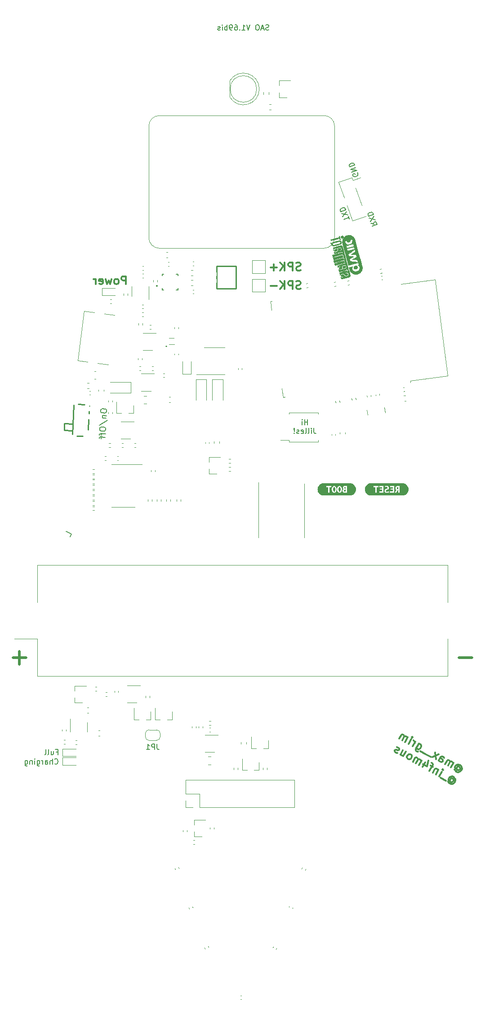
<source format=gbr>
%TF.GenerationSoftware,KiCad,Pcbnew,(5.1.10-1-10_14)*%
%TF.CreationDate,2021-08-27T15:48:04+02:00*%
%TF.ProjectId,OOO2021_Badge,4f4f4f32-3032-4315-9f42-616467652e6b,rev?*%
%TF.SameCoordinates,Original*%
%TF.FileFunction,Legend,Bot*%
%TF.FilePolarity,Positive*%
%FSLAX46Y46*%
G04 Gerber Fmt 4.6, Leading zero omitted, Abs format (unit mm)*
G04 Created by KiCad (PCBNEW (5.1.10-1-10_14)) date 2021-08-27 15:48:04*
%MOMM*%
%LPD*%
G01*
G04 APERTURE LIST*
%ADD10C,0.300000*%
%ADD11C,0.150000*%
%ADD12C,0.100000*%
%ADD13C,0.254000*%
%ADD14C,0.500000*%
%ADD15C,0.120000*%
%ADD16C,0.010000*%
%ADD17C,0.200000*%
%ADD18C,0.127000*%
%ADD19C,0.152000*%
%ADD20R,0.800000X0.400000*%
%ADD21R,3.200000X2.400000*%
%ADD22R,2.000000X0.700000*%
%ADD23C,1.100000*%
%ADD24C,0.800000*%
%ADD25R,7.340000X6.350000*%
%ADD26O,1.700000X1.700000*%
%ADD27R,1.700000X1.700000*%
%ADD28C,1.800000*%
%ADD29R,1.800000X1.800000*%
%ADD30R,2.000000X2.000000*%
%ADD31R,1.100000X1.100000*%
%ADD32R,0.840000X0.270000*%
%ADD33R,0.270000X0.840000*%
%ADD34C,3.000000*%
%ADD35R,3.500000X2.900000*%
%ADD36R,3.960000X3.960000*%
%ADD37R,1.100000X0.600000*%
%ADD38R,1.200000X0.900000*%
%ADD39C,0.650000*%
%ADD40R,0.900000X0.800000*%
%ADD41R,1.800000X1.200000*%
%ADD42R,1.060000X0.650000*%
%ADD43C,0.900000*%
%ADD44R,0.800000X0.900000*%
%ADD45R,0.900000X1.200000*%
%ADD46R,1.200000X1.800000*%
%ADD47R,1.700000X1.000000*%
%ADD48R,1.545000X0.997000*%
%ADD49C,2.000000*%
%ADD50C,1.700000*%
%ADD51R,0.650000X1.060000*%
G04 APERTURE END LIST*
D10*
X133840384Y-194635759D02*
X133937486Y-194607915D01*
X134097061Y-194614701D01*
X134222007Y-194683959D01*
X134312323Y-194815691D01*
X134340167Y-194912793D01*
X134333381Y-195072368D01*
X134264123Y-195197313D01*
X134132391Y-195287630D01*
X134035289Y-195315473D01*
X133875714Y-195308688D01*
X133750769Y-195239429D01*
X133660452Y-195107698D01*
X133632609Y-195010596D01*
X133909643Y-194510813D02*
X133632609Y-195010596D01*
X133535507Y-195038439D01*
X133473034Y-195003810D01*
X133382717Y-194872079D01*
X133389503Y-194712504D01*
X133562649Y-194400139D01*
X133791483Y-194281979D01*
X134048160Y-194260922D01*
X134332680Y-194336966D01*
X134547942Y-194537956D01*
X134666102Y-194766789D01*
X134687160Y-195023466D01*
X134611116Y-195307987D01*
X134410126Y-195523249D01*
X134181293Y-195641409D01*
X133924616Y-195662467D01*
X133640095Y-195586422D01*
X133424833Y-195385433D01*
X133306673Y-195156599D01*
X132619472Y-194775677D02*
X133104282Y-193901058D01*
X133035023Y-194026003D02*
X133007179Y-193928901D01*
X132916863Y-193797170D01*
X132729445Y-193693282D01*
X132569870Y-193686496D01*
X132438138Y-193776813D01*
X132057216Y-194464014D01*
X132438138Y-193776813D02*
X132444924Y-193617238D01*
X132354608Y-193485506D01*
X132167189Y-193381619D01*
X132007614Y-193374833D01*
X131875883Y-193465149D01*
X131494961Y-194152351D01*
X130307977Y-193494395D02*
X130688899Y-192807194D01*
X130820630Y-192716877D01*
X130980205Y-192723663D01*
X131230096Y-192862180D01*
X131320413Y-192993911D01*
X130342606Y-193431922D02*
X130432923Y-193563653D01*
X130745287Y-193736800D01*
X130904862Y-193743585D01*
X131036593Y-193653269D01*
X131105852Y-193528323D01*
X131112637Y-193368748D01*
X131022321Y-193237017D01*
X130709957Y-193063871D01*
X130619640Y-192932139D01*
X129808194Y-193217361D02*
X129605803Y-191961819D01*
X130293004Y-192342741D02*
X129120993Y-192836439D01*
X128864316Y-192857497D02*
X127864751Y-192303429D01*
X127864751Y-192303429D02*
X126865185Y-191749360D01*
X126544634Y-190264985D02*
X125955936Y-191327024D01*
X125949151Y-191486599D01*
X125976994Y-191583701D01*
X126067311Y-191715432D01*
X126254729Y-191819320D01*
X126414304Y-191826105D01*
X126094453Y-191077132D02*
X126184770Y-191208864D01*
X126434661Y-191347381D01*
X126594236Y-191354166D01*
X126691338Y-191326323D01*
X126823070Y-191236006D01*
X127030845Y-190861169D01*
X127037631Y-190701594D01*
X127009787Y-190604492D01*
X126919471Y-190472761D01*
X126669579Y-190334244D01*
X126510004Y-190327458D01*
X125435096Y-190793313D02*
X125919905Y-189918693D01*
X125781388Y-190168584D02*
X125788174Y-190009009D01*
X125760330Y-189911907D01*
X125670014Y-189780176D01*
X125545068Y-189710917D01*
X124622949Y-190343132D02*
X125107759Y-189468512D01*
X125350163Y-189031203D02*
X125378007Y-189128305D01*
X125280905Y-189156148D01*
X125253061Y-189059046D01*
X125350163Y-189031203D01*
X125280905Y-189156148D01*
X123998221Y-189996840D02*
X124483030Y-189122220D01*
X124413772Y-189247166D02*
X124385928Y-189150063D01*
X124295612Y-189018332D01*
X124108193Y-188914444D01*
X123948618Y-188907659D01*
X123816887Y-188997975D01*
X123435965Y-189685176D01*
X123816887Y-188997975D02*
X123823673Y-188838400D01*
X123733356Y-188706669D01*
X123545938Y-188602781D01*
X123386363Y-188595995D01*
X123254631Y-188686312D01*
X122873709Y-189373513D01*
X132604119Y-196866039D02*
X132701221Y-196838195D01*
X132860796Y-196844981D01*
X132985742Y-196914239D01*
X133076058Y-197045971D01*
X133103902Y-197143073D01*
X133097116Y-197302648D01*
X133027858Y-197427593D01*
X132896126Y-197517910D01*
X132799024Y-197545753D01*
X132639449Y-197538968D01*
X132514504Y-197469709D01*
X132424187Y-197337978D01*
X132396344Y-197240876D01*
X132673378Y-196741093D02*
X132396344Y-197240876D01*
X132299242Y-197268719D01*
X132236769Y-197234090D01*
X132146452Y-197102359D01*
X132153238Y-196942784D01*
X132326384Y-196630419D01*
X132555218Y-196512259D01*
X132811895Y-196491202D01*
X133096415Y-196567246D01*
X133311677Y-196768236D01*
X133429837Y-196997069D01*
X133450895Y-197253746D01*
X133374851Y-197538267D01*
X133173861Y-197753529D01*
X132945028Y-197871689D01*
X132688351Y-197892747D01*
X132403830Y-197816702D01*
X132188568Y-197615713D01*
X132070408Y-197386879D01*
X131626313Y-197304049D02*
X130626747Y-196749981D01*
X130383642Y-196451889D02*
X130868451Y-195577269D01*
X131110856Y-195139960D02*
X131138700Y-195237062D01*
X131041597Y-195264905D01*
X131013754Y-195167803D01*
X131110856Y-195139960D01*
X131041597Y-195264905D01*
X130243723Y-195230977D02*
X129758913Y-196105597D01*
X130174464Y-195355923D02*
X130146621Y-195258820D01*
X130056304Y-195127089D01*
X129868886Y-195023201D01*
X129709311Y-195016416D01*
X129577580Y-195106732D01*
X129196658Y-195793933D01*
X129244157Y-194676909D02*
X128744375Y-194399875D01*
X128571929Y-195447641D02*
X129195256Y-194323130D01*
X129202042Y-194163555D01*
X129111725Y-194031823D01*
X128986780Y-193962565D01*
X127744809Y-193845807D02*
X127260000Y-194720426D01*
X128334208Y-193519170D02*
X128127133Y-194629409D01*
X127314986Y-194179229D01*
X126572799Y-194339504D02*
X127057608Y-193464885D01*
X126988350Y-193589830D02*
X126960506Y-193492728D01*
X126870190Y-193360997D01*
X126682771Y-193257109D01*
X126523196Y-193250323D01*
X126391465Y-193340640D01*
X126010543Y-194027841D01*
X126391465Y-193340640D02*
X126398251Y-193181065D01*
X126307934Y-193049334D01*
X126120516Y-192945446D01*
X125960941Y-192938660D01*
X125829209Y-193028977D01*
X125448288Y-193716178D01*
X124636141Y-193265997D02*
X124795716Y-193272783D01*
X124892818Y-193244939D01*
X125024549Y-193154623D01*
X125232325Y-192779786D01*
X125239110Y-192620211D01*
X125211267Y-192523109D01*
X125120950Y-192391378D01*
X124933532Y-192287490D01*
X124773957Y-192280704D01*
X124676855Y-192308548D01*
X124545123Y-192398864D01*
X124337348Y-192773701D01*
X124330562Y-192933276D01*
X124358406Y-193030378D01*
X124448722Y-193162110D01*
X124636141Y-193265997D01*
X123559129Y-191525646D02*
X123074320Y-192400266D01*
X124121385Y-191837310D02*
X123740463Y-192524511D01*
X123608732Y-192614827D01*
X123449157Y-192608041D01*
X123261738Y-192504154D01*
X123171422Y-192372422D01*
X123143578Y-192275320D01*
X122546693Y-192026130D02*
X122387119Y-192019344D01*
X122137227Y-191880827D01*
X122046911Y-191749096D01*
X122053696Y-191589521D01*
X122088326Y-191527048D01*
X122220057Y-191436731D01*
X122379632Y-191443517D01*
X122567050Y-191547405D01*
X122726625Y-191554191D01*
X122858357Y-191463874D01*
X122892986Y-191401401D01*
X122899772Y-191241826D01*
X122809455Y-191110095D01*
X122622037Y-191006207D01*
X122462462Y-190999422D01*
D11*
X98309523Y-55854761D02*
X98166666Y-55902380D01*
X97928571Y-55902380D01*
X97833333Y-55854761D01*
X97785714Y-55807142D01*
X97738095Y-55711904D01*
X97738095Y-55616666D01*
X97785714Y-55521428D01*
X97833333Y-55473809D01*
X97928571Y-55426190D01*
X98119047Y-55378571D01*
X98214285Y-55330952D01*
X98261904Y-55283333D01*
X98309523Y-55188095D01*
X98309523Y-55092857D01*
X98261904Y-54997619D01*
X98214285Y-54950000D01*
X98119047Y-54902380D01*
X97880952Y-54902380D01*
X97738095Y-54950000D01*
X97357142Y-55616666D02*
X96880952Y-55616666D01*
X97452380Y-55902380D02*
X97119047Y-54902380D01*
X96785714Y-55902380D01*
X96261904Y-54902380D02*
X96071428Y-54902380D01*
X95976190Y-54950000D01*
X95880952Y-55045238D01*
X95833333Y-55235714D01*
X95833333Y-55569047D01*
X95880952Y-55759523D01*
X95976190Y-55854761D01*
X96071428Y-55902380D01*
X96261904Y-55902380D01*
X96357142Y-55854761D01*
X96452380Y-55759523D01*
X96500000Y-55569047D01*
X96500000Y-55235714D01*
X96452380Y-55045238D01*
X96357142Y-54950000D01*
X96261904Y-54902380D01*
X94785714Y-54902380D02*
X94452380Y-55902380D01*
X94119047Y-54902380D01*
X93261904Y-55902380D02*
X93833333Y-55902380D01*
X93547619Y-55902380D02*
X93547619Y-54902380D01*
X93642857Y-55045238D01*
X93738095Y-55140476D01*
X93833333Y-55188095D01*
X92833333Y-55807142D02*
X92785714Y-55854761D01*
X92833333Y-55902380D01*
X92880952Y-55854761D01*
X92833333Y-55807142D01*
X92833333Y-55902380D01*
X91928571Y-54902380D02*
X92119047Y-54902380D01*
X92214285Y-54950000D01*
X92261904Y-54997619D01*
X92357142Y-55140476D01*
X92404761Y-55330952D01*
X92404761Y-55711904D01*
X92357142Y-55807142D01*
X92309523Y-55854761D01*
X92214285Y-55902380D01*
X92023809Y-55902380D01*
X91928571Y-55854761D01*
X91880952Y-55807142D01*
X91833333Y-55711904D01*
X91833333Y-55473809D01*
X91880952Y-55378571D01*
X91928571Y-55330952D01*
X92023809Y-55283333D01*
X92214285Y-55283333D01*
X92309523Y-55330952D01*
X92357142Y-55378571D01*
X92404761Y-55473809D01*
X91357142Y-55902380D02*
X91166666Y-55902380D01*
X91071428Y-55854761D01*
X91023809Y-55807142D01*
X90928571Y-55664285D01*
X90880952Y-55473809D01*
X90880952Y-55092857D01*
X90928571Y-54997619D01*
X90976190Y-54950000D01*
X91071428Y-54902380D01*
X91261904Y-54902380D01*
X91357142Y-54950000D01*
X91404761Y-54997619D01*
X91452380Y-55092857D01*
X91452380Y-55330952D01*
X91404761Y-55426190D01*
X91357142Y-55473809D01*
X91261904Y-55521428D01*
X91071428Y-55521428D01*
X90976190Y-55473809D01*
X90928571Y-55426190D01*
X90880952Y-55330952D01*
X90452380Y-55902380D02*
X90452380Y-54902380D01*
X90452380Y-55283333D02*
X90357142Y-55235714D01*
X90166666Y-55235714D01*
X90071428Y-55283333D01*
X90023809Y-55330952D01*
X89976190Y-55426190D01*
X89976190Y-55711904D01*
X90023809Y-55807142D01*
X90071428Y-55854761D01*
X90166666Y-55902380D01*
X90357142Y-55902380D01*
X90452380Y-55854761D01*
X89547619Y-55902380D02*
X89547619Y-55235714D01*
X89547619Y-54902380D02*
X89595238Y-54950000D01*
X89547619Y-54997619D01*
X89500000Y-54950000D01*
X89547619Y-54902380D01*
X89547619Y-54997619D01*
X89119047Y-55854761D02*
X89023809Y-55902380D01*
X88833333Y-55902380D01*
X88738095Y-55854761D01*
X88690476Y-55759523D01*
X88690476Y-55711904D01*
X88738095Y-55616666D01*
X88833333Y-55569047D01*
X88976190Y-55569047D01*
X89071428Y-55521428D01*
X89119047Y-55426190D01*
X89119047Y-55378571D01*
X89071428Y-55283333D01*
X88976190Y-55235714D01*
X88833333Y-55235714D01*
X88738095Y-55283333D01*
X105623809Y-130227380D02*
X105623809Y-129227380D01*
X105623809Y-129703571D02*
X105052380Y-129703571D01*
X105052380Y-130227380D02*
X105052380Y-129227380D01*
X104576190Y-130227380D02*
X104576190Y-129560714D01*
X104576190Y-129227380D02*
X104623809Y-129275000D01*
X104576190Y-129322619D01*
X104528571Y-129275000D01*
X104576190Y-129227380D01*
X104576190Y-129322619D01*
X106790476Y-130877380D02*
X106790476Y-131591666D01*
X106838095Y-131734523D01*
X106933333Y-131829761D01*
X107076190Y-131877380D01*
X107171428Y-131877380D01*
X106314285Y-131877380D02*
X106314285Y-131210714D01*
X106314285Y-130877380D02*
X106361904Y-130925000D01*
X106314285Y-130972619D01*
X106266666Y-130925000D01*
X106314285Y-130877380D01*
X106314285Y-130972619D01*
X105695238Y-131877380D02*
X105790476Y-131829761D01*
X105838095Y-131734523D01*
X105838095Y-130877380D01*
X105171428Y-131877380D02*
X105266666Y-131829761D01*
X105314285Y-131734523D01*
X105314285Y-130877380D01*
X104409523Y-131829761D02*
X104504761Y-131877380D01*
X104695238Y-131877380D01*
X104790476Y-131829761D01*
X104838095Y-131734523D01*
X104838095Y-131353571D01*
X104790476Y-131258333D01*
X104695238Y-131210714D01*
X104504761Y-131210714D01*
X104409523Y-131258333D01*
X104361904Y-131353571D01*
X104361904Y-131448809D01*
X104838095Y-131544047D01*
X103980952Y-131829761D02*
X103885714Y-131877380D01*
X103695238Y-131877380D01*
X103600000Y-131829761D01*
X103552380Y-131734523D01*
X103552380Y-131686904D01*
X103600000Y-131591666D01*
X103695238Y-131544047D01*
X103838095Y-131544047D01*
X103933333Y-131496428D01*
X103980952Y-131401190D01*
X103980952Y-131353571D01*
X103933333Y-131258333D01*
X103838095Y-131210714D01*
X103695238Y-131210714D01*
X103600000Y-131258333D01*
X103123809Y-131782142D02*
X103076190Y-131829761D01*
X103123809Y-131877380D01*
X103171428Y-131829761D01*
X103123809Y-131782142D01*
X103123809Y-131877380D01*
X103123809Y-131496428D02*
X103171428Y-130925000D01*
X103123809Y-130877380D01*
X103076190Y-130925000D01*
X103123809Y-131496428D01*
X103123809Y-130877380D01*
X114980433Y-82794946D02*
X115057753Y-82868154D01*
X115106613Y-83002395D01*
X115110726Y-83152924D01*
X115053805Y-83274992D01*
X114980597Y-83352312D01*
X114817895Y-83462206D01*
X114683653Y-83511066D01*
X114488377Y-83531466D01*
X114382596Y-83519292D01*
X114260528Y-83462371D01*
X114166921Y-83344416D01*
X114134347Y-83254921D01*
X114130235Y-83104393D01*
X114158695Y-83043359D01*
X114471926Y-82929352D01*
X114537073Y-83108341D01*
X113922620Y-82673207D02*
X114862313Y-82331186D01*
X113727180Y-82136239D01*
X114666873Y-81794219D01*
X113564314Y-81688767D02*
X114504006Y-81346746D01*
X114422573Y-81123010D01*
X114328966Y-81005055D01*
X114206898Y-80948134D01*
X114101117Y-80935960D01*
X113905841Y-80956359D01*
X113771599Y-81005219D01*
X113608897Y-81115113D01*
X113535689Y-81192434D01*
X113478768Y-81314502D01*
X113482880Y-81465030D01*
X113564314Y-81688767D01*
X113446190Y-91498505D02*
X113250750Y-90961538D01*
X112408777Y-91572042D02*
X113348470Y-91230022D01*
X113169316Y-90737802D02*
X112001610Y-90453360D01*
X112941303Y-90111340D02*
X112229624Y-91079822D01*
X111871317Y-90095382D02*
X112811010Y-89753362D01*
X112729576Y-89529626D01*
X112635969Y-89411670D01*
X112513901Y-89354749D01*
X112408120Y-89342575D01*
X112212844Y-89362975D01*
X112078602Y-89411835D01*
X111915900Y-89521729D01*
X111842692Y-89599049D01*
X111785771Y-89721117D01*
X111789884Y-89871646D01*
X111871317Y-90095382D01*
X117552914Y-92281185D02*
X118114393Y-92431549D01*
X117748354Y-92818152D02*
X118688047Y-92476132D01*
X118557753Y-92118154D01*
X118480433Y-92044946D01*
X118419399Y-92016485D01*
X118313617Y-92004311D01*
X118179376Y-92053171D01*
X118106168Y-92130492D01*
X118077707Y-92191526D01*
X118065533Y-92297307D01*
X118195827Y-92655285D01*
X118378600Y-91625934D02*
X117210894Y-91341492D01*
X118150586Y-90999472D02*
X117438907Y-91967954D01*
X117080600Y-90983514D02*
X118020293Y-90641494D01*
X117938860Y-90417757D01*
X117845252Y-90299802D01*
X117723184Y-90242881D01*
X117617403Y-90230707D01*
X117422127Y-90251107D01*
X117287886Y-90299967D01*
X117125183Y-90409861D01*
X117051975Y-90487181D01*
X116995054Y-90609249D01*
X116999167Y-90759778D01*
X117080600Y-90983514D01*
D10*
X71414285Y-103778571D02*
X71414285Y-102278571D01*
X70842857Y-102278571D01*
X70700000Y-102350000D01*
X70628571Y-102421428D01*
X70557142Y-102564285D01*
X70557142Y-102778571D01*
X70628571Y-102921428D01*
X70700000Y-102992857D01*
X70842857Y-103064285D01*
X71414285Y-103064285D01*
X69700000Y-103778571D02*
X69842857Y-103707142D01*
X69914285Y-103635714D01*
X69985714Y-103492857D01*
X69985714Y-103064285D01*
X69914285Y-102921428D01*
X69842857Y-102850000D01*
X69700000Y-102778571D01*
X69485714Y-102778571D01*
X69342857Y-102850000D01*
X69271428Y-102921428D01*
X69200000Y-103064285D01*
X69200000Y-103492857D01*
X69271428Y-103635714D01*
X69342857Y-103707142D01*
X69485714Y-103778571D01*
X69700000Y-103778571D01*
X68700000Y-102778571D02*
X68414285Y-103778571D01*
X68128571Y-103064285D01*
X67842857Y-103778571D01*
X67557142Y-102778571D01*
X66414285Y-103707142D02*
X66557142Y-103778571D01*
X66842857Y-103778571D01*
X66985714Y-103707142D01*
X67057142Y-103564285D01*
X67057142Y-102992857D01*
X66985714Y-102850000D01*
X66842857Y-102778571D01*
X66557142Y-102778571D01*
X66414285Y-102850000D01*
X66342857Y-102992857D01*
X66342857Y-103135714D01*
X67057142Y-103278571D01*
X65700000Y-103778571D02*
X65700000Y-102778571D01*
X65700000Y-103064285D02*
X65628571Y-102921428D01*
X65557142Y-102850000D01*
X65414285Y-102778571D01*
X65271428Y-102778571D01*
X104307142Y-104607142D02*
X104092857Y-104678571D01*
X103735714Y-104678571D01*
X103592857Y-104607142D01*
X103521428Y-104535714D01*
X103450000Y-104392857D01*
X103450000Y-104250000D01*
X103521428Y-104107142D01*
X103592857Y-104035714D01*
X103735714Y-103964285D01*
X104021428Y-103892857D01*
X104164285Y-103821428D01*
X104235714Y-103750000D01*
X104307142Y-103607142D01*
X104307142Y-103464285D01*
X104235714Y-103321428D01*
X104164285Y-103250000D01*
X104021428Y-103178571D01*
X103664285Y-103178571D01*
X103450000Y-103250000D01*
X102807142Y-104678571D02*
X102807142Y-103178571D01*
X102235714Y-103178571D01*
X102092857Y-103250000D01*
X102021428Y-103321428D01*
X101950000Y-103464285D01*
X101950000Y-103678571D01*
X102021428Y-103821428D01*
X102092857Y-103892857D01*
X102235714Y-103964285D01*
X102807142Y-103964285D01*
X101307142Y-104678571D02*
X101307142Y-103178571D01*
X100450000Y-104678571D02*
X101092857Y-103821428D01*
X100450000Y-103178571D02*
X101307142Y-104035714D01*
X99807142Y-104107142D02*
X98664285Y-104107142D01*
X104307142Y-101107142D02*
X104092857Y-101178571D01*
X103735714Y-101178571D01*
X103592857Y-101107142D01*
X103521428Y-101035714D01*
X103450000Y-100892857D01*
X103450000Y-100750000D01*
X103521428Y-100607142D01*
X103592857Y-100535714D01*
X103735714Y-100464285D01*
X104021428Y-100392857D01*
X104164285Y-100321428D01*
X104235714Y-100250000D01*
X104307142Y-100107142D01*
X104307142Y-99964285D01*
X104235714Y-99821428D01*
X104164285Y-99750000D01*
X104021428Y-99678571D01*
X103664285Y-99678571D01*
X103450000Y-99750000D01*
X102807142Y-101178571D02*
X102807142Y-99678571D01*
X102235714Y-99678571D01*
X102092857Y-99750000D01*
X102021428Y-99821428D01*
X101950000Y-99964285D01*
X101950000Y-100178571D01*
X102021428Y-100321428D01*
X102092857Y-100392857D01*
X102235714Y-100464285D01*
X102807142Y-100464285D01*
X101307142Y-101178571D02*
X101307142Y-99678571D01*
X100450000Y-101178571D02*
X101092857Y-100321428D01*
X100450000Y-99678571D02*
X101307142Y-100535714D01*
X99807142Y-100607142D02*
X98664285Y-100607142D01*
X99235714Y-101178571D02*
X99235714Y-100035714D01*
D11*
X58256071Y-191853571D02*
X58589404Y-191853571D01*
X58589404Y-192377380D02*
X58589404Y-191377380D01*
X58113214Y-191377380D01*
X57303690Y-191710714D02*
X57303690Y-192377380D01*
X57732261Y-191710714D02*
X57732261Y-192234523D01*
X57684642Y-192329761D01*
X57589404Y-192377380D01*
X57446547Y-192377380D01*
X57351309Y-192329761D01*
X57303690Y-192282142D01*
X56684642Y-192377380D02*
X56779880Y-192329761D01*
X56827500Y-192234523D01*
X56827500Y-191377380D01*
X56160833Y-192377380D02*
X56256071Y-192329761D01*
X56303690Y-192234523D01*
X56303690Y-191377380D01*
X57967976Y-194057142D02*
X58015595Y-194104761D01*
X58158452Y-194152380D01*
X58253690Y-194152380D01*
X58396547Y-194104761D01*
X58491785Y-194009523D01*
X58539404Y-193914285D01*
X58587023Y-193723809D01*
X58587023Y-193580952D01*
X58539404Y-193390476D01*
X58491785Y-193295238D01*
X58396547Y-193200000D01*
X58253690Y-193152380D01*
X58158452Y-193152380D01*
X58015595Y-193200000D01*
X57967976Y-193247619D01*
X57539404Y-194152380D02*
X57539404Y-193152380D01*
X57110833Y-194152380D02*
X57110833Y-193628571D01*
X57158452Y-193533333D01*
X57253690Y-193485714D01*
X57396547Y-193485714D01*
X57491785Y-193533333D01*
X57539404Y-193580952D01*
X56206071Y-194152380D02*
X56206071Y-193628571D01*
X56253690Y-193533333D01*
X56348928Y-193485714D01*
X56539404Y-193485714D01*
X56634642Y-193533333D01*
X56206071Y-194104761D02*
X56301309Y-194152380D01*
X56539404Y-194152380D01*
X56634642Y-194104761D01*
X56682261Y-194009523D01*
X56682261Y-193914285D01*
X56634642Y-193819047D01*
X56539404Y-193771428D01*
X56301309Y-193771428D01*
X56206071Y-193723809D01*
X55729880Y-194152380D02*
X55729880Y-193485714D01*
X55729880Y-193676190D02*
X55682261Y-193580952D01*
X55634642Y-193533333D01*
X55539404Y-193485714D01*
X55444166Y-193485714D01*
X54682261Y-193485714D02*
X54682261Y-194295238D01*
X54729880Y-194390476D01*
X54777500Y-194438095D01*
X54872738Y-194485714D01*
X55015595Y-194485714D01*
X55110833Y-194438095D01*
X54682261Y-194104761D02*
X54777500Y-194152380D01*
X54967976Y-194152380D01*
X55063214Y-194104761D01*
X55110833Y-194057142D01*
X55158452Y-193961904D01*
X55158452Y-193676190D01*
X55110833Y-193580952D01*
X55063214Y-193533333D01*
X54967976Y-193485714D01*
X54777500Y-193485714D01*
X54682261Y-193533333D01*
X54206071Y-194152380D02*
X54206071Y-193485714D01*
X54206071Y-193152380D02*
X54253690Y-193200000D01*
X54206071Y-193247619D01*
X54158452Y-193200000D01*
X54206071Y-193152380D01*
X54206071Y-193247619D01*
X53729880Y-193485714D02*
X53729880Y-194152380D01*
X53729880Y-193580952D02*
X53682261Y-193533333D01*
X53587023Y-193485714D01*
X53444166Y-193485714D01*
X53348928Y-193533333D01*
X53301309Y-193628571D01*
X53301309Y-194152380D01*
X52396547Y-193485714D02*
X52396547Y-194295238D01*
X52444166Y-194390476D01*
X52491785Y-194438095D01*
X52587023Y-194485714D01*
X52729880Y-194485714D01*
X52825119Y-194438095D01*
X52396547Y-194104761D02*
X52491785Y-194152380D01*
X52682261Y-194152380D01*
X52777500Y-194104761D01*
X52825119Y-194057142D01*
X52872738Y-193961904D01*
X52872738Y-193676190D01*
X52825119Y-193580952D01*
X52777500Y-193533333D01*
X52682261Y-193485714D01*
X52491785Y-193485714D01*
X52396547Y-193533333D01*
D12*
%TO.C,L2*%
X79499000Y-115099000D02*
X80499000Y-115099000D01*
X79499000Y-113899000D02*
X80499000Y-113899000D01*
D11*
X79075000Y-115500000D02*
G75*
G03*
X79075000Y-115500000I-75000J0D01*
G01*
D13*
%TO.C,J4*%
X92135000Y-104627000D02*
X92135000Y-100377000D01*
X92135000Y-100377000D02*
X88444000Y-100377000D01*
X92135000Y-104627000D02*
X88444000Y-104627000D01*
X88444000Y-104627000D02*
X88444000Y-100377000D01*
D14*
%TO.C,BT2*%
X51350000Y-172900000D02*
X51350000Y-175400000D01*
X50100000Y-174150000D02*
X52600000Y-174150000D01*
X136600000Y-174150000D02*
X134100000Y-174150000D01*
D15*
X131990000Y-170590000D02*
X131990000Y-177570000D01*
X131990000Y-177590000D02*
X54710000Y-177590000D01*
X54710000Y-177590000D02*
X54710000Y-170590000D01*
X131990000Y-163710000D02*
X131990000Y-156710000D01*
X131990000Y-156710000D02*
X54710000Y-156710000D01*
X54710000Y-156710000D02*
X54710000Y-163710000D01*
X54710000Y-170590000D02*
X50350000Y-170590000D01*
D12*
%TO.C,kibuzzard-61264142*%
G36*
X122940519Y-141236161D02*
G01*
X122617939Y-141762904D01*
X122516125Y-141768953D01*
X122424391Y-141787098D01*
X122343746Y-141817844D01*
X122275198Y-141861695D01*
X122179432Y-141989719D01*
X122154483Y-142074144D01*
X122146166Y-142172178D01*
X122157255Y-142276008D01*
X122190521Y-142369758D01*
X122249492Y-142447883D01*
X122337698Y-142504839D01*
X121914312Y-143024999D01*
X121914312Y-141777017D01*
X121158265Y-141777017D01*
X121158265Y-141982662D01*
X121666328Y-141982662D01*
X121666328Y-142262903D01*
X121224797Y-142262903D01*
X121224797Y-142468548D01*
X121666328Y-142468548D01*
X121666328Y-142819354D01*
X121113910Y-142819354D01*
X120952620Y-142956451D01*
X120880040Y-142754838D01*
X120750000Y-142815322D01*
X120666078Y-142836491D01*
X120565524Y-142843548D01*
X120461694Y-142830443D01*
X120396170Y-142794152D01*
X120362904Y-142741733D01*
X120353831Y-142682258D01*
X120376008Y-142613709D01*
X120432460Y-142560282D01*
X120509073Y-142517943D01*
X120593750Y-142482661D01*
X120710685Y-142436290D01*
X120820564Y-142369758D01*
X120902217Y-142269960D01*
X120934475Y-142121775D01*
X120905997Y-141965525D01*
X120820564Y-141847582D01*
X120735103Y-141792698D01*
X120630600Y-141759768D01*
X120507056Y-141748792D01*
X120399446Y-141755344D01*
X120306452Y-141775001D01*
X120162299Y-141833469D01*
X120234880Y-142025001D01*
X120346775Y-141976614D01*
X120488911Y-141956452D01*
X120598678Y-141972357D01*
X120664538Y-142020072D01*
X120686492Y-142099597D01*
X120666330Y-142163105D01*
X120614919Y-142211492D01*
X120544355Y-142248791D01*
X120466734Y-142279032D01*
X120344758Y-142328428D01*
X120227823Y-142401008D01*
X120140122Y-142513911D01*
X120114416Y-142590272D01*
X120105848Y-142684274D01*
X120134325Y-142839767D01*
X120219759Y-142955442D01*
X120308804Y-143008646D01*
X119898187Y-143024999D01*
X119898187Y-141777017D01*
X119142140Y-141777017D01*
X119142140Y-141982662D01*
X119650203Y-141982662D01*
X119650203Y-142262903D01*
X119208672Y-142262903D01*
X119208672Y-142468548D01*
X119650203Y-142468548D01*
X119650203Y-142819354D01*
X119097785Y-142819354D01*
X119097785Y-143024999D01*
X119898187Y-143024999D01*
X120308804Y-143008646D01*
X120424059Y-143040568D01*
X120565524Y-143051208D01*
X120705141Y-143042892D01*
X120813507Y-143017942D01*
X120952620Y-142956451D01*
X121113910Y-142819354D01*
X121113910Y-143024999D01*
X121914312Y-143024999D01*
X122337698Y-142504839D01*
X122265117Y-142620766D01*
X122190521Y-142753830D01*
X122120965Y-142892943D01*
X122063505Y-143024999D01*
X122323585Y-143024999D01*
X122373736Y-142906299D01*
X122431448Y-142792136D01*
X122495208Y-142679485D01*
X122563504Y-142565322D01*
X122692536Y-142565322D01*
X122692536Y-143024999D01*
X122940519Y-143024999D01*
X122940519Y-141795162D01*
X122860882Y-141780042D01*
X122773181Y-141769961D01*
X122688504Y-141764921D01*
X122617939Y-141762904D01*
X122940519Y-141236161D01*
X123453150Y-141236161D01*
X123567226Y-141241766D01*
X123680203Y-141258525D01*
X123790994Y-141286276D01*
X123898531Y-141324754D01*
X124001778Y-141373587D01*
X124099743Y-141432304D01*
X124191480Y-141500341D01*
X124276106Y-141577043D01*
X124352807Y-141661669D01*
X124420844Y-141753407D01*
X124479562Y-141851371D01*
X124528394Y-141954619D01*
X124566872Y-142062156D01*
X124594623Y-142172947D01*
X124611382Y-142285924D01*
X124616986Y-142400000D01*
X124611382Y-142514076D01*
X124594623Y-142627053D01*
X124566872Y-142737844D01*
X124528394Y-142845381D01*
X124479562Y-142948629D01*
X124420844Y-143046593D01*
X124352807Y-143138331D01*
X124276106Y-143222957D01*
X124191480Y-143299659D01*
X124099743Y-143367696D01*
X124001778Y-143426413D01*
X123898531Y-143475246D01*
X123790994Y-143513724D01*
X123680203Y-143541475D01*
X123567226Y-143558234D01*
X123453150Y-143563839D01*
X122940519Y-143563839D01*
X118059481Y-143563839D01*
X118059481Y-141982662D01*
X118388109Y-141982662D01*
X118388109Y-143024999D01*
X118638109Y-143024999D01*
X118638109Y-141982662D01*
X118966737Y-141982662D01*
X118966737Y-141777017D01*
X118059481Y-141777017D01*
X118059481Y-141982662D01*
X118059481Y-143563839D01*
X117546850Y-143563839D01*
X117432774Y-143558234D01*
X117319797Y-143541475D01*
X117209006Y-143513724D01*
X117101469Y-143475246D01*
X116998222Y-143426413D01*
X116900257Y-143367696D01*
X116808520Y-143299659D01*
X116723894Y-143222957D01*
X116647193Y-143138331D01*
X116579156Y-143046593D01*
X116520438Y-142948629D01*
X116471606Y-142845381D01*
X116433128Y-142737844D01*
X116405377Y-142627053D01*
X116388618Y-142514076D01*
X116383014Y-142400000D01*
X116388618Y-142285924D01*
X116405377Y-142172947D01*
X116433128Y-142062156D01*
X116471606Y-141954619D01*
X116520438Y-141851371D01*
X116579156Y-141753407D01*
X116647193Y-141661669D01*
X116723894Y-141577043D01*
X116808520Y-141500341D01*
X116900257Y-141432304D01*
X116998222Y-141373587D01*
X117101469Y-141324754D01*
X117209006Y-141286276D01*
X117319797Y-141258525D01*
X117432774Y-141241766D01*
X117546850Y-141236161D01*
X118059481Y-141236161D01*
X122940519Y-141236161D01*
G37*
G36*
X122398182Y-142170162D02*
G01*
X122413303Y-142084476D01*
X122458665Y-142025001D01*
X122528726Y-141990223D01*
X122617939Y-141978630D01*
X122652213Y-141979638D01*
X122692536Y-141984678D01*
X122692536Y-142359677D01*
X122638101Y-142359677D01*
X122528726Y-142347329D01*
X122454633Y-142310282D01*
X122398182Y-142170162D01*
G37*
%TO.C,kibuzzard-6126412F*%
G36*
X113036488Y-141236161D02*
G01*
X112881246Y-141771977D01*
X112713908Y-141762904D01*
X112585884Y-141770213D01*
X112484070Y-141792138D01*
X112344957Y-141868751D01*
X112276409Y-141974598D01*
X112258264Y-142091533D01*
X112269100Y-142175202D01*
X112301611Y-142248791D01*
X112082861Y-142400000D01*
X112075426Y-142248602D01*
X112053123Y-142116986D01*
X112015951Y-142005155D01*
X111963910Y-141913106D01*
X111874304Y-141821820D01*
X111764089Y-141767049D01*
X111633265Y-141748792D01*
X111498409Y-141767049D01*
X111386850Y-141821820D01*
X111298588Y-141913106D01*
X111248311Y-142005155D01*
X111212399Y-142116986D01*
X111190852Y-142248602D01*
X111074798Y-142400000D01*
X111067364Y-142248602D01*
X111045061Y-142116986D01*
X111007888Y-142005155D01*
X110955847Y-141913106D01*
X110866242Y-141821820D01*
X110756027Y-141767049D01*
X110625203Y-141748792D01*
X110490346Y-141767049D01*
X110378787Y-141821820D01*
X110290526Y-141913106D01*
X110240249Y-142005155D01*
X110204336Y-142116986D01*
X109742140Y-141982662D01*
X110070768Y-141982662D01*
X110070768Y-141777017D01*
X109163512Y-141777017D01*
X109163512Y-141982662D01*
X109492140Y-141982662D01*
X109492140Y-143024999D01*
X109742140Y-143024999D01*
X109742140Y-141982662D01*
X110204336Y-142116986D01*
X110182789Y-142248602D01*
X110175607Y-142400000D01*
X110182915Y-142551398D01*
X110204841Y-142683014D01*
X110241383Y-142794845D01*
X110292542Y-142886894D01*
X110381251Y-142978180D01*
X110491466Y-143032951D01*
X110623186Y-143051208D01*
X110758155Y-143032951D01*
X110870050Y-142978180D01*
X110958871Y-142886894D01*
X111009589Y-142794845D01*
X111045817Y-142683014D01*
X111067553Y-142551398D01*
X111074798Y-142400000D01*
X111190852Y-142248602D01*
X111183669Y-142400000D01*
X111190978Y-142551398D01*
X111212903Y-142683014D01*
X111249445Y-142794845D01*
X111300604Y-142886894D01*
X111389314Y-142978180D01*
X111499529Y-143032951D01*
X111631249Y-143051208D01*
X111766217Y-143032951D01*
X111878112Y-142978180D01*
X111966934Y-142886894D01*
X112017652Y-142794845D01*
X112053879Y-142683014D01*
X112075615Y-142551398D01*
X112082861Y-142400000D01*
X112301611Y-142248791D01*
X112417538Y-142357661D01*
X112310935Y-142412097D01*
X112245159Y-142482661D01*
X112211137Y-142563306D01*
X112199796Y-142647983D01*
X112209373Y-142751562D01*
X112238103Y-142836491D01*
X112341933Y-142957459D01*
X112413505Y-142996269D01*
X112497175Y-143021975D01*
X112590168Y-143036339D01*
X112689715Y-143041128D01*
X112773888Y-143038860D01*
X112861085Y-143032055D01*
X112949291Y-143020714D01*
X113036488Y-143004838D01*
X113036488Y-141793146D01*
X112881246Y-141771977D01*
X113036488Y-141236161D01*
X113549118Y-141236161D01*
X113663194Y-141241766D01*
X113776172Y-141258525D01*
X113886962Y-141286276D01*
X113994499Y-141324754D01*
X114097747Y-141373587D01*
X114195711Y-141432304D01*
X114287449Y-141500341D01*
X114372075Y-141577043D01*
X114448776Y-141661669D01*
X114516813Y-141753407D01*
X114575531Y-141851371D01*
X114624363Y-141954619D01*
X114662840Y-142062156D01*
X114690592Y-142172947D01*
X114707351Y-142285924D01*
X114712955Y-142400000D01*
X114707351Y-142514076D01*
X114690592Y-142627053D01*
X114662840Y-142737844D01*
X114624363Y-142845381D01*
X114575531Y-142948629D01*
X114516813Y-143046593D01*
X114448776Y-143138331D01*
X114372075Y-143222957D01*
X114287449Y-143299659D01*
X114195711Y-143367696D01*
X114097747Y-143426413D01*
X113994499Y-143475246D01*
X113886962Y-143513724D01*
X113776172Y-143541475D01*
X113663194Y-143558234D01*
X113549118Y-143563839D01*
X113036488Y-143563839D01*
X109163512Y-143563839D01*
X108650882Y-143563839D01*
X108536806Y-143558234D01*
X108423828Y-143541475D01*
X108313038Y-143513724D01*
X108205501Y-143475246D01*
X108102253Y-143426413D01*
X108004289Y-143367696D01*
X107912551Y-143299659D01*
X107827925Y-143222957D01*
X107751224Y-143138331D01*
X107683187Y-143046593D01*
X107624469Y-142948629D01*
X107575637Y-142845381D01*
X107537160Y-142737844D01*
X107509408Y-142627053D01*
X107492649Y-142514076D01*
X107487045Y-142400000D01*
X107492649Y-142285924D01*
X107509408Y-142172947D01*
X107537160Y-142062156D01*
X107575637Y-141954619D01*
X107624469Y-141851371D01*
X107683187Y-141753407D01*
X107751224Y-141661669D01*
X107827925Y-141577043D01*
X107912551Y-141500341D01*
X108004289Y-141432304D01*
X108102253Y-141373587D01*
X108205501Y-141324754D01*
X108313038Y-141286276D01*
X108423828Y-141258525D01*
X108536806Y-141241766D01*
X108650882Y-141236161D01*
X109163512Y-141236161D01*
X113036488Y-141236161D01*
G37*
G36*
X110822783Y-142400000D02*
G01*
X110821019Y-142487953D01*
X110815726Y-142570363D01*
X110787501Y-142708467D01*
X110728025Y-142801209D01*
X110625203Y-142835483D01*
X110523388Y-142801209D01*
X110462905Y-142707459D01*
X110434679Y-142569355D01*
X110429386Y-142487701D01*
X110427622Y-142400000D01*
X110429386Y-142312047D01*
X110434679Y-142229637D01*
X110462905Y-142091533D01*
X110522380Y-141998791D01*
X110625203Y-141964517D01*
X110728025Y-141998791D01*
X110787501Y-142092541D01*
X110815726Y-142230645D01*
X110821019Y-142312299D01*
X110822783Y-142400000D01*
G37*
G36*
X111830845Y-142400000D02*
G01*
X111829081Y-142487953D01*
X111823789Y-142570363D01*
X111795563Y-142708467D01*
X111736087Y-142801209D01*
X111633265Y-142835483D01*
X111531451Y-142801209D01*
X111470967Y-142707459D01*
X111442741Y-142569355D01*
X111437449Y-142487701D01*
X111435685Y-142400000D01*
X111437449Y-142312047D01*
X111442741Y-142229637D01*
X111470967Y-142091533D01*
X111530443Y-141998791D01*
X111633265Y-141964517D01*
X111736087Y-141998791D01*
X111795563Y-142092541D01*
X111823789Y-142230645D01*
X111829081Y-142312299D01*
X111830845Y-142400000D01*
G37*
G36*
X112788505Y-142478629D02*
G01*
X112788505Y-142817338D01*
X112731045Y-142823386D01*
X112669553Y-142825402D01*
X112586892Y-142818346D01*
X112515320Y-142792136D01*
X112463909Y-142737701D01*
X112443747Y-142647983D01*
X112501207Y-142517943D01*
X112655440Y-142478629D01*
X112788505Y-142478629D01*
G37*
G36*
X112691731Y-142272984D02*
G01*
X112548586Y-142231654D01*
X112500199Y-142117742D01*
X112514312Y-142046170D01*
X112552618Y-142003831D01*
X112609070Y-141983670D01*
X112675602Y-141978630D01*
X112734069Y-141980646D01*
X112788505Y-141986694D01*
X112788505Y-142272984D01*
X112691731Y-142272984D01*
G37*
D15*
%TO.C,J7*%
X113926173Y-83658503D02*
X111426591Y-84568276D01*
X116573409Y-90931724D02*
X114073827Y-91841497D01*
X111426591Y-84568276D02*
X112490274Y-87490720D01*
X114121125Y-84194128D02*
X115549457Y-83674257D01*
X113926173Y-83658503D02*
X114121125Y-84194128D01*
X113878875Y-91305872D02*
X114073827Y-91841497D01*
X113010144Y-88919053D02*
X114073827Y-91841497D01*
X114640995Y-85622460D02*
X115858587Y-88967766D01*
%TO.C,R47*%
X91695000Y-194846359D02*
X91695000Y-195153641D01*
X92455000Y-194846359D02*
X92455000Y-195153641D01*
%TO.C,R23*%
X83820000Y-187046359D02*
X83820000Y-187353641D01*
X84580000Y-187046359D02*
X84580000Y-187353641D01*
D16*
%TO.C,J6*%
G36*
X110654977Y-99831582D02*
G01*
X110751857Y-100193144D01*
X111113418Y-100096264D01*
X111016538Y-99734703D01*
X110654977Y-99831582D01*
G37*
X110654977Y-99831582D02*
X110751857Y-100193144D01*
X111113418Y-100096264D01*
X111016538Y-99734703D01*
X110654977Y-99831582D01*
G36*
X110516577Y-99315066D02*
G01*
X110613457Y-99676628D01*
X110975018Y-99579748D01*
X110878138Y-99218186D01*
X110516577Y-99315066D01*
G37*
X110516577Y-99315066D02*
X110613457Y-99676628D01*
X110975018Y-99579748D01*
X110878138Y-99218186D01*
X110516577Y-99315066D01*
G36*
X110378177Y-98798550D02*
G01*
X110475057Y-99160111D01*
X110836618Y-99063232D01*
X110739738Y-98701670D01*
X110378177Y-98798550D01*
G37*
X110378177Y-98798550D02*
X110475057Y-99160111D01*
X110836618Y-99063232D01*
X110739738Y-98701670D01*
X110378177Y-98798550D01*
G36*
X110421093Y-98222680D02*
G01*
X110244503Y-98273847D01*
X110288485Y-98452363D01*
X110332468Y-98630878D01*
X110694758Y-98533803D01*
X110597682Y-98171513D01*
X110421093Y-98222680D01*
G37*
X110421093Y-98222680D02*
X110244503Y-98273847D01*
X110288485Y-98452363D01*
X110332468Y-98630878D01*
X110694758Y-98533803D01*
X110597682Y-98171513D01*
X110421093Y-98222680D01*
G36*
X111919728Y-95747714D02*
G01*
X111904450Y-95701472D01*
X111889175Y-95667805D01*
X111870919Y-95639974D01*
X111850359Y-95615339D01*
X111791695Y-95564462D01*
X111724052Y-95536320D01*
X111642670Y-95529035D01*
X111632396Y-95529440D01*
X111600979Y-95534031D01*
X111545089Y-95545701D01*
X111465954Y-95564149D01*
X111364795Y-95589076D01*
X111242841Y-95620178D01*
X111101313Y-95657155D01*
X110953564Y-95696454D01*
X110806592Y-95735967D01*
X110683244Y-95769458D01*
X110581261Y-95797604D01*
X110498382Y-95821081D01*
X110432349Y-95840563D01*
X110380899Y-95856726D01*
X110341774Y-95870245D01*
X110312713Y-95881797D01*
X110291457Y-95892056D01*
X110283231Y-95896800D01*
X110214167Y-95950939D01*
X110169044Y-96014584D01*
X110154128Y-96053263D01*
X110141034Y-96098027D01*
X110077874Y-96021108D01*
X110046884Y-95982422D01*
X110023451Y-95951389D01*
X110012091Y-95934021D01*
X110011732Y-95933063D01*
X109998930Y-95924942D01*
X109995561Y-95925470D01*
X109979520Y-95936764D01*
X109955336Y-95960448D01*
X109929643Y-95989074D01*
X109909074Y-96015189D01*
X109900262Y-96031346D01*
X109900349Y-96032402D01*
X109910520Y-96044105D01*
X109936370Y-96070169D01*
X109973999Y-96106745D01*
X110019505Y-96149986D01*
X110019859Y-96150318D01*
X110070893Y-96199128D01*
X110106367Y-96236090D01*
X110130703Y-96267125D01*
X110148326Y-96298150D01*
X110163655Y-96335084D01*
X110169162Y-96350126D01*
X110209676Y-96439349D01*
X110259151Y-96504440D01*
X110319426Y-96547035D01*
X110392342Y-96568773D01*
X110417899Y-96571540D01*
X110442298Y-96568837D01*
X110489362Y-96559572D01*
X110556059Y-96544558D01*
X110639357Y-96524609D01*
X110736221Y-96500539D01*
X110843620Y-96473164D01*
X110958519Y-96443295D01*
X111077886Y-96411747D01*
X111145535Y-96393596D01*
X111107181Y-96250455D01*
X110991630Y-96281256D01*
X110879016Y-96310824D01*
X110772546Y-96338299D01*
X110675426Y-96362820D01*
X110590864Y-96383526D01*
X110522066Y-96399558D01*
X110472241Y-96410055D01*
X110444595Y-96414156D01*
X110443165Y-96414181D01*
X110392884Y-96407531D01*
X110357004Y-96385011D01*
X110328463Y-96344804D01*
X110312221Y-96305945D01*
X110297397Y-96253677D01*
X110285945Y-96197598D01*
X110279823Y-96147307D01*
X110280985Y-96112400D01*
X110281042Y-96112156D01*
X110285353Y-96095821D01*
X110291477Y-96081393D01*
X110301505Y-96068103D01*
X110317531Y-96055190D01*
X110341642Y-96041886D01*
X110375930Y-96027427D01*
X110422486Y-96011047D01*
X110483401Y-95991982D01*
X110560766Y-95969469D01*
X110656670Y-95942739D01*
X110773205Y-95911029D01*
X110912462Y-95873575D01*
X110989511Y-95852923D01*
X111135386Y-95813909D01*
X111257743Y-95781380D01*
X111358870Y-95754808D01*
X111441045Y-95733660D01*
X111506556Y-95717404D01*
X111557684Y-95705510D01*
X111596712Y-95697446D01*
X111625925Y-95692681D01*
X111647605Y-95690683D01*
X111664035Y-95690920D01*
X111677363Y-95692834D01*
X111727138Y-95715142D01*
X111765896Y-95760033D01*
X111794301Y-95828467D01*
X111806361Y-95879685D01*
X111814269Y-95949888D01*
X111806650Y-96001977D01*
X111782166Y-96040494D01*
X111752437Y-96062914D01*
X111728852Y-96072602D01*
X111682546Y-96087942D01*
X111616727Y-96108071D01*
X111534602Y-96132130D01*
X111439378Y-96159258D01*
X111334261Y-96188595D01*
X111222459Y-96219281D01*
X111107181Y-96250455D01*
X111145535Y-96393596D01*
X111198687Y-96379334D01*
X111317891Y-96346870D01*
X111432462Y-96315170D01*
X111539369Y-96285046D01*
X111635578Y-96257313D01*
X111718058Y-96232785D01*
X111783773Y-96212276D01*
X111829691Y-96196600D01*
X111852779Y-96186571D01*
X111853028Y-96186406D01*
X111912901Y-96132958D01*
X111950346Y-96066912D01*
X111962817Y-96021974D01*
X111967912Y-95987527D01*
X111967955Y-95953340D01*
X111962101Y-95912297D01*
X111949501Y-95857282D01*
X111937996Y-95813276D01*
X111919728Y-95747714D01*
G37*
X111919728Y-95747714D02*
X111904450Y-95701472D01*
X111889175Y-95667805D01*
X111870919Y-95639974D01*
X111850359Y-95615339D01*
X111791695Y-95564462D01*
X111724052Y-95536320D01*
X111642670Y-95529035D01*
X111632396Y-95529440D01*
X111600979Y-95534031D01*
X111545089Y-95545701D01*
X111465954Y-95564149D01*
X111364795Y-95589076D01*
X111242841Y-95620178D01*
X111101313Y-95657155D01*
X110953564Y-95696454D01*
X110806592Y-95735967D01*
X110683244Y-95769458D01*
X110581261Y-95797604D01*
X110498382Y-95821081D01*
X110432349Y-95840563D01*
X110380899Y-95856726D01*
X110341774Y-95870245D01*
X110312713Y-95881797D01*
X110291457Y-95892056D01*
X110283231Y-95896800D01*
X110214167Y-95950939D01*
X110169044Y-96014584D01*
X110154128Y-96053263D01*
X110141034Y-96098027D01*
X110077874Y-96021108D01*
X110046884Y-95982422D01*
X110023451Y-95951389D01*
X110012091Y-95934021D01*
X110011732Y-95933063D01*
X109998930Y-95924942D01*
X109995561Y-95925470D01*
X109979520Y-95936764D01*
X109955336Y-95960448D01*
X109929643Y-95989074D01*
X109909074Y-96015189D01*
X109900262Y-96031346D01*
X109900349Y-96032402D01*
X109910520Y-96044105D01*
X109936370Y-96070169D01*
X109973999Y-96106745D01*
X110019505Y-96149986D01*
X110019859Y-96150318D01*
X110070893Y-96199128D01*
X110106367Y-96236090D01*
X110130703Y-96267125D01*
X110148326Y-96298150D01*
X110163655Y-96335084D01*
X110169162Y-96350126D01*
X110209676Y-96439349D01*
X110259151Y-96504440D01*
X110319426Y-96547035D01*
X110392342Y-96568773D01*
X110417899Y-96571540D01*
X110442298Y-96568837D01*
X110489362Y-96559572D01*
X110556059Y-96544558D01*
X110639357Y-96524609D01*
X110736221Y-96500539D01*
X110843620Y-96473164D01*
X110958519Y-96443295D01*
X111077886Y-96411747D01*
X111145535Y-96393596D01*
X111107181Y-96250455D01*
X110991630Y-96281256D01*
X110879016Y-96310824D01*
X110772546Y-96338299D01*
X110675426Y-96362820D01*
X110590864Y-96383526D01*
X110522066Y-96399558D01*
X110472241Y-96410055D01*
X110444595Y-96414156D01*
X110443165Y-96414181D01*
X110392884Y-96407531D01*
X110357004Y-96385011D01*
X110328463Y-96344804D01*
X110312221Y-96305945D01*
X110297397Y-96253677D01*
X110285945Y-96197598D01*
X110279823Y-96147307D01*
X110280985Y-96112400D01*
X110281042Y-96112156D01*
X110285353Y-96095821D01*
X110291477Y-96081393D01*
X110301505Y-96068103D01*
X110317531Y-96055190D01*
X110341642Y-96041886D01*
X110375930Y-96027427D01*
X110422486Y-96011047D01*
X110483401Y-95991982D01*
X110560766Y-95969469D01*
X110656670Y-95942739D01*
X110773205Y-95911029D01*
X110912462Y-95873575D01*
X110989511Y-95852923D01*
X111135386Y-95813909D01*
X111257743Y-95781380D01*
X111358870Y-95754808D01*
X111441045Y-95733660D01*
X111506556Y-95717404D01*
X111557684Y-95705510D01*
X111596712Y-95697446D01*
X111625925Y-95692681D01*
X111647605Y-95690683D01*
X111664035Y-95690920D01*
X111677363Y-95692834D01*
X111727138Y-95715142D01*
X111765896Y-95760033D01*
X111794301Y-95828467D01*
X111806361Y-95879685D01*
X111814269Y-95949888D01*
X111806650Y-96001977D01*
X111782166Y-96040494D01*
X111752437Y-96062914D01*
X111728852Y-96072602D01*
X111682546Y-96087942D01*
X111616727Y-96108071D01*
X111534602Y-96132130D01*
X111439378Y-96159258D01*
X111334261Y-96188595D01*
X111222459Y-96219281D01*
X111107181Y-96250455D01*
X111145535Y-96393596D01*
X111198687Y-96379334D01*
X111317891Y-96346870D01*
X111432462Y-96315170D01*
X111539369Y-96285046D01*
X111635578Y-96257313D01*
X111718058Y-96232785D01*
X111783773Y-96212276D01*
X111829691Y-96196600D01*
X111852779Y-96186571D01*
X111853028Y-96186406D01*
X111912901Y-96132958D01*
X111950346Y-96066912D01*
X111962817Y-96021974D01*
X111967912Y-95987527D01*
X111967955Y-95953340D01*
X111962101Y-95912297D01*
X111949501Y-95857282D01*
X111937996Y-95813276D01*
X111919728Y-95747714D01*
G36*
X113223713Y-101166892D02*
G01*
X113096822Y-101196931D01*
X113145513Y-101378646D01*
X113004651Y-101416390D01*
X112977478Y-101330252D01*
X112950304Y-101244113D01*
X112274348Y-101421651D01*
X112119882Y-101462339D01*
X111989514Y-101496965D01*
X111881432Y-101526054D01*
X111793824Y-101550129D01*
X111724875Y-101569716D01*
X111672772Y-101585338D01*
X111635702Y-101597520D01*
X111611850Y-101606786D01*
X111599405Y-101613659D01*
X111596452Y-101617664D01*
X111599333Y-101636244D01*
X111608543Y-101675722D01*
X111622872Y-101731341D01*
X111641110Y-101798348D01*
X111654618Y-101846210D01*
X111714724Y-102056282D01*
X111733579Y-101997521D01*
X111765859Y-101936102D01*
X111813027Y-101884465D01*
X111839640Y-101861636D01*
X111864338Y-101844354D01*
X111892934Y-101830100D01*
X111931240Y-101816357D01*
X111985068Y-101800603D01*
X112042435Y-101785071D01*
X112114218Y-101766386D01*
X112166674Y-101754427D01*
X112206124Y-101748373D01*
X112238895Y-101747407D01*
X112271306Y-101750705D01*
X112287244Y-101753326D01*
X112318376Y-101759814D01*
X112346483Y-101769051D01*
X112375004Y-101783505D01*
X112407376Y-101805645D01*
X112447041Y-101837940D01*
X112497437Y-101882857D01*
X112562002Y-101942869D01*
X112596325Y-101975199D01*
X112660999Y-102034832D01*
X112712646Y-102077044D01*
X112756814Y-102103642D01*
X112799052Y-102116434D01*
X112844907Y-102117232D01*
X112899927Y-102107840D01*
X112958194Y-102093160D01*
X113018727Y-102076528D01*
X113059132Y-102063567D01*
X113085202Y-102051380D01*
X113102726Y-102037064D01*
X113117495Y-102017724D01*
X113121755Y-102011273D01*
X113139527Y-101977079D01*
X113144970Y-101941742D01*
X113139893Y-101893291D01*
X113139725Y-101892278D01*
X113122712Y-101827131D01*
X113097156Y-101773365D01*
X113096508Y-101772378D01*
X113068276Y-101739032D01*
X113033910Y-101719096D01*
X112989113Y-101712046D01*
X112929586Y-101717354D01*
X112851033Y-101734497D01*
X112830559Y-101739860D01*
X112698197Y-101775305D01*
X112655758Y-101616922D01*
X112822028Y-101578893D01*
X112897166Y-101562506D01*
X112952517Y-101552717D01*
X112994030Y-101548868D01*
X113027653Y-101550308D01*
X113048881Y-101553937D01*
X113118921Y-101577028D01*
X113174889Y-101614648D01*
X113219121Y-101669723D01*
X113253947Y-101745185D01*
X113281698Y-101843960D01*
X113282405Y-101847127D01*
X113297322Y-101939189D01*
X113296154Y-102013835D01*
X113278043Y-102075624D01*
X113242134Y-102129115D01*
X113226299Y-102145659D01*
X113203099Y-102166533D01*
X113178713Y-102183232D01*
X113147550Y-102198288D01*
X113104016Y-102214228D01*
X113042520Y-102233587D01*
X113011339Y-102242944D01*
X112928232Y-102266083D01*
X112858935Y-102282115D01*
X112807961Y-102290059D01*
X112791459Y-102290715D01*
X112742040Y-102283381D01*
X112689631Y-102262929D01*
X112631035Y-102227383D01*
X112563052Y-102174762D01*
X112482488Y-102103090D01*
X112471226Y-102092553D01*
X112416533Y-102042437D01*
X112364467Y-101997033D01*
X112320059Y-101960574D01*
X112288347Y-101937297D01*
X112282291Y-101933642D01*
X112258358Y-101921943D01*
X112235501Y-101916264D01*
X112206964Y-101916711D01*
X112165994Y-101923391D01*
X112105837Y-101936412D01*
X112105763Y-101936428D01*
X112015609Y-101959877D01*
X111950057Y-101985613D01*
X111906978Y-102016470D01*
X111884241Y-102055278D01*
X111879718Y-102104872D01*
X111891278Y-102168083D01*
X111902692Y-102206513D01*
X111919955Y-102256735D01*
X111934668Y-102288006D01*
X111951246Y-102307183D01*
X111974108Y-102321132D01*
X111977557Y-102322814D01*
X111998088Y-102331405D01*
X112018741Y-102335282D01*
X112045148Y-102333872D01*
X112082948Y-102326603D01*
X112137775Y-102312902D01*
X112176594Y-102302589D01*
X112331445Y-102261096D01*
X112348779Y-102341165D01*
X112366112Y-102421235D01*
X112205247Y-102461920D01*
X112112943Y-102483270D01*
X112044061Y-102494625D01*
X111997313Y-102496191D01*
X111992856Y-102495694D01*
X111950382Y-102485278D01*
X111904961Y-102467052D01*
X111864663Y-102445132D01*
X111837558Y-102423635D01*
X111831120Y-102413203D01*
X111819101Y-102399820D01*
X111813696Y-102399827D01*
X111810379Y-102413232D01*
X111814730Y-102444612D01*
X111824894Y-102486961D01*
X111839012Y-102533271D01*
X111855227Y-102576534D01*
X111867331Y-102602186D01*
X111914071Y-102665894D01*
X111975537Y-102708650D01*
X112039176Y-102729931D01*
X112117598Y-102747437D01*
X113465434Y-102386285D01*
X113523737Y-102334724D01*
X113567853Y-102287350D01*
X113594653Y-102234834D01*
X113601262Y-102213612D01*
X113620485Y-102144059D01*
X113350604Y-101136853D01*
X113223713Y-101166892D01*
G37*
X113223713Y-101166892D02*
X113096822Y-101196931D01*
X113145513Y-101378646D01*
X113004651Y-101416390D01*
X112977478Y-101330252D01*
X112950304Y-101244113D01*
X112274348Y-101421651D01*
X112119882Y-101462339D01*
X111989514Y-101496965D01*
X111881432Y-101526054D01*
X111793824Y-101550129D01*
X111724875Y-101569716D01*
X111672772Y-101585338D01*
X111635702Y-101597520D01*
X111611850Y-101606786D01*
X111599405Y-101613659D01*
X111596452Y-101617664D01*
X111599333Y-101636244D01*
X111608543Y-101675722D01*
X111622872Y-101731341D01*
X111641110Y-101798348D01*
X111654618Y-101846210D01*
X111714724Y-102056282D01*
X111733579Y-101997521D01*
X111765859Y-101936102D01*
X111813027Y-101884465D01*
X111839640Y-101861636D01*
X111864338Y-101844354D01*
X111892934Y-101830100D01*
X111931240Y-101816357D01*
X111985068Y-101800603D01*
X112042435Y-101785071D01*
X112114218Y-101766386D01*
X112166674Y-101754427D01*
X112206124Y-101748373D01*
X112238895Y-101747407D01*
X112271306Y-101750705D01*
X112287244Y-101753326D01*
X112318376Y-101759814D01*
X112346483Y-101769051D01*
X112375004Y-101783505D01*
X112407376Y-101805645D01*
X112447041Y-101837940D01*
X112497437Y-101882857D01*
X112562002Y-101942869D01*
X112596325Y-101975199D01*
X112660999Y-102034832D01*
X112712646Y-102077044D01*
X112756814Y-102103642D01*
X112799052Y-102116434D01*
X112844907Y-102117232D01*
X112899927Y-102107840D01*
X112958194Y-102093160D01*
X113018727Y-102076528D01*
X113059132Y-102063567D01*
X113085202Y-102051380D01*
X113102726Y-102037064D01*
X113117495Y-102017724D01*
X113121755Y-102011273D01*
X113139527Y-101977079D01*
X113144970Y-101941742D01*
X113139893Y-101893291D01*
X113139725Y-101892278D01*
X113122712Y-101827131D01*
X113097156Y-101773365D01*
X113096508Y-101772378D01*
X113068276Y-101739032D01*
X113033910Y-101719096D01*
X112989113Y-101712046D01*
X112929586Y-101717354D01*
X112851033Y-101734497D01*
X112830559Y-101739860D01*
X112698197Y-101775305D01*
X112655758Y-101616922D01*
X112822028Y-101578893D01*
X112897166Y-101562506D01*
X112952517Y-101552717D01*
X112994030Y-101548868D01*
X113027653Y-101550308D01*
X113048881Y-101553937D01*
X113118921Y-101577028D01*
X113174889Y-101614648D01*
X113219121Y-101669723D01*
X113253947Y-101745185D01*
X113281698Y-101843960D01*
X113282405Y-101847127D01*
X113297322Y-101939189D01*
X113296154Y-102013835D01*
X113278043Y-102075624D01*
X113242134Y-102129115D01*
X113226299Y-102145659D01*
X113203099Y-102166533D01*
X113178713Y-102183232D01*
X113147550Y-102198288D01*
X113104016Y-102214228D01*
X113042520Y-102233587D01*
X113011339Y-102242944D01*
X112928232Y-102266083D01*
X112858935Y-102282115D01*
X112807961Y-102290059D01*
X112791459Y-102290715D01*
X112742040Y-102283381D01*
X112689631Y-102262929D01*
X112631035Y-102227383D01*
X112563052Y-102174762D01*
X112482488Y-102103090D01*
X112471226Y-102092553D01*
X112416533Y-102042437D01*
X112364467Y-101997033D01*
X112320059Y-101960574D01*
X112288347Y-101937297D01*
X112282291Y-101933642D01*
X112258358Y-101921943D01*
X112235501Y-101916264D01*
X112206964Y-101916711D01*
X112165994Y-101923391D01*
X112105837Y-101936412D01*
X112105763Y-101936428D01*
X112015609Y-101959877D01*
X111950057Y-101985613D01*
X111906978Y-102016470D01*
X111884241Y-102055278D01*
X111879718Y-102104872D01*
X111891278Y-102168083D01*
X111902692Y-102206513D01*
X111919955Y-102256735D01*
X111934668Y-102288006D01*
X111951246Y-102307183D01*
X111974108Y-102321132D01*
X111977557Y-102322814D01*
X111998088Y-102331405D01*
X112018741Y-102335282D01*
X112045148Y-102333872D01*
X112082948Y-102326603D01*
X112137775Y-102312902D01*
X112176594Y-102302589D01*
X112331445Y-102261096D01*
X112348779Y-102341165D01*
X112366112Y-102421235D01*
X112205247Y-102461920D01*
X112112943Y-102483270D01*
X112044061Y-102494625D01*
X111997313Y-102496191D01*
X111992856Y-102495694D01*
X111950382Y-102485278D01*
X111904961Y-102467052D01*
X111864663Y-102445132D01*
X111837558Y-102423635D01*
X111831120Y-102413203D01*
X111819101Y-102399820D01*
X111813696Y-102399827D01*
X111810379Y-102413232D01*
X111814730Y-102444612D01*
X111824894Y-102486961D01*
X111839012Y-102533271D01*
X111855227Y-102576534D01*
X111867331Y-102602186D01*
X111914071Y-102665894D01*
X111975537Y-102708650D01*
X112039176Y-102729931D01*
X112117598Y-102747437D01*
X113465434Y-102386285D01*
X113523737Y-102334724D01*
X113567853Y-102287350D01*
X113594653Y-102234834D01*
X113601262Y-102213612D01*
X113620485Y-102144059D01*
X113350604Y-101136853D01*
X113223713Y-101166892D01*
G36*
X112657616Y-98550812D02*
G01*
X112596037Y-98321658D01*
X112536516Y-98100595D01*
X112479422Y-97888983D01*
X112425126Y-97688176D01*
X112373998Y-97499533D01*
X112326407Y-97324407D01*
X112282723Y-97164157D01*
X112243315Y-97020139D01*
X112208555Y-96893708D01*
X112178811Y-96786222D01*
X112154453Y-96699038D01*
X112135852Y-96633510D01*
X112123376Y-96590996D01*
X112117397Y-96572854D01*
X112117215Y-96572502D01*
X112079856Y-96530103D01*
X112025469Y-96493460D01*
X111963757Y-96468839D01*
X111952586Y-96466161D01*
X111939288Y-96463794D01*
X111924631Y-96462725D01*
X111906409Y-96463465D01*
X111882416Y-96466527D01*
X111850444Y-96472421D01*
X111808287Y-96481659D01*
X111753738Y-96494752D01*
X111684592Y-96512213D01*
X111598641Y-96534551D01*
X111493679Y-96562279D01*
X111367499Y-96595907D01*
X111217893Y-96635948D01*
X111204436Y-96639553D01*
X111052675Y-96680261D01*
X110924594Y-96714759D01*
X110818031Y-96743707D01*
X110730827Y-96767760D01*
X110660819Y-96787575D01*
X110605849Y-96803809D01*
X110563753Y-96817118D01*
X110532372Y-96828158D01*
X110509544Y-96837587D01*
X110493109Y-96846061D01*
X110480906Y-96854236D01*
X110471242Y-96862345D01*
X110421695Y-96920527D01*
X110391705Y-96985039D01*
X110383557Y-97049861D01*
X110388400Y-97080550D01*
X110390621Y-97086063D01*
X110395396Y-97089884D01*
X110404884Y-97091526D01*
X110421235Y-97090504D01*
X110446608Y-97086330D01*
X110483154Y-97078518D01*
X110533029Y-97066580D01*
X110598387Y-97050031D01*
X110681383Y-97028383D01*
X110784172Y-97001150D01*
X110908906Y-96967844D01*
X111025484Y-96936624D01*
X111180834Y-96895066D01*
X111312652Y-96860128D01*
X111423218Y-96831459D01*
X111514813Y-96808716D01*
X111589718Y-96791548D01*
X111650214Y-96779611D01*
X111698581Y-96772555D01*
X111737100Y-96770034D01*
X111768053Y-96771700D01*
X111793718Y-96777207D01*
X111816380Y-96786208D01*
X111838317Y-96798353D01*
X111856797Y-96810049D01*
X111906503Y-96850181D01*
X111944773Y-96901038D01*
X111974542Y-96967790D01*
X111998744Y-97055613D01*
X112000410Y-97063157D01*
X112014495Y-97151624D01*
X112012927Y-97222888D01*
X111994497Y-97282248D01*
X111957991Y-97335001D01*
X111932394Y-97360728D01*
X111904286Y-97385256D01*
X111878153Y-97403407D01*
X111847478Y-97418149D01*
X111805743Y-97432444D01*
X111746429Y-97449257D01*
X111725141Y-97454991D01*
X111577472Y-97494559D01*
X111561451Y-97419272D01*
X111545428Y-97343986D01*
X111682212Y-97300414D01*
X111745103Y-97279669D01*
X111787380Y-97263447D01*
X111814211Y-97249177D01*
X111830759Y-97234289D01*
X111838793Y-97222468D01*
X111855181Y-97171754D01*
X111854847Y-97113043D01*
X111840250Y-97053284D01*
X111813846Y-96999429D01*
X111778094Y-96958428D01*
X111738146Y-96937817D01*
X111708462Y-96936502D01*
X111661117Y-96943096D01*
X111593353Y-96958083D01*
X111532520Y-96973764D01*
X111364996Y-97018652D01*
X111344700Y-97210930D01*
X111334445Y-97304513D01*
X111325439Y-97375747D01*
X111316698Y-97428920D01*
X111307240Y-97468325D01*
X111296079Y-97498257D01*
X111282233Y-97523005D01*
X111268930Y-97541478D01*
X111237237Y-97574757D01*
X111195037Y-97604067D01*
X111138792Y-97630952D01*
X111064963Y-97656962D01*
X110970011Y-97683642D01*
X110909041Y-97698794D01*
X110819645Y-97719278D01*
X110751172Y-97731994D01*
X110698962Y-97736936D01*
X110658352Y-97734104D01*
X110624682Y-97723496D01*
X110593293Y-97705110D01*
X110584390Y-97698652D01*
X110558335Y-97681492D01*
X110542227Y-97675103D01*
X110541851Y-97675173D01*
X110542221Y-97688024D01*
X110549219Y-97721473D01*
X110561665Y-97770548D01*
X110578379Y-97830275D01*
X110579638Y-97834589D01*
X110625649Y-97991800D01*
X111311763Y-97814876D01*
X111462800Y-97775965D01*
X111590172Y-97743284D01*
X111696090Y-97716345D01*
X111782767Y-97694659D01*
X111852417Y-97677738D01*
X111907253Y-97665093D01*
X111949486Y-97656238D01*
X111981330Y-97650683D01*
X112004998Y-97647939D01*
X112022701Y-97647519D01*
X112036655Y-97648935D01*
X112049071Y-97651698D01*
X112050071Y-97651964D01*
X112111816Y-97681547D01*
X112161237Y-97731217D01*
X112196993Y-97796688D01*
X112217743Y-97873670D01*
X112222146Y-97957873D01*
X112208861Y-98045010D01*
X112190347Y-98100604D01*
X112177888Y-98133975D01*
X112172013Y-98155856D01*
X112172011Y-98158704D01*
X112184376Y-98168953D01*
X112212612Y-98184651D01*
X112223820Y-98190079D01*
X112281187Y-98228909D01*
X112322942Y-98285825D01*
X112349888Y-98357682D01*
X112362846Y-98423760D01*
X112363238Y-98486467D01*
X112350530Y-98555945D01*
X112336900Y-98603479D01*
X112311730Y-98683950D01*
X112351829Y-98701127D01*
X112412079Y-98740739D01*
X112458001Y-98799221D01*
X112488447Y-98872175D01*
X112502267Y-98955208D01*
X112498313Y-99043925D01*
X112475435Y-99133930D01*
X112469174Y-99150039D01*
X112447220Y-99203477D01*
X112487584Y-99221619D01*
X112554083Y-99265254D01*
X112602280Y-99326667D01*
X112631001Y-99403110D01*
X112639073Y-99491833D01*
X112631819Y-99559722D01*
X112621919Y-99606775D01*
X112611748Y-99643472D01*
X112603737Y-99661483D01*
X112593692Y-99680852D01*
X112605944Y-99690308D01*
X112637251Y-99687834D01*
X112643597Y-99686254D01*
X112688793Y-99674144D01*
X112730257Y-99828890D01*
X111978973Y-100033768D01*
X111227690Y-100238645D01*
X111278644Y-100439512D01*
X111298450Y-100516152D01*
X111313213Y-100569377D01*
X111323857Y-100601835D01*
X111331305Y-100616176D01*
X111336484Y-100615045D01*
X111338267Y-100610376D01*
X111366714Y-100545271D01*
X111410312Y-100483614D01*
X111461369Y-100435784D01*
X111473693Y-100427626D01*
X111505900Y-100411737D01*
X111551789Y-100393520D01*
X111604953Y-100374973D01*
X111658984Y-100358097D01*
X111707475Y-100344889D01*
X111744017Y-100337349D01*
X111762202Y-100337475D01*
X111762353Y-100337582D01*
X111768339Y-100352467D01*
X111776904Y-100385638D01*
X111783859Y-100418320D01*
X111798690Y-100493926D01*
X111677416Y-100526421D01*
X111620036Y-100542309D01*
X111582326Y-100555035D01*
X111558013Y-100567900D01*
X111540823Y-100584209D01*
X111524800Y-100606778D01*
X111507394Y-100638051D01*
X111500891Y-100667877D01*
X111503927Y-100707053D01*
X111508722Y-100734179D01*
X111532132Y-100815465D01*
X111566496Y-100873577D01*
X111611334Y-100907749D01*
X111619605Y-100910999D01*
X111637554Y-100915513D01*
X111659295Y-100916438D01*
X111689044Y-100913043D01*
X111731019Y-100904601D01*
X111789434Y-100890379D01*
X111868505Y-100869650D01*
X111886778Y-100864763D01*
X112112753Y-100804213D01*
X112048279Y-100537769D01*
X111983806Y-100271324D01*
X112280897Y-100192097D01*
X112377404Y-100166535D01*
X112451990Y-100147368D01*
X112508510Y-100133874D01*
X112550813Y-100125331D01*
X112582753Y-100121015D01*
X112608182Y-100120204D01*
X112630951Y-100122175D01*
X112643279Y-100124103D01*
X112725783Y-100148462D01*
X112790598Y-100191181D01*
X112832754Y-100240965D01*
X112859693Y-100292662D01*
X112884972Y-100360935D01*
X112905721Y-100435647D01*
X112919075Y-100506665D01*
X112922433Y-100557975D01*
X112909061Y-100624832D01*
X112876397Y-100691425D01*
X112830143Y-100748334D01*
X112787937Y-100780140D01*
X112758165Y-100792978D01*
X112705190Y-100811146D01*
X112628471Y-100834802D01*
X112527465Y-100864107D01*
X112401632Y-100899222D01*
X112250433Y-100940306D01*
X112217150Y-100949241D01*
X112084624Y-100984618D01*
X111975244Y-101013463D01*
X111886392Y-101036373D01*
X111815444Y-101053953D01*
X111759782Y-101066800D01*
X111716785Y-101075518D01*
X111683832Y-101080705D01*
X111658303Y-101082963D01*
X111637577Y-101082895D01*
X111634975Y-101082739D01*
X111586734Y-101074143D01*
X111536506Y-101056764D01*
X111491967Y-101034265D01*
X111460787Y-101010312D01*
X111451083Y-100994886D01*
X111439443Y-100979885D01*
X111433096Y-100979407D01*
X111431025Y-100992891D01*
X111435840Y-101026823D01*
X111446167Y-101076222D01*
X111460634Y-101136103D01*
X111477869Y-101201487D01*
X111496498Y-101267390D01*
X111515150Y-101328832D01*
X111532451Y-101380829D01*
X111547030Y-101418401D01*
X111557514Y-101436564D01*
X111559297Y-101437485D01*
X111575302Y-101434411D01*
X111614591Y-101424888D01*
X111674676Y-101409573D01*
X111753065Y-101389121D01*
X111847270Y-101364191D01*
X111954798Y-101335437D01*
X112073161Y-101303514D01*
X112199867Y-101269082D01*
X112241209Y-101257793D01*
X112905324Y-101076245D01*
X112885627Y-100987401D01*
X112865931Y-100898559D01*
X112934159Y-100884438D01*
X113002386Y-100870317D01*
X113029693Y-100956914D01*
X113057000Y-101043511D01*
X113181312Y-101006248D01*
X113305624Y-100968985D01*
X112720884Y-98786704D01*
X112657616Y-98550812D01*
G37*
X112657616Y-98550812D02*
X112596037Y-98321658D01*
X112536516Y-98100595D01*
X112479422Y-97888983D01*
X112425126Y-97688176D01*
X112373998Y-97499533D01*
X112326407Y-97324407D01*
X112282723Y-97164157D01*
X112243315Y-97020139D01*
X112208555Y-96893708D01*
X112178811Y-96786222D01*
X112154453Y-96699038D01*
X112135852Y-96633510D01*
X112123376Y-96590996D01*
X112117397Y-96572854D01*
X112117215Y-96572502D01*
X112079856Y-96530103D01*
X112025469Y-96493460D01*
X111963757Y-96468839D01*
X111952586Y-96466161D01*
X111939288Y-96463794D01*
X111924631Y-96462725D01*
X111906409Y-96463465D01*
X111882416Y-96466527D01*
X111850444Y-96472421D01*
X111808287Y-96481659D01*
X111753738Y-96494752D01*
X111684592Y-96512213D01*
X111598641Y-96534551D01*
X111493679Y-96562279D01*
X111367499Y-96595907D01*
X111217893Y-96635948D01*
X111204436Y-96639553D01*
X111052675Y-96680261D01*
X110924594Y-96714759D01*
X110818031Y-96743707D01*
X110730827Y-96767760D01*
X110660819Y-96787575D01*
X110605849Y-96803809D01*
X110563753Y-96817118D01*
X110532372Y-96828158D01*
X110509544Y-96837587D01*
X110493109Y-96846061D01*
X110480906Y-96854236D01*
X110471242Y-96862345D01*
X110421695Y-96920527D01*
X110391705Y-96985039D01*
X110383557Y-97049861D01*
X110388400Y-97080550D01*
X110390621Y-97086063D01*
X110395396Y-97089884D01*
X110404884Y-97091526D01*
X110421235Y-97090504D01*
X110446608Y-97086330D01*
X110483154Y-97078518D01*
X110533029Y-97066580D01*
X110598387Y-97050031D01*
X110681383Y-97028383D01*
X110784172Y-97001150D01*
X110908906Y-96967844D01*
X111025484Y-96936624D01*
X111180834Y-96895066D01*
X111312652Y-96860128D01*
X111423218Y-96831459D01*
X111514813Y-96808716D01*
X111589718Y-96791548D01*
X111650214Y-96779611D01*
X111698581Y-96772555D01*
X111737100Y-96770034D01*
X111768053Y-96771700D01*
X111793718Y-96777207D01*
X111816380Y-96786208D01*
X111838317Y-96798353D01*
X111856797Y-96810049D01*
X111906503Y-96850181D01*
X111944773Y-96901038D01*
X111974542Y-96967790D01*
X111998744Y-97055613D01*
X112000410Y-97063157D01*
X112014495Y-97151624D01*
X112012927Y-97222888D01*
X111994497Y-97282248D01*
X111957991Y-97335001D01*
X111932394Y-97360728D01*
X111904286Y-97385256D01*
X111878153Y-97403407D01*
X111847478Y-97418149D01*
X111805743Y-97432444D01*
X111746429Y-97449257D01*
X111725141Y-97454991D01*
X111577472Y-97494559D01*
X111561451Y-97419272D01*
X111545428Y-97343986D01*
X111682212Y-97300414D01*
X111745103Y-97279669D01*
X111787380Y-97263447D01*
X111814211Y-97249177D01*
X111830759Y-97234289D01*
X111838793Y-97222468D01*
X111855181Y-97171754D01*
X111854847Y-97113043D01*
X111840250Y-97053284D01*
X111813846Y-96999429D01*
X111778094Y-96958428D01*
X111738146Y-96937817D01*
X111708462Y-96936502D01*
X111661117Y-96943096D01*
X111593353Y-96958083D01*
X111532520Y-96973764D01*
X111364996Y-97018652D01*
X111344700Y-97210930D01*
X111334445Y-97304513D01*
X111325439Y-97375747D01*
X111316698Y-97428920D01*
X111307240Y-97468325D01*
X111296079Y-97498257D01*
X111282233Y-97523005D01*
X111268930Y-97541478D01*
X111237237Y-97574757D01*
X111195037Y-97604067D01*
X111138792Y-97630952D01*
X111064963Y-97656962D01*
X110970011Y-97683642D01*
X110909041Y-97698794D01*
X110819645Y-97719278D01*
X110751172Y-97731994D01*
X110698962Y-97736936D01*
X110658352Y-97734104D01*
X110624682Y-97723496D01*
X110593293Y-97705110D01*
X110584390Y-97698652D01*
X110558335Y-97681492D01*
X110542227Y-97675103D01*
X110541851Y-97675173D01*
X110542221Y-97688024D01*
X110549219Y-97721473D01*
X110561665Y-97770548D01*
X110578379Y-97830275D01*
X110579638Y-97834589D01*
X110625649Y-97991800D01*
X111311763Y-97814876D01*
X111462800Y-97775965D01*
X111590172Y-97743284D01*
X111696090Y-97716345D01*
X111782767Y-97694659D01*
X111852417Y-97677738D01*
X111907253Y-97665093D01*
X111949486Y-97656238D01*
X111981330Y-97650683D01*
X112004998Y-97647939D01*
X112022701Y-97647519D01*
X112036655Y-97648935D01*
X112049071Y-97651698D01*
X112050071Y-97651964D01*
X112111816Y-97681547D01*
X112161237Y-97731217D01*
X112196993Y-97796688D01*
X112217743Y-97873670D01*
X112222146Y-97957873D01*
X112208861Y-98045010D01*
X112190347Y-98100604D01*
X112177888Y-98133975D01*
X112172013Y-98155856D01*
X112172011Y-98158704D01*
X112184376Y-98168953D01*
X112212612Y-98184651D01*
X112223820Y-98190079D01*
X112281187Y-98228909D01*
X112322942Y-98285825D01*
X112349888Y-98357682D01*
X112362846Y-98423760D01*
X112363238Y-98486467D01*
X112350530Y-98555945D01*
X112336900Y-98603479D01*
X112311730Y-98683950D01*
X112351829Y-98701127D01*
X112412079Y-98740739D01*
X112458001Y-98799221D01*
X112488447Y-98872175D01*
X112502267Y-98955208D01*
X112498313Y-99043925D01*
X112475435Y-99133930D01*
X112469174Y-99150039D01*
X112447220Y-99203477D01*
X112487584Y-99221619D01*
X112554083Y-99265254D01*
X112602280Y-99326667D01*
X112631001Y-99403110D01*
X112639073Y-99491833D01*
X112631819Y-99559722D01*
X112621919Y-99606775D01*
X112611748Y-99643472D01*
X112603737Y-99661483D01*
X112593692Y-99680852D01*
X112605944Y-99690308D01*
X112637251Y-99687834D01*
X112643597Y-99686254D01*
X112688793Y-99674144D01*
X112730257Y-99828890D01*
X111978973Y-100033768D01*
X111227690Y-100238645D01*
X111278644Y-100439512D01*
X111298450Y-100516152D01*
X111313213Y-100569377D01*
X111323857Y-100601835D01*
X111331305Y-100616176D01*
X111336484Y-100615045D01*
X111338267Y-100610376D01*
X111366714Y-100545271D01*
X111410312Y-100483614D01*
X111461369Y-100435784D01*
X111473693Y-100427626D01*
X111505900Y-100411737D01*
X111551789Y-100393520D01*
X111604953Y-100374973D01*
X111658984Y-100358097D01*
X111707475Y-100344889D01*
X111744017Y-100337349D01*
X111762202Y-100337475D01*
X111762353Y-100337582D01*
X111768339Y-100352467D01*
X111776904Y-100385638D01*
X111783859Y-100418320D01*
X111798690Y-100493926D01*
X111677416Y-100526421D01*
X111620036Y-100542309D01*
X111582326Y-100555035D01*
X111558013Y-100567900D01*
X111540823Y-100584209D01*
X111524800Y-100606778D01*
X111507394Y-100638051D01*
X111500891Y-100667877D01*
X111503927Y-100707053D01*
X111508722Y-100734179D01*
X111532132Y-100815465D01*
X111566496Y-100873577D01*
X111611334Y-100907749D01*
X111619605Y-100910999D01*
X111637554Y-100915513D01*
X111659295Y-100916438D01*
X111689044Y-100913043D01*
X111731019Y-100904601D01*
X111789434Y-100890379D01*
X111868505Y-100869650D01*
X111886778Y-100864763D01*
X112112753Y-100804213D01*
X112048279Y-100537769D01*
X111983806Y-100271324D01*
X112280897Y-100192097D01*
X112377404Y-100166535D01*
X112451990Y-100147368D01*
X112508510Y-100133874D01*
X112550813Y-100125331D01*
X112582753Y-100121015D01*
X112608182Y-100120204D01*
X112630951Y-100122175D01*
X112643279Y-100124103D01*
X112725783Y-100148462D01*
X112790598Y-100191181D01*
X112832754Y-100240965D01*
X112859693Y-100292662D01*
X112884972Y-100360935D01*
X112905721Y-100435647D01*
X112919075Y-100506665D01*
X112922433Y-100557975D01*
X112909061Y-100624832D01*
X112876397Y-100691425D01*
X112830143Y-100748334D01*
X112787937Y-100780140D01*
X112758165Y-100792978D01*
X112705190Y-100811146D01*
X112628471Y-100834802D01*
X112527465Y-100864107D01*
X112401632Y-100899222D01*
X112250433Y-100940306D01*
X112217150Y-100949241D01*
X112084624Y-100984618D01*
X111975244Y-101013463D01*
X111886392Y-101036373D01*
X111815444Y-101053953D01*
X111759782Y-101066800D01*
X111716785Y-101075518D01*
X111683832Y-101080705D01*
X111658303Y-101082963D01*
X111637577Y-101082895D01*
X111634975Y-101082739D01*
X111586734Y-101074143D01*
X111536506Y-101056764D01*
X111491967Y-101034265D01*
X111460787Y-101010312D01*
X111451083Y-100994886D01*
X111439443Y-100979885D01*
X111433096Y-100979407D01*
X111431025Y-100992891D01*
X111435840Y-101026823D01*
X111446167Y-101076222D01*
X111460634Y-101136103D01*
X111477869Y-101201487D01*
X111496498Y-101267390D01*
X111515150Y-101328832D01*
X111532451Y-101380829D01*
X111547030Y-101418401D01*
X111557514Y-101436564D01*
X111559297Y-101437485D01*
X111575302Y-101434411D01*
X111614591Y-101424888D01*
X111674676Y-101409573D01*
X111753065Y-101389121D01*
X111847270Y-101364191D01*
X111954798Y-101335437D01*
X112073161Y-101303514D01*
X112199867Y-101269082D01*
X112241209Y-101257793D01*
X112905324Y-101076245D01*
X112885627Y-100987401D01*
X112865931Y-100898559D01*
X112934159Y-100884438D01*
X113002386Y-100870317D01*
X113029693Y-100956914D01*
X113057000Y-101043511D01*
X113181312Y-101006248D01*
X113305624Y-100968985D01*
X112720884Y-98786704D01*
X112657616Y-98550812D01*
G36*
X112471915Y-99437065D02*
G01*
X112461558Y-99419658D01*
X112451233Y-99405407D01*
X112438785Y-99394630D01*
X112422059Y-99387651D01*
X112398903Y-99384788D01*
X112367163Y-99386364D01*
X112324682Y-99392696D01*
X112269308Y-99404108D01*
X112198886Y-99420919D01*
X112111262Y-99443451D01*
X112004282Y-99472023D01*
X111875792Y-99506957D01*
X111724757Y-99548265D01*
X111089289Y-99722129D01*
X111133271Y-99900644D01*
X111177254Y-100079159D01*
X112463005Y-99734643D01*
X112482766Y-99666326D01*
X112498965Y-99578468D01*
X112494962Y-99500077D01*
X112471915Y-99437065D01*
G37*
X112471915Y-99437065D02*
X112461558Y-99419658D01*
X112451233Y-99405407D01*
X112438785Y-99394630D01*
X112422059Y-99387651D01*
X112398903Y-99384788D01*
X112367163Y-99386364D01*
X112324682Y-99392696D01*
X112269308Y-99404108D01*
X112198886Y-99420919D01*
X112111262Y-99443451D01*
X112004282Y-99472023D01*
X111875792Y-99506957D01*
X111724757Y-99548265D01*
X111089289Y-99722129D01*
X111133271Y-99900644D01*
X111177254Y-100079159D01*
X112463005Y-99734643D01*
X112482766Y-99666326D01*
X112498965Y-99578468D01*
X112494962Y-99500077D01*
X112471915Y-99437065D01*
G36*
X112313235Y-98894131D02*
G01*
X112271208Y-98868925D01*
X112264786Y-98867287D01*
X112251951Y-98865899D01*
X112233599Y-98866823D01*
X112207545Y-98870585D01*
X112171601Y-98877717D01*
X112123584Y-98888749D01*
X112061303Y-98904210D01*
X111982574Y-98924632D01*
X111885210Y-98950543D01*
X111767025Y-98982474D01*
X111625831Y-99020954D01*
X111586357Y-99031749D01*
X110950889Y-99205612D01*
X110992476Y-99375160D01*
X111008824Y-99438916D01*
X111023972Y-99492770D01*
X111036392Y-99531633D01*
X111044556Y-99550426D01*
X111045432Y-99551271D01*
X111060217Y-99549207D01*
X111098288Y-99540779D01*
X111157124Y-99526626D01*
X111234205Y-99507386D01*
X111327011Y-99483694D01*
X111433023Y-99456190D01*
X111549722Y-99425511D01*
X111674587Y-99392295D01*
X111692609Y-99387470D01*
X112328419Y-99217105D01*
X112346376Y-99151788D01*
X112360671Y-99071992D01*
X112359134Y-98999737D01*
X112342932Y-98939092D01*
X112313235Y-98894131D01*
G37*
X112313235Y-98894131D02*
X112271208Y-98868925D01*
X112264786Y-98867287D01*
X112251951Y-98865899D01*
X112233599Y-98866823D01*
X112207545Y-98870585D01*
X112171601Y-98877717D01*
X112123584Y-98888749D01*
X112061303Y-98904210D01*
X111982574Y-98924632D01*
X111885210Y-98950543D01*
X111767025Y-98982474D01*
X111625831Y-99020954D01*
X111586357Y-99031749D01*
X110950889Y-99205612D01*
X110992476Y-99375160D01*
X111008824Y-99438916D01*
X111023972Y-99492770D01*
X111036392Y-99531633D01*
X111044556Y-99550426D01*
X111045432Y-99551271D01*
X111060217Y-99549207D01*
X111098288Y-99540779D01*
X111157124Y-99526626D01*
X111234205Y-99507386D01*
X111327011Y-99483694D01*
X111433023Y-99456190D01*
X111549722Y-99425511D01*
X111674587Y-99392295D01*
X111692609Y-99387470D01*
X112328419Y-99217105D01*
X112346376Y-99151788D01*
X112360671Y-99071992D01*
X112359134Y-98999737D01*
X112342932Y-98939092D01*
X112313235Y-98894131D01*
G36*
X112200040Y-98404530D02*
G01*
X112185099Y-98379056D01*
X112161903Y-98361967D01*
X112151161Y-98356518D01*
X112107065Y-98335296D01*
X110804302Y-98684370D01*
X110850435Y-98856542D01*
X110868262Y-98920619D01*
X110884594Y-98974858D01*
X110897835Y-99014270D01*
X110906393Y-99033863D01*
X110907485Y-99035016D01*
X110922189Y-99032909D01*
X110960168Y-99024444D01*
X111018884Y-99010265D01*
X111095809Y-98991013D01*
X111188408Y-98967330D01*
X111294150Y-98939858D01*
X111410502Y-98909240D01*
X111534933Y-98876118D01*
X111546979Y-98872891D01*
X111692693Y-98833963D01*
X111814817Y-98801353D01*
X111915494Y-98774131D01*
X111996871Y-98751370D01*
X112061091Y-98732139D01*
X112110301Y-98715511D01*
X112146645Y-98700557D01*
X112172267Y-98686347D01*
X112189314Y-98671952D01*
X112199930Y-98656447D01*
X112206261Y-98638898D01*
X112210450Y-98618380D01*
X112214644Y-98593962D01*
X112216812Y-98582855D01*
X112221511Y-98500270D01*
X112212851Y-98447415D01*
X112200040Y-98404530D01*
G37*
X112200040Y-98404530D02*
X112185099Y-98379056D01*
X112161903Y-98361967D01*
X112151161Y-98356518D01*
X112107065Y-98335296D01*
X110804302Y-98684370D01*
X110850435Y-98856542D01*
X110868262Y-98920619D01*
X110884594Y-98974858D01*
X110897835Y-99014270D01*
X110906393Y-99033863D01*
X110907485Y-99035016D01*
X110922189Y-99032909D01*
X110960168Y-99024444D01*
X111018884Y-99010265D01*
X111095809Y-98991013D01*
X111188408Y-98967330D01*
X111294150Y-98939858D01*
X111410502Y-98909240D01*
X111534933Y-98876118D01*
X111546979Y-98872891D01*
X111692693Y-98833963D01*
X111814817Y-98801353D01*
X111915494Y-98774131D01*
X111996871Y-98751370D01*
X112061091Y-98732139D01*
X112110301Y-98715511D01*
X112146645Y-98700557D01*
X112172267Y-98686347D01*
X112189314Y-98671952D01*
X112199930Y-98656447D01*
X112206261Y-98638898D01*
X112210450Y-98618380D01*
X112214644Y-98593962D01*
X112216812Y-98582855D01*
X112221511Y-98500270D01*
X112212851Y-98447415D01*
X112200040Y-98404530D01*
G36*
X112062479Y-97889367D02*
G01*
X112029574Y-97847008D01*
X111982414Y-97824735D01*
X111979539Y-97824172D01*
X111965796Y-97822688D01*
X111948014Y-97823174D01*
X111923924Y-97826173D01*
X111891265Y-97832230D01*
X111847768Y-97841888D01*
X111791169Y-97855693D01*
X111719204Y-97874189D01*
X111629607Y-97897918D01*
X111520111Y-97927427D01*
X111388454Y-97963258D01*
X111300252Y-97987368D01*
X110670629Y-98159667D01*
X110714611Y-98338183D01*
X110758594Y-98516698D01*
X112049524Y-98170794D01*
X112066591Y-98107401D01*
X112081896Y-98022517D01*
X112080222Y-97948854D01*
X112062479Y-97889367D01*
G37*
X112062479Y-97889367D02*
X112029574Y-97847008D01*
X111982414Y-97824735D01*
X111979539Y-97824172D01*
X111965796Y-97822688D01*
X111948014Y-97823174D01*
X111923924Y-97826173D01*
X111891265Y-97832230D01*
X111847768Y-97841888D01*
X111791169Y-97855693D01*
X111719204Y-97874189D01*
X111629607Y-97897918D01*
X111520111Y-97927427D01*
X111388454Y-97963258D01*
X111300252Y-97987368D01*
X110670629Y-98159667D01*
X110714611Y-98338183D01*
X110758594Y-98516698D01*
X112049524Y-98170794D01*
X112066591Y-98107401D01*
X112081896Y-98022517D01*
X112080222Y-97948854D01*
X112062479Y-97889367D01*
G36*
X110511597Y-97249939D02*
G01*
X110483126Y-97250070D01*
X110472771Y-97253386D01*
X110449284Y-97263727D01*
X110438968Y-97277000D01*
X110439269Y-97301281D01*
X110446151Y-97337515D01*
X110456163Y-97375362D01*
X110466628Y-97398933D01*
X110472434Y-97403134D01*
X110482297Y-97389053D01*
X110489785Y-97359329D01*
X110490058Y-97357350D01*
X110498310Y-97320899D01*
X110509644Y-97295047D01*
X110521561Y-97266203D01*
X110511597Y-97249939D01*
G37*
X110511597Y-97249939D02*
X110483126Y-97250070D01*
X110472771Y-97253386D01*
X110449284Y-97263727D01*
X110438968Y-97277000D01*
X110439269Y-97301281D01*
X110446151Y-97337515D01*
X110456163Y-97375362D01*
X110466628Y-97398933D01*
X110472434Y-97403134D01*
X110482297Y-97389053D01*
X110489785Y-97359329D01*
X110490058Y-97357350D01*
X110498310Y-97320899D01*
X110509644Y-97295047D01*
X110521561Y-97266203D01*
X110511597Y-97249939D01*
G36*
X111545293Y-94668734D02*
G01*
X111476902Y-94682892D01*
X111510602Y-94823349D01*
X111544301Y-94963806D01*
X109931736Y-95402082D01*
X109946961Y-95474384D01*
X109962187Y-95546684D01*
X110774004Y-95332722D01*
X111585821Y-95118761D01*
X111626865Y-95257250D01*
X111667909Y-95395740D01*
X111800523Y-95351872D01*
X111613683Y-94654575D01*
X111545293Y-94668734D01*
G37*
X111545293Y-94668734D02*
X111476902Y-94682892D01*
X111510602Y-94823349D01*
X111544301Y-94963806D01*
X109931736Y-95402082D01*
X109946961Y-95474384D01*
X109962187Y-95546684D01*
X110774004Y-95332722D01*
X111585821Y-95118761D01*
X111626865Y-95257250D01*
X111667909Y-95395740D01*
X111800523Y-95351872D01*
X111613683Y-94654575D01*
X111545293Y-94668734D01*
G36*
X111196403Y-97063403D02*
G01*
X111195233Y-97062956D01*
X111177713Y-97065914D01*
X111138632Y-97075197D01*
X111082120Y-97089737D01*
X111012308Y-97108466D01*
X110933328Y-97130313D01*
X110914834Y-97135516D01*
X110651408Y-97209857D01*
X110631603Y-97303812D01*
X110621449Y-97391556D01*
X110630441Y-97464986D01*
X110658246Y-97521717D01*
X110662628Y-97527052D01*
X110682928Y-97544403D01*
X110709664Y-97553706D01*
X110746872Y-97554797D01*
X110798590Y-97547517D01*
X110868854Y-97531707D01*
X110927339Y-97516522D01*
X111010136Y-97493311D01*
X111070768Y-97473168D01*
X111113262Y-97453780D01*
X111141642Y-97432838D01*
X111159934Y-97408032D01*
X111172164Y-97377050D01*
X111172544Y-97375783D01*
X111182401Y-97333376D01*
X111190840Y-97280148D01*
X111197421Y-97222146D01*
X111201707Y-97165422D01*
X111203258Y-97116024D01*
X111201637Y-97080001D01*
X111196403Y-97063403D01*
G37*
X111196403Y-97063403D02*
X111195233Y-97062956D01*
X111177713Y-97065914D01*
X111138632Y-97075197D01*
X111082120Y-97089737D01*
X111012308Y-97108466D01*
X110933328Y-97130313D01*
X110914834Y-97135516D01*
X110651408Y-97209857D01*
X110631603Y-97303812D01*
X110621449Y-97391556D01*
X110630441Y-97464986D01*
X110658246Y-97521717D01*
X110662628Y-97527052D01*
X110682928Y-97544403D01*
X110709664Y-97553706D01*
X110746872Y-97554797D01*
X110798590Y-97547517D01*
X110868854Y-97531707D01*
X110927339Y-97516522D01*
X111010136Y-97493311D01*
X111070768Y-97473168D01*
X111113262Y-97453780D01*
X111141642Y-97432838D01*
X111159934Y-97408032D01*
X111172164Y-97377050D01*
X111172544Y-97375783D01*
X111182401Y-97333376D01*
X111190840Y-97280148D01*
X111197421Y-97222146D01*
X111201707Y-97165422D01*
X111203258Y-97116024D01*
X111201637Y-97080001D01*
X111196403Y-97063403D01*
G36*
X112730725Y-100383476D02*
G01*
X112709145Y-100340717D01*
X112680789Y-100312328D01*
X112642354Y-100297396D01*
X112590535Y-100295011D01*
X112522029Y-100304262D01*
X112433534Y-100324238D01*
X112376981Y-100338973D01*
X112175554Y-100392945D01*
X112275894Y-100767420D01*
X112466164Y-100715656D01*
X112545526Y-100692889D01*
X112613430Y-100671112D01*
X112665071Y-100651976D01*
X112695639Y-100637131D01*
X112696291Y-100636694D01*
X112738046Y-100596757D01*
X112758220Y-100546845D01*
X112757714Y-100483611D01*
X112748833Y-100441513D01*
X112730725Y-100383476D01*
G37*
X112730725Y-100383476D02*
X112709145Y-100340717D01*
X112680789Y-100312328D01*
X112642354Y-100297396D01*
X112590535Y-100295011D01*
X112522029Y-100304262D01*
X112433534Y-100324238D01*
X112376981Y-100338973D01*
X112175554Y-100392945D01*
X112275894Y-100767420D01*
X112466164Y-100715656D01*
X112545526Y-100692889D01*
X112613430Y-100671112D01*
X112665071Y-100651976D01*
X112695639Y-100637131D01*
X112696291Y-100636694D01*
X112738046Y-100596757D01*
X112758220Y-100546845D01*
X112757714Y-100483611D01*
X112748833Y-100441513D01*
X112730725Y-100383476D01*
G36*
X114428612Y-95152837D02*
G01*
X114328070Y-95003148D01*
X114208685Y-94870099D01*
X114073187Y-94756372D01*
X113941915Y-94673939D01*
X113774469Y-94597652D01*
X113604890Y-94548013D01*
X113433093Y-94525011D01*
X113258996Y-94528637D01*
X113082515Y-94558881D01*
X113054641Y-94566031D01*
X112884826Y-94622494D01*
X112733546Y-94696604D01*
X112597759Y-94790215D01*
X112474428Y-94905182D01*
X112444769Y-94937952D01*
X112335964Y-95082061D01*
X112250173Y-95239034D01*
X112188072Y-95407044D01*
X112150337Y-95584264D01*
X112137639Y-95768868D01*
X112137639Y-95769223D01*
X112137698Y-95884327D01*
X112707289Y-98025687D01*
X113276879Y-100167047D01*
X115124084Y-99672090D01*
X115106683Y-99607148D01*
X115039006Y-99599921D01*
X115012528Y-99597345D01*
X114962260Y-99592700D01*
X114891048Y-99586240D01*
X114801737Y-99578219D01*
X114697173Y-99568891D01*
X114580201Y-99558513D01*
X114453669Y-99547337D01*
X114320420Y-99535619D01*
X114294568Y-99533351D01*
X113617807Y-99474009D01*
X113498713Y-99029544D01*
X113667241Y-98922462D01*
X113739958Y-98876327D01*
X113826322Y-98821647D01*
X113917344Y-98764104D01*
X114004037Y-98709384D01*
X114037068Y-98688564D01*
X114102432Y-98647100D01*
X114159755Y-98610191D01*
X114205259Y-98580314D01*
X114235166Y-98559945D01*
X114245573Y-98551869D01*
X114234897Y-98548676D01*
X114201056Y-98545000D01*
X114147611Y-98541080D01*
X114078125Y-98537153D01*
X113996159Y-98533455D01*
X113935557Y-98531208D01*
X113836875Y-98527829D01*
X113738700Y-98524421D01*
X113646992Y-98521195D01*
X113567710Y-98518359D01*
X113506813Y-98516126D01*
X113488982Y-98515450D01*
X113359628Y-98510471D01*
X113240277Y-98065047D01*
X113761512Y-97698916D01*
X113869886Y-97622792D01*
X113974513Y-97549301D01*
X114072752Y-97480296D01*
X114161963Y-97417633D01*
X114239503Y-97363170D01*
X114302729Y-97318760D01*
X114349002Y-97286261D01*
X114373297Y-97269198D01*
X114463296Y-97205997D01*
X114449383Y-97154073D01*
X113093528Y-97517373D01*
X112972429Y-97065422D01*
X114328283Y-96702122D01*
X114307523Y-96624644D01*
X112951668Y-96987944D01*
X112830568Y-96535993D01*
X113558858Y-96340848D01*
X113536733Y-96258276D01*
X113409869Y-96290992D01*
X113279923Y-96303260D01*
X113150941Y-96293611D01*
X113055538Y-96270552D01*
X112936811Y-96218824D01*
X112833505Y-96145521D01*
X112746234Y-96051339D01*
X112675615Y-95936968D01*
X112622263Y-95803099D01*
X112613726Y-95774076D01*
X112582375Y-95661376D01*
X112940400Y-95565443D01*
X112969765Y-95647957D01*
X113004769Y-95723017D01*
X113050626Y-95776086D01*
X113111897Y-95811162D01*
X113176719Y-95829277D01*
X113267608Y-95835895D01*
X113358508Y-95822481D01*
X113443845Y-95791384D01*
X113518043Y-95744952D01*
X113575524Y-95685533D01*
X113595692Y-95652794D01*
X113621306Y-95578159D01*
X113626246Y-95500259D01*
X113612740Y-95436317D01*
X113597768Y-95396222D01*
X113963866Y-95290447D01*
X113977254Y-95332219D01*
X114012970Y-95479686D01*
X114023669Y-95620410D01*
X114009414Y-95753483D01*
X113970274Y-95878000D01*
X113932493Y-95952273D01*
X113858395Y-96052108D01*
X113765040Y-96137365D01*
X113656471Y-96206578D01*
X113536733Y-96258276D01*
X113558858Y-96340848D01*
X114186423Y-96172692D01*
X114307523Y-96624644D01*
X114328283Y-96702122D01*
X114449383Y-97154073D01*
X114463296Y-97205997D01*
X114463846Y-97205611D01*
X114519538Y-97427589D01*
X114575230Y-97649566D01*
X114167847Y-97898261D01*
X114074003Y-97955773D01*
X113987898Y-98008975D01*
X113912078Y-98056259D01*
X113849090Y-98096018D01*
X113801482Y-98126646D01*
X113771799Y-98146535D01*
X113762518Y-98154001D01*
X113775872Y-98155869D01*
X113812955Y-98158061D01*
X113870763Y-98160477D01*
X113946292Y-98163015D01*
X114036539Y-98165574D01*
X114138497Y-98168053D01*
X114244355Y-98170258D01*
X114724137Y-98179467D01*
X114839827Y-98611229D01*
X114801436Y-98635822D01*
X114779090Y-98649704D01*
X114735529Y-98676349D01*
X114672447Y-98714730D01*
X114591534Y-98763823D01*
X114494484Y-98822602D01*
X114382990Y-98890040D01*
X114258745Y-98965114D01*
X114123440Y-99046795D01*
X114067345Y-99080640D01*
X114002971Y-99119473D01*
X114050950Y-99122755D01*
X114075709Y-99123867D01*
X114123620Y-99125493D01*
X114191108Y-99127532D01*
X114274598Y-99129883D01*
X114370511Y-99132442D01*
X114475273Y-99135107D01*
X114541212Y-99136724D01*
X114983496Y-99147411D01*
X115106683Y-99607148D01*
X115124084Y-99672090D01*
X115245184Y-100124041D01*
X115167706Y-100144801D01*
X115123489Y-100159603D01*
X115098355Y-100174149D01*
X115094451Y-100186286D01*
X115113929Y-100193858D01*
X115118226Y-100194388D01*
X115141110Y-100205119D01*
X115175329Y-100230423D01*
X115214629Y-100264739D01*
X115252758Y-100302503D01*
X115283463Y-100338151D01*
X115290081Y-100347291D01*
X115347687Y-100453704D01*
X115383074Y-100568573D01*
X115396628Y-100687693D01*
X115388734Y-100806860D01*
X115359783Y-100921867D01*
X115310158Y-101028509D01*
X115240249Y-101122581D01*
X115216532Y-101146628D01*
X115123128Y-101219178D01*
X115011251Y-101279531D01*
X114886991Y-101326063D01*
X114756431Y-101357148D01*
X114625661Y-101371163D01*
X114500764Y-101366481D01*
X114435670Y-101355090D01*
X114354401Y-101327811D01*
X114270193Y-101285474D01*
X114192430Y-101233651D01*
X114130498Y-101177913D01*
X114123177Y-101169586D01*
X114066909Y-101093769D01*
X114024666Y-101013272D01*
X113992449Y-100919563D01*
X113977464Y-100858898D01*
X113961805Y-100751425D01*
X113966534Y-100655829D01*
X113992415Y-100565826D01*
X114020062Y-100508922D01*
X114057167Y-100442369D01*
X113398639Y-100618821D01*
X113459601Y-100841227D01*
X113483194Y-100923589D01*
X113508406Y-101005333D01*
X113532928Y-101079374D01*
X113554453Y-101138628D01*
X113564485Y-101163048D01*
X113647727Y-101319138D01*
X113751874Y-101459814D01*
X113874966Y-101583526D01*
X114015046Y-101688721D01*
X114170154Y-101773847D01*
X114338334Y-101837353D01*
X114451491Y-101865845D01*
X114612390Y-101885828D01*
X114777970Y-101882132D01*
X114943703Y-101855964D01*
X115105059Y-101808531D01*
X115257514Y-101741044D01*
X115396538Y-101654707D01*
X115472642Y-101593456D01*
X115604248Y-101459904D01*
X115711725Y-101314842D01*
X115795045Y-101158330D01*
X115854184Y-100990426D01*
X115889114Y-100811193D01*
X115899809Y-100620689D01*
X115899770Y-100616250D01*
X115899344Y-100604198D01*
X115898108Y-100589967D01*
X115895783Y-100572482D01*
X115892090Y-100550667D01*
X115886751Y-100523446D01*
X115879488Y-100489745D01*
X115870020Y-100448487D01*
X115858070Y-100398595D01*
X115843359Y-100338997D01*
X115825607Y-100268616D01*
X115804537Y-100186375D01*
X115779870Y-100091200D01*
X115751326Y-99982014D01*
X115718627Y-99857744D01*
X115681494Y-99717311D01*
X115639650Y-99559642D01*
X115592813Y-99383661D01*
X115540707Y-99188291D01*
X115483053Y-98972458D01*
X115419571Y-98735086D01*
X115349983Y-98475099D01*
X115274009Y-98191421D01*
X115192992Y-97889025D01*
X114487152Y-95254792D01*
X114428612Y-95152837D01*
G37*
X114428612Y-95152837D02*
X114328070Y-95003148D01*
X114208685Y-94870099D01*
X114073187Y-94756372D01*
X113941915Y-94673939D01*
X113774469Y-94597652D01*
X113604890Y-94548013D01*
X113433093Y-94525011D01*
X113258996Y-94528637D01*
X113082515Y-94558881D01*
X113054641Y-94566031D01*
X112884826Y-94622494D01*
X112733546Y-94696604D01*
X112597759Y-94790215D01*
X112474428Y-94905182D01*
X112444769Y-94937952D01*
X112335964Y-95082061D01*
X112250173Y-95239034D01*
X112188072Y-95407044D01*
X112150337Y-95584264D01*
X112137639Y-95768868D01*
X112137639Y-95769223D01*
X112137698Y-95884327D01*
X112707289Y-98025687D01*
X113276879Y-100167047D01*
X115124084Y-99672090D01*
X115106683Y-99607148D01*
X115039006Y-99599921D01*
X115012528Y-99597345D01*
X114962260Y-99592700D01*
X114891048Y-99586240D01*
X114801737Y-99578219D01*
X114697173Y-99568891D01*
X114580201Y-99558513D01*
X114453669Y-99547337D01*
X114320420Y-99535619D01*
X114294568Y-99533351D01*
X113617807Y-99474009D01*
X113498713Y-99029544D01*
X113667241Y-98922462D01*
X113739958Y-98876327D01*
X113826322Y-98821647D01*
X113917344Y-98764104D01*
X114004037Y-98709384D01*
X114037068Y-98688564D01*
X114102432Y-98647100D01*
X114159755Y-98610191D01*
X114205259Y-98580314D01*
X114235166Y-98559945D01*
X114245573Y-98551869D01*
X114234897Y-98548676D01*
X114201056Y-98545000D01*
X114147611Y-98541080D01*
X114078125Y-98537153D01*
X113996159Y-98533455D01*
X113935557Y-98531208D01*
X113836875Y-98527829D01*
X113738700Y-98524421D01*
X113646992Y-98521195D01*
X113567710Y-98518359D01*
X113506813Y-98516126D01*
X113488982Y-98515450D01*
X113359628Y-98510471D01*
X113240277Y-98065047D01*
X113761512Y-97698916D01*
X113869886Y-97622792D01*
X113974513Y-97549301D01*
X114072752Y-97480296D01*
X114161963Y-97417633D01*
X114239503Y-97363170D01*
X114302729Y-97318760D01*
X114349002Y-97286261D01*
X114373297Y-97269198D01*
X114463296Y-97205997D01*
X114449383Y-97154073D01*
X113093528Y-97517373D01*
X112972429Y-97065422D01*
X114328283Y-96702122D01*
X114307523Y-96624644D01*
X112951668Y-96987944D01*
X112830568Y-96535993D01*
X113558858Y-96340848D01*
X113536733Y-96258276D01*
X113409869Y-96290992D01*
X113279923Y-96303260D01*
X113150941Y-96293611D01*
X113055538Y-96270552D01*
X112936811Y-96218824D01*
X112833505Y-96145521D01*
X112746234Y-96051339D01*
X112675615Y-95936968D01*
X112622263Y-95803099D01*
X112613726Y-95774076D01*
X112582375Y-95661376D01*
X112940400Y-95565443D01*
X112969765Y-95647957D01*
X113004769Y-95723017D01*
X113050626Y-95776086D01*
X113111897Y-95811162D01*
X113176719Y-95829277D01*
X113267608Y-95835895D01*
X113358508Y-95822481D01*
X113443845Y-95791384D01*
X113518043Y-95744952D01*
X113575524Y-95685533D01*
X113595692Y-95652794D01*
X113621306Y-95578159D01*
X113626246Y-95500259D01*
X113612740Y-95436317D01*
X113597768Y-95396222D01*
X113963866Y-95290447D01*
X113977254Y-95332219D01*
X114012970Y-95479686D01*
X114023669Y-95620410D01*
X114009414Y-95753483D01*
X113970274Y-95878000D01*
X113932493Y-95952273D01*
X113858395Y-96052108D01*
X113765040Y-96137365D01*
X113656471Y-96206578D01*
X113536733Y-96258276D01*
X113558858Y-96340848D01*
X114186423Y-96172692D01*
X114307523Y-96624644D01*
X114328283Y-96702122D01*
X114449383Y-97154073D01*
X114463296Y-97205997D01*
X114463846Y-97205611D01*
X114519538Y-97427589D01*
X114575230Y-97649566D01*
X114167847Y-97898261D01*
X114074003Y-97955773D01*
X113987898Y-98008975D01*
X113912078Y-98056259D01*
X113849090Y-98096018D01*
X113801482Y-98126646D01*
X113771799Y-98146535D01*
X113762518Y-98154001D01*
X113775872Y-98155869D01*
X113812955Y-98158061D01*
X113870763Y-98160477D01*
X113946292Y-98163015D01*
X114036539Y-98165574D01*
X114138497Y-98168053D01*
X114244355Y-98170258D01*
X114724137Y-98179467D01*
X114839827Y-98611229D01*
X114801436Y-98635822D01*
X114779090Y-98649704D01*
X114735529Y-98676349D01*
X114672447Y-98714730D01*
X114591534Y-98763823D01*
X114494484Y-98822602D01*
X114382990Y-98890040D01*
X114258745Y-98965114D01*
X114123440Y-99046795D01*
X114067345Y-99080640D01*
X114002971Y-99119473D01*
X114050950Y-99122755D01*
X114075709Y-99123867D01*
X114123620Y-99125493D01*
X114191108Y-99127532D01*
X114274598Y-99129883D01*
X114370511Y-99132442D01*
X114475273Y-99135107D01*
X114541212Y-99136724D01*
X114983496Y-99147411D01*
X115106683Y-99607148D01*
X115124084Y-99672090D01*
X115245184Y-100124041D01*
X115167706Y-100144801D01*
X115123489Y-100159603D01*
X115098355Y-100174149D01*
X115094451Y-100186286D01*
X115113929Y-100193858D01*
X115118226Y-100194388D01*
X115141110Y-100205119D01*
X115175329Y-100230423D01*
X115214629Y-100264739D01*
X115252758Y-100302503D01*
X115283463Y-100338151D01*
X115290081Y-100347291D01*
X115347687Y-100453704D01*
X115383074Y-100568573D01*
X115396628Y-100687693D01*
X115388734Y-100806860D01*
X115359783Y-100921867D01*
X115310158Y-101028509D01*
X115240249Y-101122581D01*
X115216532Y-101146628D01*
X115123128Y-101219178D01*
X115011251Y-101279531D01*
X114886991Y-101326063D01*
X114756431Y-101357148D01*
X114625661Y-101371163D01*
X114500764Y-101366481D01*
X114435670Y-101355090D01*
X114354401Y-101327811D01*
X114270193Y-101285474D01*
X114192430Y-101233651D01*
X114130498Y-101177913D01*
X114123177Y-101169586D01*
X114066909Y-101093769D01*
X114024666Y-101013272D01*
X113992449Y-100919563D01*
X113977464Y-100858898D01*
X113961805Y-100751425D01*
X113966534Y-100655829D01*
X113992415Y-100565826D01*
X114020062Y-100508922D01*
X114057167Y-100442369D01*
X113398639Y-100618821D01*
X113459601Y-100841227D01*
X113483194Y-100923589D01*
X113508406Y-101005333D01*
X113532928Y-101079374D01*
X113554453Y-101138628D01*
X113564485Y-101163048D01*
X113647727Y-101319138D01*
X113751874Y-101459814D01*
X113874966Y-101583526D01*
X114015046Y-101688721D01*
X114170154Y-101773847D01*
X114338334Y-101837353D01*
X114451491Y-101865845D01*
X114612390Y-101885828D01*
X114777970Y-101882132D01*
X114943703Y-101855964D01*
X115105059Y-101808531D01*
X115257514Y-101741044D01*
X115396538Y-101654707D01*
X115472642Y-101593456D01*
X115604248Y-101459904D01*
X115711725Y-101314842D01*
X115795045Y-101158330D01*
X115854184Y-100990426D01*
X115889114Y-100811193D01*
X115899809Y-100620689D01*
X115899770Y-100616250D01*
X115899344Y-100604198D01*
X115898108Y-100589967D01*
X115895783Y-100572482D01*
X115892090Y-100550667D01*
X115886751Y-100523446D01*
X115879488Y-100489745D01*
X115870020Y-100448487D01*
X115858070Y-100398595D01*
X115843359Y-100338997D01*
X115825607Y-100268616D01*
X115804537Y-100186375D01*
X115779870Y-100091200D01*
X115751326Y-99982014D01*
X115718627Y-99857744D01*
X115681494Y-99717311D01*
X115639650Y-99559642D01*
X115592813Y-99383661D01*
X115540707Y-99188291D01*
X115483053Y-98972458D01*
X115419571Y-98735086D01*
X115349983Y-98475099D01*
X115274009Y-98191421D01*
X115192992Y-97889025D01*
X114487152Y-95254792D01*
X114428612Y-95152837D01*
G36*
X112294650Y-94737581D02*
G01*
X112244423Y-94683326D01*
X112179243Y-94649370D01*
X112102542Y-94638133D01*
X112084420Y-94638953D01*
X112020662Y-94656399D01*
X111962323Y-94694660D01*
X111915547Y-94747823D01*
X111886479Y-94809975D01*
X111881406Y-94834328D01*
X111881509Y-94885249D01*
X111892031Y-94940563D01*
X111910113Y-94988949D01*
X111926646Y-95013597D01*
X111989124Y-95062815D01*
X112057910Y-95090345D01*
X112128196Y-95096333D01*
X112165094Y-95087841D01*
X112151320Y-95036436D01*
X112105338Y-95047080D01*
X112073494Y-95048077D01*
X112044701Y-95038645D01*
X112023877Y-95027422D01*
X111974790Y-94985952D01*
X111942038Y-94931446D01*
X111928045Y-94870994D01*
X111935238Y-94811686D01*
X111943388Y-94792162D01*
X111984355Y-94737903D01*
X112037676Y-94703754D01*
X112097754Y-94690013D01*
X112158990Y-94696973D01*
X112215787Y-94724933D01*
X112262546Y-94774189D01*
X112263231Y-94775227D01*
X112285900Y-94833010D01*
X112284875Y-94897164D01*
X112260330Y-94962011D01*
X112257340Y-94967083D01*
X112236729Y-94996391D01*
X112213156Y-95015024D01*
X112177308Y-95029077D01*
X112151320Y-95036436D01*
X112165094Y-95087841D01*
X112195172Y-95080921D01*
X112254033Y-95044253D01*
X112290074Y-95002717D01*
X112324447Y-94937102D01*
X112335730Y-94874094D01*
X112326493Y-94809714D01*
X112294650Y-94737581D01*
G37*
X112294650Y-94737581D02*
X112244423Y-94683326D01*
X112179243Y-94649370D01*
X112102542Y-94638133D01*
X112084420Y-94638953D01*
X112020662Y-94656399D01*
X111962323Y-94694660D01*
X111915547Y-94747823D01*
X111886479Y-94809975D01*
X111881406Y-94834328D01*
X111881509Y-94885249D01*
X111892031Y-94940563D01*
X111910113Y-94988949D01*
X111926646Y-95013597D01*
X111989124Y-95062815D01*
X112057910Y-95090345D01*
X112128196Y-95096333D01*
X112165094Y-95087841D01*
X112151320Y-95036436D01*
X112105338Y-95047080D01*
X112073494Y-95048077D01*
X112044701Y-95038645D01*
X112023877Y-95027422D01*
X111974790Y-94985952D01*
X111942038Y-94931446D01*
X111928045Y-94870994D01*
X111935238Y-94811686D01*
X111943388Y-94792162D01*
X111984355Y-94737903D01*
X112037676Y-94703754D01*
X112097754Y-94690013D01*
X112158990Y-94696973D01*
X112215787Y-94724933D01*
X112262546Y-94774189D01*
X112263231Y-94775227D01*
X112285900Y-94833010D01*
X112284875Y-94897164D01*
X112260330Y-94962011D01*
X112257340Y-94967083D01*
X112236729Y-94996391D01*
X112213156Y-95015024D01*
X112177308Y-95029077D01*
X112151320Y-95036436D01*
X112165094Y-95087841D01*
X112195172Y-95080921D01*
X112254033Y-95044253D01*
X112290074Y-95002717D01*
X112324447Y-94937102D01*
X112335730Y-94874094D01*
X112326493Y-94809714D01*
X112294650Y-94737581D01*
G36*
X114956363Y-100459910D02*
G01*
X114916473Y-100395698D01*
X114857477Y-100344073D01*
X114850565Y-100339498D01*
X114782276Y-100306997D01*
X114706461Y-100294587D01*
X114618908Y-100301938D01*
X114556295Y-100316438D01*
X114492785Y-100336382D01*
X114446256Y-100357666D01*
X114407152Y-100384855D01*
X114399491Y-100391308D01*
X114340645Y-100458215D01*
X114305286Y-100534629D01*
X114293950Y-100616374D01*
X114307173Y-100699273D01*
X114345492Y-100779149D01*
X114349034Y-100784384D01*
X114403198Y-100840536D01*
X114476141Y-100882403D01*
X114532933Y-100900719D01*
X114567439Y-100906330D01*
X114603839Y-100905661D01*
X114649867Y-100897909D01*
X114713260Y-100882270D01*
X114714999Y-100881807D01*
X114776539Y-100864412D01*
X114819667Y-100848907D01*
X114852135Y-100831686D01*
X114881699Y-100809141D01*
X114893324Y-100798846D01*
X114949499Y-100732242D01*
X114980219Y-100657526D01*
X114985399Y-100574951D01*
X114980816Y-100542417D01*
X114956363Y-100459910D01*
G37*
X114956363Y-100459910D02*
X114916473Y-100395698D01*
X114857477Y-100344073D01*
X114850565Y-100339498D01*
X114782276Y-100306997D01*
X114706461Y-100294587D01*
X114618908Y-100301938D01*
X114556295Y-100316438D01*
X114492785Y-100336382D01*
X114446256Y-100357666D01*
X114407152Y-100384855D01*
X114399491Y-100391308D01*
X114340645Y-100458215D01*
X114305286Y-100534629D01*
X114293950Y-100616374D01*
X114307173Y-100699273D01*
X114345492Y-100779149D01*
X114349034Y-100784384D01*
X114403198Y-100840536D01*
X114476141Y-100882403D01*
X114532933Y-100900719D01*
X114567439Y-100906330D01*
X114603839Y-100905661D01*
X114649867Y-100897909D01*
X114713260Y-100882270D01*
X114714999Y-100881807D01*
X114776539Y-100864412D01*
X114819667Y-100848907D01*
X114852135Y-100831686D01*
X114881699Y-100809141D01*
X114893324Y-100798846D01*
X114949499Y-100732242D01*
X114980219Y-100657526D01*
X114985399Y-100574951D01*
X114980816Y-100542417D01*
X114956363Y-100459910D01*
G36*
X112205573Y-94802193D02*
G01*
X112174211Y-94769169D01*
X112137690Y-94758947D01*
X112099444Y-94772910D01*
X112075694Y-94795118D01*
X112056057Y-94814748D01*
X112038708Y-94816018D01*
X112023381Y-94809136D01*
X111993803Y-94797630D01*
X111982220Y-94804273D01*
X111984681Y-94825343D01*
X112002992Y-94848004D01*
X112027898Y-94857505D01*
X112058265Y-94870388D01*
X112070613Y-94891124D01*
X112062507Y-94912192D01*
X112048554Y-94921149D01*
X112027201Y-94939858D01*
X112022485Y-94956778D01*
X112025974Y-94967610D01*
X112037687Y-94971695D01*
X112062608Y-94968772D01*
X112105723Y-94958577D01*
X112134939Y-94950866D01*
X112168168Y-94941962D01*
X112154328Y-94890310D01*
X112125820Y-94895245D01*
X112113159Y-94885483D01*
X112108445Y-94864545D01*
X112109541Y-94835742D01*
X112128171Y-94821452D01*
X112135298Y-94819289D01*
X112161654Y-94818313D01*
X112177949Y-94837475D01*
X112181182Y-94845055D01*
X112187762Y-94869749D01*
X112177407Y-94882671D01*
X112154328Y-94890310D01*
X112168168Y-94941962D01*
X112245646Y-94921202D01*
X112228346Y-94856637D01*
X112205573Y-94802193D01*
G37*
X112205573Y-94802193D02*
X112174211Y-94769169D01*
X112137690Y-94758947D01*
X112099444Y-94772910D01*
X112075694Y-94795118D01*
X112056057Y-94814748D01*
X112038708Y-94816018D01*
X112023381Y-94809136D01*
X111993803Y-94797630D01*
X111982220Y-94804273D01*
X111984681Y-94825343D01*
X112002992Y-94848004D01*
X112027898Y-94857505D01*
X112058265Y-94870388D01*
X112070613Y-94891124D01*
X112062507Y-94912192D01*
X112048554Y-94921149D01*
X112027201Y-94939858D01*
X112022485Y-94956778D01*
X112025974Y-94967610D01*
X112037687Y-94971695D01*
X112062608Y-94968772D01*
X112105723Y-94958577D01*
X112134939Y-94950866D01*
X112168168Y-94941962D01*
X112154328Y-94890310D01*
X112125820Y-94895245D01*
X112113159Y-94885483D01*
X112108445Y-94864545D01*
X112109541Y-94835742D01*
X112128171Y-94821452D01*
X112135298Y-94819289D01*
X112161654Y-94818313D01*
X112177949Y-94837475D01*
X112181182Y-94845055D01*
X112187762Y-94869749D01*
X112177407Y-94882671D01*
X112154328Y-94890310D01*
X112168168Y-94941962D01*
X112245646Y-94921202D01*
X112228346Y-94856637D01*
X112205573Y-94802193D01*
D15*
%TO.C,D10*%
X96020000Y-67000000D02*
G75*
G03*
X96020000Y-67000000I-2500000J0D01*
G01*
X90960000Y-68545000D02*
X90960000Y-65455000D01*
X96510000Y-67000462D02*
G75*
G03*
X90960000Y-65455170I-2990000J462D01*
G01*
X96510000Y-66999538D02*
G75*
G02*
X90960000Y-68544830I-2990000J-462D01*
G01*
%TO.C,J3*%
X95200000Y-101700000D02*
X97600000Y-101700000D01*
X97600000Y-101700000D02*
X97600000Y-99300000D01*
X97600000Y-99300000D02*
X95200000Y-99300000D01*
X95200000Y-99300000D02*
X95200000Y-101700000D01*
%TO.C,J2*%
X95200000Y-105200000D02*
X97600000Y-105200000D01*
X97600000Y-105200000D02*
X97600000Y-102800000D01*
X97600000Y-102800000D02*
X95200000Y-102800000D01*
X95200000Y-102800000D02*
X95200000Y-105200000D01*
%TO.C,U3*%
X104900000Y-127952500D02*
X107647500Y-127952500D01*
X107647500Y-127952500D02*
X107647500Y-128235000D01*
X104900000Y-127952500D02*
X102152500Y-127952500D01*
X102152500Y-127952500D02*
X102152500Y-128235000D01*
X104900000Y-133447500D02*
X107647500Y-133447500D01*
X107647500Y-133447500D02*
X107647500Y-133165000D01*
X104900000Y-133447500D02*
X102152500Y-133447500D01*
X102152500Y-133447500D02*
X102152500Y-133165000D01*
X102152500Y-133165000D02*
X100500000Y-133165000D01*
D17*
%TO.C,U12*%
X77325000Y-104100000D02*
G75*
G03*
X77325000Y-104100000I-100000J0D01*
G01*
D18*
X81200000Y-101850000D02*
X80905000Y-101850000D01*
X81200000Y-104850000D02*
X80905000Y-104850000D01*
X78200000Y-101850000D02*
X78495000Y-101850000D01*
X78200000Y-104850000D02*
X78495000Y-104850000D01*
X81200000Y-101850000D02*
X81200000Y-102145000D01*
X81200000Y-104850000D02*
X81200000Y-104555000D01*
X78200000Y-101850000D02*
X78200000Y-102145000D01*
X78200000Y-104850000D02*
X78200000Y-104555000D01*
D15*
%TO.C,U13*%
X70850000Y-145735000D02*
X68650000Y-145735000D01*
X70850000Y-145735000D02*
X73050000Y-145735000D01*
X70850000Y-137665000D02*
X68650000Y-137665000D01*
X70850000Y-137665000D02*
X74450000Y-137665000D01*
%TO.C,R35*%
X114696803Y-125502727D02*
X114656695Y-125198073D01*
X113943305Y-125601927D02*
X113903197Y-125297273D01*
%TO.C,R33*%
X76120000Y-138786359D02*
X76120000Y-139093641D01*
X76880000Y-138786359D02*
X76880000Y-139093641D01*
%TO.C,R32*%
X91103641Y-138220000D02*
X90796359Y-138220000D01*
X91103641Y-138980000D02*
X90796359Y-138980000D01*
%TO.C,R30*%
X76520000Y-103021359D02*
X76520000Y-103328641D01*
X77280000Y-103021359D02*
X77280000Y-103328641D01*
%TO.C,R22*%
X68396359Y-107380000D02*
X68703641Y-107380000D01*
X68396359Y-106620000D02*
X68703641Y-106620000D01*
%TO.C,FB2*%
X83962779Y-102990000D02*
X83637221Y-102990000D01*
X83962779Y-104010000D02*
X83637221Y-104010000D01*
%TO.C,FB1*%
X83962779Y-101090000D02*
X83637221Y-101090000D01*
X83962779Y-102110000D02*
X83637221Y-102110000D01*
%TO.C,D14*%
X69350000Y-105885000D02*
X66865000Y-105885000D01*
X66865000Y-105885000D02*
X66865000Y-104515000D01*
X66865000Y-104515000D02*
X69350000Y-104515000D01*
%TO.C,C38*%
X84207836Y-99540000D02*
X83992164Y-99540000D01*
X84207836Y-100260000D02*
X83992164Y-100260000D01*
%TO.C,C37*%
X84207836Y-104840000D02*
X83992164Y-104840000D01*
X84207836Y-105560000D02*
X83992164Y-105560000D01*
%TO.C,C36*%
X79532836Y-99640000D02*
X79317164Y-99640000D01*
X79532836Y-100360000D02*
X79317164Y-100360000D01*
%TO.C,C35*%
X78984420Y-98760000D02*
X79265580Y-98760000D01*
X78984420Y-97740000D02*
X79265580Y-97740000D01*
%TO.C,R11*%
X110647273Y-104146803D02*
X110951927Y-104106695D01*
X110548073Y-103393305D02*
X110852727Y-103353197D01*
%TO.C,R9*%
X119502727Y-100903197D02*
X119198073Y-100943305D01*
X119601927Y-101656695D02*
X119297273Y-101696803D01*
%TO.C,R8*%
X105397273Y-104396803D02*
X105701927Y-104356695D01*
X105298073Y-103643305D02*
X105602727Y-103603197D01*
%TO.C,R6*%
X110853197Y-125797273D02*
X110893305Y-126101927D01*
X111606695Y-125698073D02*
X111646803Y-126002727D01*
%TO.C,C14*%
X98409420Y-70910000D02*
X98690580Y-70910000D01*
X98409420Y-69890000D02*
X98690580Y-69890000D01*
D12*
%TO.C,BT1*%
X96395000Y-141100000D02*
X96395000Y-151480000D01*
X105005000Y-141320000D02*
X105005000Y-151480000D01*
D15*
%TO.C,Y1*%
X83650000Y-118300000D02*
X83650000Y-120700000D01*
X83650000Y-120700000D02*
X82050000Y-120700000D01*
X82050000Y-120700000D02*
X82050000Y-118300000D01*
%TO.C,U1*%
X88100000Y-115690000D02*
X90050000Y-115690000D01*
X88100000Y-115690000D02*
X86150000Y-115690000D01*
X88100000Y-120810000D02*
X90050000Y-120810000D01*
X88100000Y-120810000D02*
X84650000Y-120810000D01*
%TO.C,D2*%
X84550000Y-121700000D02*
X86550000Y-121700000D01*
X86550000Y-121700000D02*
X86550000Y-125600000D01*
X84550000Y-121700000D02*
X84550000Y-125600000D01*
%TO.C,D1*%
X87650000Y-121700000D02*
X89650000Y-121700000D01*
X89650000Y-121700000D02*
X89650000Y-125600000D01*
X87650000Y-121700000D02*
X87650000Y-125600000D01*
%TO.C,C1*%
X93260000Y-119807836D02*
X93260000Y-119592164D01*
X92540000Y-119807836D02*
X92540000Y-119592164D01*
%TO.C,J1*%
X62319892Y-118150739D02*
X63546838Y-108831157D01*
X69297218Y-109588209D02*
X67314329Y-109327157D01*
X65430583Y-109079157D02*
X63546838Y-108831157D01*
X68070272Y-118907791D02*
X66087382Y-118646738D01*
X64203637Y-118398738D02*
X62319892Y-118150739D01*
%TO.C,R15*%
X59978641Y-189645000D02*
X59671359Y-189645000D01*
X59978641Y-190405000D02*
X59671359Y-190405000D01*
%TO.C,Q2*%
X100240000Y-68580000D02*
X100240000Y-67650000D01*
X100240000Y-65420000D02*
X100240000Y-66350000D01*
X100240000Y-65420000D02*
X102400000Y-65420000D01*
X100240000Y-68580000D02*
X101700000Y-68580000D01*
%TO.C,L1*%
X64462779Y-122340000D02*
X64137221Y-122340000D01*
X64462779Y-123360000D02*
X64137221Y-123360000D01*
%TO.C,LS1*%
X77700000Y-72000000D02*
X108700000Y-72000000D01*
X75700000Y-95000000D02*
X75700000Y-74000000D01*
X108700000Y-97000000D02*
X77700000Y-97000000D01*
X110700000Y-74000000D02*
X110700000Y-95000000D01*
X110700000Y-74000000D02*
G75*
G03*
X108700000Y-72000000I-2000000J0D01*
G01*
X75700000Y-95000000D02*
G75*
G03*
X77700000Y-97000000I2000000J0D01*
G01*
X108700000Y-97000000D02*
G75*
G03*
X110700000Y-95000000I0J2000000D01*
G01*
X77700000Y-72000000D02*
G75*
G03*
X75700000Y-74000000I0J-2000000D01*
G01*
%TO.C,R21*%
X73263641Y-133720000D02*
X72956359Y-133720000D01*
X73263641Y-134480000D02*
X72956359Y-134480000D01*
%TO.C,F1*%
X65454969Y-121610000D02*
X65745031Y-121610000D01*
X65454969Y-120190000D02*
X65745031Y-120190000D01*
%TO.C,C7*%
X64707836Y-123890000D02*
X64492164Y-123890000D01*
X64707836Y-124610000D02*
X64492164Y-124610000D01*
%TO.C,C6*%
X67260000Y-123940580D02*
X67260000Y-123659420D01*
X66240000Y-123940580D02*
X66240000Y-123659420D01*
%TO.C,U2*%
X76400000Y-116210000D02*
X74600000Y-116210000D01*
X74600000Y-112990000D02*
X77050000Y-112990000D01*
%TO.C,C2*%
X75892164Y-112210000D02*
X76107836Y-112210000D01*
X75892164Y-111490000D02*
X76107836Y-111490000D01*
%TO.C,U5*%
X124953267Y-121917454D02*
X125004172Y-122304117D01*
X123226822Y-103747352D02*
X129591898Y-102909374D01*
X124953267Y-121917454D02*
X131974654Y-121008200D01*
X131974654Y-121008200D02*
X129591898Y-102909374D01*
X98868327Y-106964295D02*
X98610552Y-106998232D01*
X98610552Y-106998232D02*
X98827225Y-108644030D01*
X101348270Y-125035197D02*
X100991350Y-125082186D01*
X100991350Y-125082186D02*
X100774676Y-123436388D01*
D13*
%TO.C,SW3*%
X64360160Y-129231019D02*
X64258733Y-131166363D01*
X64438664Y-127733075D02*
X64415740Y-128170475D01*
X59815613Y-129963180D02*
X61413420Y-130046917D01*
X59748885Y-131236432D02*
X59815613Y-129963180D01*
X64493616Y-126684514D02*
X64493093Y-126694500D01*
X63575982Y-126405106D02*
X62439541Y-126345547D01*
X61346692Y-131320170D02*
X59748885Y-131236432D01*
X62125526Y-132337325D02*
X63261966Y-132396883D01*
X61308749Y-132044176D02*
X61596596Y-126551714D01*
D15*
%TO.C,R46*%
X65146359Y-141380000D02*
X65453641Y-141380000D01*
X65146359Y-140620000D02*
X65453641Y-140620000D01*
%TO.C,R45*%
X65146359Y-142380000D02*
X65453641Y-142380000D01*
X65146359Y-141620000D02*
X65453641Y-141620000D01*
%TO.C,R43*%
X65146359Y-143380000D02*
X65453641Y-143380000D01*
X65146359Y-142620000D02*
X65453641Y-142620000D01*
%TO.C,R41*%
X65146359Y-144380000D02*
X65453641Y-144380000D01*
X65146359Y-143620000D02*
X65453641Y-143620000D01*
%TO.C,R39*%
X65146359Y-145380000D02*
X65453641Y-145380000D01*
X65146359Y-144620000D02*
X65453641Y-144620000D01*
%TO.C,R40*%
X65146359Y-139380000D02*
X65453641Y-139380000D01*
X65146359Y-138620000D02*
X65453641Y-138620000D01*
%TO.C,R38*%
X76280000Y-144653641D02*
X76280000Y-144346359D01*
X75520000Y-144653641D02*
X75520000Y-144346359D01*
%TO.C,R37*%
X65146359Y-140380000D02*
X65453641Y-140380000D01*
X65146359Y-139620000D02*
X65453641Y-139620000D01*
%TO.C,R36*%
X77980000Y-144653641D02*
X77980000Y-144346359D01*
X77220000Y-144653641D02*
X77220000Y-144346359D01*
%TO.C,R34*%
X79780000Y-144643641D02*
X79780000Y-144336359D01*
X79020000Y-144643641D02*
X79020000Y-144336359D01*
%TO.C,C42*%
X69742164Y-136910000D02*
X69957836Y-136910000D01*
X69742164Y-136190000D02*
X69957836Y-136190000D01*
%TO.C,C41*%
X67657836Y-136190000D02*
X67442164Y-136190000D01*
X67657836Y-136910000D02*
X67442164Y-136910000D01*
%TO.C,R7*%
X98322500Y-68037258D02*
X98322500Y-67562742D01*
X97277500Y-68037258D02*
X97277500Y-67562742D01*
%TO.C,J8*%
X82670000Y-197130000D02*
X82670000Y-199730000D01*
X82670000Y-197130000D02*
X103110000Y-197130000D01*
X103110000Y-197130000D02*
X103110000Y-202330000D01*
X85270000Y-202330000D02*
X103110000Y-202330000D01*
X85270000Y-199730000D02*
X85270000Y-202330000D01*
X82670000Y-199730000D02*
X85270000Y-199730000D01*
X82670000Y-202330000D02*
X84000000Y-202330000D01*
X82670000Y-201000000D02*
X82670000Y-202330000D01*
%TO.C,R28*%
X75120000Y-181346359D02*
X75120000Y-181653641D01*
X75880000Y-181346359D02*
X75880000Y-181653641D01*
%TO.C,R27*%
X67853641Y-180620000D02*
X67546359Y-180620000D01*
X67853641Y-181380000D02*
X67546359Y-181380000D01*
%TO.C,R24*%
X65596359Y-180380000D02*
X65903641Y-180380000D01*
X65596359Y-179620000D02*
X65903641Y-179620000D01*
%TO.C,Q6*%
X76080000Y-185760000D02*
X75150000Y-185760000D01*
X72920000Y-185760000D02*
X73850000Y-185760000D01*
X72920000Y-185760000D02*
X72920000Y-183600000D01*
X76080000Y-185760000D02*
X76080000Y-184300000D01*
%TO.C,Q5*%
X80080000Y-185760000D02*
X79150000Y-185760000D01*
X76920000Y-185760000D02*
X77850000Y-185760000D01*
X76920000Y-185760000D02*
X76920000Y-183600000D01*
X80080000Y-185760000D02*
X80080000Y-184300000D01*
%TO.C,Q4*%
X61740000Y-182580000D02*
X61740000Y-181650000D01*
X61740000Y-179420000D02*
X61740000Y-180350000D01*
X61740000Y-179420000D02*
X63900000Y-179420000D01*
X61740000Y-182580000D02*
X63200000Y-182580000D01*
%TO.C,C30*%
X69960000Y-180607836D02*
X69960000Y-180392164D01*
X69240000Y-180607836D02*
X69240000Y-180392164D01*
%TO.C,D13*%
X72350000Y-122200000D02*
X72350000Y-124200000D01*
X72350000Y-124200000D02*
X68450000Y-124200000D01*
X72350000Y-122200000D02*
X68450000Y-122200000D01*
%TO.C,U10*%
X73400000Y-182610000D02*
X71600000Y-182610000D01*
X71600000Y-179390000D02*
X74050000Y-179390000D01*
%TO.C,U11*%
X72450000Y-106000000D02*
X72450000Y-104200000D01*
X75670000Y-104200000D02*
X75670000Y-106650000D01*
%TO.C,U9*%
X88050000Y-191860000D02*
X86250000Y-191860000D01*
X86250000Y-188640000D02*
X88700000Y-188640000D01*
%TO.C,U7*%
X64135000Y-186300000D02*
X64135000Y-188100000D01*
X60915000Y-188100000D02*
X60915000Y-185650000D01*
%TO.C,U8*%
X72250000Y-132910000D02*
X70450000Y-132910000D01*
X70450000Y-129690000D02*
X72900000Y-129690000D01*
%TO.C,U6*%
X76100000Y-123860000D02*
X74300000Y-123860000D01*
X74300000Y-120640000D02*
X76750000Y-120640000D01*
%TO.C,RN1*%
X116769110Y-127423562D02*
X116899636Y-128415006D01*
X120100364Y-126984994D02*
X120230890Y-127976438D01*
%TO.C,R29*%
X70920000Y-105546359D02*
X70920000Y-105853641D01*
X71680000Y-105546359D02*
X71680000Y-105853641D01*
%TO.C,R3*%
X82120000Y-206596359D02*
X82120000Y-206903641D01*
X82880000Y-206596359D02*
X82880000Y-206903641D01*
%TO.C,R1*%
X87980000Y-206403641D02*
X87980000Y-206096359D01*
X87220000Y-206403641D02*
X87220000Y-206096359D01*
%TO.C,R48*%
X97245000Y-194846359D02*
X97245000Y-195153641D01*
X98005000Y-194846359D02*
X98005000Y-195153641D01*
%TO.C,R31*%
X90796359Y-137480000D02*
X91103641Y-137480000D01*
X90796359Y-136720000D02*
X91103641Y-136720000D01*
%TO.C,R44*%
X81680000Y-144653641D02*
X81680000Y-144346359D01*
X80920000Y-144653641D02*
X80920000Y-144346359D01*
%TO.C,R42*%
X65146359Y-146380000D02*
X65453641Y-146380000D01*
X65146359Y-145620000D02*
X65453641Y-145620000D01*
%TO.C,R26*%
X85880000Y-187353641D02*
X85880000Y-187046359D01*
X85120000Y-187353641D02*
X85120000Y-187046359D01*
%TO.C,R25*%
X87046359Y-186780000D02*
X87353641Y-186780000D01*
X87046359Y-186020000D02*
X87353641Y-186020000D01*
%TO.C,R20*%
X60080000Y-187928641D02*
X60080000Y-187621359D01*
X59320000Y-187928641D02*
X59320000Y-187621359D01*
%TO.C,R16*%
X62178641Y-189720000D02*
X61871359Y-189720000D01*
X62178641Y-190480000D02*
X61871359Y-190480000D01*
%TO.C,R19*%
X70903641Y-133720000D02*
X70596359Y-133720000D01*
X70903641Y-134480000D02*
X70596359Y-134480000D01*
%TO.C,R18*%
X74203641Y-119220000D02*
X73896359Y-119220000D01*
X74203641Y-119980000D02*
X73896359Y-119980000D01*
%TO.C,R17*%
X76271359Y-119980000D02*
X76578641Y-119980000D01*
X76271359Y-119220000D02*
X76578641Y-119220000D01*
%TO.C,R14*%
X68880000Y-125953641D02*
X68880000Y-125646359D01*
X68120000Y-125953641D02*
X68120000Y-125646359D01*
%TO.C,R13*%
X68503641Y-133720000D02*
X68196359Y-133720000D01*
X68503641Y-134480000D02*
X68196359Y-134480000D01*
%TO.C,R12*%
X68880000Y-128153641D02*
X68880000Y-127846359D01*
X68120000Y-128153641D02*
X68120000Y-127846359D01*
%TO.C,R10*%
X113402727Y-103103197D02*
X113098073Y-103143305D01*
X113501927Y-103856695D02*
X113197273Y-103896803D01*
%TO.C,R5*%
X73720000Y-111146359D02*
X73720000Y-111453641D01*
X74480000Y-111146359D02*
X74480000Y-111453641D01*
%TO.C,R4*%
X74430000Y-118003641D02*
X74430000Y-117696359D01*
X73670000Y-118003641D02*
X73670000Y-117696359D01*
%TO.C,R2*%
X84353641Y-208520000D02*
X84046359Y-208520000D01*
X84353641Y-209280000D02*
X84046359Y-209280000D01*
%TO.C,Q1*%
X84240000Y-207830000D02*
X84240000Y-206900000D01*
X84240000Y-204670000D02*
X84240000Y-205600000D01*
X84240000Y-204670000D02*
X86400000Y-204670000D01*
X84240000Y-207830000D02*
X85700000Y-207830000D01*
%TO.C,Q9*%
X96430000Y-195285000D02*
X95500000Y-195285000D01*
X93270000Y-195285000D02*
X94200000Y-195285000D01*
X93270000Y-195285000D02*
X93270000Y-193125000D01*
X96430000Y-195285000D02*
X96430000Y-193825000D01*
%TO.C,Q8*%
X98205000Y-191185000D02*
X97275000Y-191185000D01*
X95045000Y-191185000D02*
X95975000Y-191185000D01*
X95045000Y-191185000D02*
X95045000Y-189025000D01*
X98205000Y-191185000D02*
X98205000Y-189725000D01*
%TO.C,Q7*%
X87040000Y-139480000D02*
X87040000Y-138550000D01*
X87040000Y-136320000D02*
X87040000Y-137250000D01*
X87040000Y-136320000D02*
X89200000Y-136320000D01*
X87040000Y-139480000D02*
X88500000Y-139480000D01*
%TO.C,Q3*%
X72780000Y-128060000D02*
X71850000Y-128060000D01*
X69620000Y-128060000D02*
X70550000Y-128060000D01*
X69620000Y-128060000D02*
X69620000Y-125900000D01*
X72780000Y-128060000D02*
X72780000Y-126600000D01*
%TO.C,JP1*%
X77850000Y-189000000D02*
X77850000Y-188400000D01*
X75750000Y-189700000D02*
X77150000Y-189700000D01*
X75050000Y-188400000D02*
X75050000Y-189000000D01*
X77150000Y-187700000D02*
X75750000Y-187700000D01*
X77850000Y-188400000D02*
G75*
G03*
X77150000Y-187700000I-700000J0D01*
G01*
X77150000Y-189700000D02*
G75*
G03*
X77850000Y-189000000I0J700000D01*
G01*
X75050000Y-189000000D02*
G75*
G03*
X75750000Y-189700000I700000J0D01*
G01*
X75750000Y-187700000D02*
G75*
G03*
X75050000Y-188400000I0J-700000D01*
G01*
%TO.C,D12*%
X61950000Y-192635000D02*
X59465000Y-192635000D01*
X59465000Y-192635000D02*
X59465000Y-191265000D01*
X59465000Y-191265000D02*
X61950000Y-191265000D01*
%TO.C,D11*%
X61962500Y-194310000D02*
X59477500Y-194310000D01*
X59477500Y-194310000D02*
X59477500Y-192940000D01*
X59477500Y-192940000D02*
X61962500Y-192940000D01*
%TO.C,C34*%
X74707836Y-101840000D02*
X74492164Y-101840000D01*
X74707836Y-102560000D02*
X74492164Y-102560000D01*
%TO.C,C32*%
X74657836Y-107615000D02*
X74442164Y-107615000D01*
X74657836Y-108335000D02*
X74442164Y-108335000D01*
%TO.C,C40*%
X88960000Y-133690580D02*
X88960000Y-133409420D01*
X87940000Y-133690580D02*
X87940000Y-133409420D01*
%TO.C,C39*%
X86340000Y-133542164D02*
X86340000Y-133757836D01*
X87060000Y-133542164D02*
X87060000Y-133757836D01*
%TO.C,C27*%
X116779004Y-124790076D02*
X116807155Y-125003903D01*
X117492845Y-124696097D02*
X117520996Y-124909924D01*
%TO.C,C26*%
X118429004Y-124540076D02*
X118457155Y-124753903D01*
X119142845Y-124446097D02*
X119170996Y-124659924D01*
%TO.C,C29*%
X94110000Y-190340580D02*
X94110000Y-190059420D01*
X93090000Y-190340580D02*
X93090000Y-190059420D01*
%TO.C,C33*%
X74492164Y-101085000D02*
X74707836Y-101085000D01*
X74492164Y-100365000D02*
X74707836Y-100365000D01*
%TO.C,C28*%
X87092164Y-188060000D02*
X87307836Y-188060000D01*
X87092164Y-187340000D02*
X87307836Y-187340000D01*
%TO.C,C31*%
X74657836Y-109090000D02*
X74442164Y-109090000D01*
X74657836Y-109810000D02*
X74442164Y-109810000D01*
%TO.C,C24*%
X64109420Y-184535000D02*
X64390580Y-184535000D01*
X64109420Y-183515000D02*
X64390580Y-183515000D01*
%TO.C,C25*%
X87361252Y-192765000D02*
X86838748Y-192765000D01*
X87361252Y-194235000D02*
X86838748Y-194235000D01*
%TO.C,C23*%
X79509420Y-126060000D02*
X79790580Y-126060000D01*
X79509420Y-125040000D02*
X79790580Y-125040000D01*
%TO.C,C22*%
X78417164Y-121285000D02*
X78632836Y-121285000D01*
X78417164Y-120565000D02*
X78632836Y-120565000D01*
%TO.C,C20*%
X66209420Y-188810000D02*
X66490580Y-188810000D01*
X66209420Y-187790000D02*
X66490580Y-187790000D01*
%TO.C,C21*%
X75311252Y-124815000D02*
X74788748Y-124815000D01*
X75311252Y-126285000D02*
X74788748Y-126285000D01*
%TO.C,C19*%
X119540076Y-102933649D02*
X119753903Y-102905498D01*
X119446097Y-102219808D02*
X119659924Y-102191657D01*
%TO.C,C18*%
X123690076Y-123970996D02*
X123903903Y-123942845D01*
X123596097Y-123257155D02*
X123809924Y-123229004D01*
%TO.C,C17*%
X124022809Y-124726014D02*
X123744054Y-124762712D01*
X124155946Y-125737288D02*
X123877191Y-125773986D01*
%TO.C,C16*%
X104598593Y-213675540D02*
X104524829Y-213878205D01*
X105275171Y-213921795D02*
X105201407Y-214124460D01*
%TO.C,C11*%
X81260000Y-112127836D02*
X81260000Y-111912164D01*
X80540000Y-112127836D02*
X80540000Y-111912164D01*
%TO.C,C15*%
X93157836Y-237740000D02*
X92942164Y-237740000D01*
X93157836Y-238460000D02*
X92942164Y-238460000D01*
%TO.C,C8*%
X81260000Y-117057836D02*
X81260000Y-116842164D01*
X80540000Y-117057836D02*
X80540000Y-116842164D01*
%TO.C,C12*%
X110860000Y-132207836D02*
X110860000Y-131992164D01*
X110140000Y-132207836D02*
X110140000Y-131992164D01*
%TO.C,C13*%
X81375171Y-213778205D02*
X81301407Y-213575540D01*
X80698593Y-214024460D02*
X80624829Y-213821795D01*
%TO.C,C9*%
X111690000Y-131659420D02*
X111690000Y-131940580D01*
X112710000Y-131659420D02*
X112710000Y-131940580D01*
%TO.C,C10*%
X99110753Y-228560073D02*
X99026483Y-228758600D01*
X99773517Y-228841400D02*
X99689247Y-229039927D01*
%TO.C,C5*%
X86973517Y-228658600D02*
X86889247Y-228460073D01*
X86310753Y-228939927D02*
X86226483Y-228741400D01*
%TO.C,C4*%
X83975171Y-221178205D02*
X83901407Y-220975540D01*
X83298593Y-221424460D02*
X83224829Y-221221795D01*
%TO.C,C3*%
X102148593Y-220925540D02*
X102074829Y-221128205D01*
X102825171Y-221171795D02*
X102751407Y-221374460D01*
%TO.C,SW3*%
D19*
X66624949Y-127494135D02*
X66613554Y-127711551D01*
X66662211Y-127823107D01*
X66765222Y-127937512D01*
X66979789Y-128003261D01*
X67360267Y-128023201D01*
X67580532Y-127980241D01*
X67694937Y-127877230D01*
X67754988Y-127771371D01*
X67766382Y-127553955D01*
X67717725Y-127442398D01*
X67614715Y-127327993D01*
X67400147Y-127262245D01*
X67019669Y-127242305D01*
X66799405Y-127285265D01*
X66685000Y-127388276D01*
X66624949Y-127494135D01*
X66954152Y-128492447D02*
X67715108Y-128532327D01*
X67062860Y-128498144D02*
X67005658Y-128549649D01*
X66945607Y-128655508D01*
X66937061Y-128818570D01*
X66985718Y-128930127D01*
X67091577Y-128990178D01*
X67689471Y-129021512D01*
X66422469Y-130317693D02*
X67941301Y-129416233D01*
X66445489Y-130918436D02*
X66434094Y-131135851D01*
X66482751Y-131247408D01*
X66585762Y-131361813D01*
X66800329Y-131427561D01*
X67180807Y-131447501D01*
X67401072Y-131404542D01*
X67515477Y-131301531D01*
X67575528Y-131195671D01*
X67586922Y-130978256D01*
X67538265Y-130866699D01*
X67435255Y-130752294D01*
X67220687Y-130686546D01*
X66840209Y-130666606D01*
X66619945Y-130709565D01*
X66505540Y-130812576D01*
X66445489Y-130918436D01*
X66783238Y-131753685D02*
X66760449Y-132188517D01*
X67535648Y-131956627D02*
X66557276Y-131905353D01*
X66445720Y-131954010D01*
X66385669Y-132059869D01*
X66379972Y-132168577D01*
X66749055Y-132405933D02*
X66726267Y-132840765D01*
X67501465Y-132608875D02*
X66523094Y-132557601D01*
X66411537Y-132606257D01*
X66351486Y-132712117D01*
X66345789Y-132820825D01*
%TO.C,SW9*%
X60897856Y-151320550D02*
X61161731Y-150844507D01*
X60162040Y-150290369D01*
%TO.C,JP1*%
D11*
X77258333Y-190402380D02*
X77258333Y-191116666D01*
X77305952Y-191259523D01*
X77401190Y-191354761D01*
X77544047Y-191402380D01*
X77639285Y-191402380D01*
X76782142Y-191402380D02*
X76782142Y-190402380D01*
X76401190Y-190402380D01*
X76305952Y-190450000D01*
X76258333Y-190497619D01*
X76210714Y-190592857D01*
X76210714Y-190735714D01*
X76258333Y-190830952D01*
X76305952Y-190878571D01*
X76401190Y-190926190D01*
X76782142Y-190926190D01*
X75258333Y-191402380D02*
X75829761Y-191402380D01*
X75544047Y-191402380D02*
X75544047Y-190402380D01*
X75639285Y-190545238D01*
X75734523Y-190640476D01*
X75829761Y-190688095D01*
%TD*%
%LPC*%
D20*
%TO.C,L2*%
X80901000Y-114900000D03*
X80900000Y-114100000D03*
X79101000Y-114100000D03*
X79099000Y-114899000D03*
%TD*%
D21*
%TO.C,J4*%
X90544000Y-105961000D03*
X90545000Y-99039000D03*
D22*
X87455000Y-101868000D03*
X87455000Y-103118000D03*
%TD*%
D23*
%TO.C,U14*%
X61793503Y-168343503D03*
D24*
X59106497Y-165656497D03*
%TD*%
D25*
%TO.C,BT2*%
X54020000Y-167150000D03*
X132680000Y-167150000D03*
%TD*%
D12*
%TO.C,J7*%
G36*
X113453113Y-87416961D02*
G01*
X113795133Y-88356654D01*
X111436505Y-89215125D01*
X111094485Y-88275432D01*
X113453113Y-87416961D01*
G37*
G36*
X117432226Y-88671694D02*
G01*
X117774246Y-89611387D01*
X115415618Y-90469858D01*
X115073598Y-89530165D01*
X117432226Y-88671694D01*
G37*
G36*
X115694764Y-83898055D02*
G01*
X116036784Y-84837748D01*
X113678156Y-85696219D01*
X113336136Y-84756526D01*
X115694764Y-83898055D01*
G37*
%TD*%
D26*
%TO.C,J5*%
X96080000Y-60540000D03*
X96080000Y-58000000D03*
X93540000Y-60540000D03*
X93540000Y-58000000D03*
X91000000Y-60540000D03*
D27*
X91000000Y-58000000D03*
%TD*%
%TO.C,R47*%
G36*
G01*
X91890000Y-195240000D02*
X92260000Y-195240000D01*
G75*
G02*
X92395000Y-195375000I0J-135000D01*
G01*
X92395000Y-195645000D01*
G75*
G02*
X92260000Y-195780000I-135000J0D01*
G01*
X91890000Y-195780000D01*
G75*
G02*
X91755000Y-195645000I0J135000D01*
G01*
X91755000Y-195375000D01*
G75*
G02*
X91890000Y-195240000I135000J0D01*
G01*
G37*
G36*
G01*
X91890000Y-194220000D02*
X92260000Y-194220000D01*
G75*
G02*
X92395000Y-194355000I0J-135000D01*
G01*
X92395000Y-194625000D01*
G75*
G02*
X92260000Y-194760000I-135000J0D01*
G01*
X91890000Y-194760000D01*
G75*
G02*
X91755000Y-194625000I0J135000D01*
G01*
X91755000Y-194355000D01*
G75*
G02*
X91890000Y-194220000I135000J0D01*
G01*
G37*
%TD*%
%TO.C,R23*%
G36*
G01*
X84015000Y-187440000D02*
X84385000Y-187440000D01*
G75*
G02*
X84520000Y-187575000I0J-135000D01*
G01*
X84520000Y-187845000D01*
G75*
G02*
X84385000Y-187980000I-135000J0D01*
G01*
X84015000Y-187980000D01*
G75*
G02*
X83880000Y-187845000I0J135000D01*
G01*
X83880000Y-187575000D01*
G75*
G02*
X84015000Y-187440000I135000J0D01*
G01*
G37*
G36*
G01*
X84015000Y-186420000D02*
X84385000Y-186420000D01*
G75*
G02*
X84520000Y-186555000I0J-135000D01*
G01*
X84520000Y-186825000D01*
G75*
G02*
X84385000Y-186960000I-135000J0D01*
G01*
X84015000Y-186960000D01*
G75*
G02*
X83880000Y-186825000I0J135000D01*
G01*
X83880000Y-186555000D01*
G75*
G02*
X84015000Y-186420000I135000J0D01*
G01*
G37*
%TD*%
D12*
%TO.C,J6*%
G36*
X115456899Y-95984292D02*
G01*
X117002380Y-95570182D01*
X117105907Y-95956552D01*
X115560426Y-96370662D01*
X115456899Y-95984292D01*
G37*
G36*
X115715718Y-96950218D02*
G01*
X117261199Y-96536108D01*
X117364726Y-96922478D01*
X115819245Y-97336588D01*
X115715718Y-96950218D01*
G37*
G36*
X115974537Y-97916144D02*
G01*
X117520018Y-97502034D01*
X117623545Y-97888404D01*
X116078064Y-98302514D01*
X115974537Y-97916144D01*
G37*
G36*
X116233356Y-98882070D02*
G01*
X117778837Y-98467960D01*
X117882364Y-98854330D01*
X116336883Y-99268440D01*
X116233356Y-98882070D01*
G37*
G36*
X115838962Y-94326935D02*
G01*
X119702665Y-93291659D01*
X119909720Y-94064399D01*
X116046017Y-95099675D01*
X115838962Y-94326935D01*
G37*
G36*
X117288348Y-99736119D02*
G01*
X121152051Y-98700843D01*
X121359106Y-99473583D01*
X117495403Y-100508859D01*
X117288348Y-99736119D01*
G37*
%TD*%
D28*
%TO.C,D10*%
X94790000Y-67000000D03*
D29*
X92250000Y-67000000D03*
%TD*%
D30*
%TO.C,J3*%
X96400000Y-100500000D03*
%TD*%
%TO.C,J2*%
X96400000Y-104000000D03*
%TD*%
%TO.C,U3*%
G36*
G01*
X107700000Y-132755000D02*
X107700000Y-132455000D01*
G75*
G02*
X107850000Y-132305000I150000J0D01*
G01*
X109150000Y-132305000D01*
G75*
G02*
X109300000Y-132455000I0J-150000D01*
G01*
X109300000Y-132755000D01*
G75*
G02*
X109150000Y-132905000I-150000J0D01*
G01*
X107850000Y-132905000D01*
G75*
G02*
X107700000Y-132755000I0J150000D01*
G01*
G37*
G36*
G01*
X107700000Y-131485000D02*
X107700000Y-131185000D01*
G75*
G02*
X107850000Y-131035000I150000J0D01*
G01*
X109150000Y-131035000D01*
G75*
G02*
X109300000Y-131185000I0J-150000D01*
G01*
X109300000Y-131485000D01*
G75*
G02*
X109150000Y-131635000I-150000J0D01*
G01*
X107850000Y-131635000D01*
G75*
G02*
X107700000Y-131485000I0J150000D01*
G01*
G37*
G36*
G01*
X107700000Y-130215000D02*
X107700000Y-129915000D01*
G75*
G02*
X107850000Y-129765000I150000J0D01*
G01*
X109150000Y-129765000D01*
G75*
G02*
X109300000Y-129915000I0J-150000D01*
G01*
X109300000Y-130215000D01*
G75*
G02*
X109150000Y-130365000I-150000J0D01*
G01*
X107850000Y-130365000D01*
G75*
G02*
X107700000Y-130215000I0J150000D01*
G01*
G37*
G36*
G01*
X107700000Y-128945000D02*
X107700000Y-128645000D01*
G75*
G02*
X107850000Y-128495000I150000J0D01*
G01*
X109150000Y-128495000D01*
G75*
G02*
X109300000Y-128645000I0J-150000D01*
G01*
X109300000Y-128945000D01*
G75*
G02*
X109150000Y-129095000I-150000J0D01*
G01*
X107850000Y-129095000D01*
G75*
G02*
X107700000Y-128945000I0J150000D01*
G01*
G37*
G36*
G01*
X100500000Y-128945000D02*
X100500000Y-128645000D01*
G75*
G02*
X100650000Y-128495000I150000J0D01*
G01*
X101950000Y-128495000D01*
G75*
G02*
X102100000Y-128645000I0J-150000D01*
G01*
X102100000Y-128945000D01*
G75*
G02*
X101950000Y-129095000I-150000J0D01*
G01*
X100650000Y-129095000D01*
G75*
G02*
X100500000Y-128945000I0J150000D01*
G01*
G37*
G36*
G01*
X100500000Y-130215000D02*
X100500000Y-129915000D01*
G75*
G02*
X100650000Y-129765000I150000J0D01*
G01*
X101950000Y-129765000D01*
G75*
G02*
X102100000Y-129915000I0J-150000D01*
G01*
X102100000Y-130215000D01*
G75*
G02*
X101950000Y-130365000I-150000J0D01*
G01*
X100650000Y-130365000D01*
G75*
G02*
X100500000Y-130215000I0J150000D01*
G01*
G37*
G36*
G01*
X100500000Y-131485000D02*
X100500000Y-131185000D01*
G75*
G02*
X100650000Y-131035000I150000J0D01*
G01*
X101950000Y-131035000D01*
G75*
G02*
X102100000Y-131185000I0J-150000D01*
G01*
X102100000Y-131485000D01*
G75*
G02*
X101950000Y-131635000I-150000J0D01*
G01*
X100650000Y-131635000D01*
G75*
G02*
X100500000Y-131485000I0J150000D01*
G01*
G37*
G36*
G01*
X100500000Y-132755000D02*
X100500000Y-132455000D01*
G75*
G02*
X100650000Y-132305000I150000J0D01*
G01*
X101950000Y-132305000D01*
G75*
G02*
X102100000Y-132455000I0J-150000D01*
G01*
X102100000Y-132755000D01*
G75*
G02*
X101950000Y-132905000I-150000J0D01*
G01*
X100650000Y-132905000D01*
G75*
G02*
X100500000Y-132755000I0J150000D01*
G01*
G37*
%TD*%
D31*
%TO.C,U12*%
X79700000Y-103350000D03*
D32*
X81135000Y-104100000D03*
X81135000Y-103600000D03*
X81135000Y-103100000D03*
X81135000Y-102600000D03*
X78265000Y-102600000D03*
X78265000Y-103100000D03*
X78265000Y-103600000D03*
X78265000Y-104100000D03*
D33*
X78950000Y-104785000D03*
X79450000Y-104785000D03*
X79950000Y-104785000D03*
X80450000Y-104785000D03*
X80450000Y-101915000D03*
X79950000Y-101915000D03*
X79450000Y-101915000D03*
X78950000Y-101915000D03*
%TD*%
%TO.C,U13*%
G36*
G01*
X68725000Y-138025000D02*
X68725000Y-138225000D01*
G75*
G02*
X68625000Y-138325000I-100000J0D01*
G01*
X67350000Y-138325000D01*
G75*
G02*
X67250000Y-138225000I0J100000D01*
G01*
X67250000Y-138025000D01*
G75*
G02*
X67350000Y-137925000I100000J0D01*
G01*
X68625000Y-137925000D01*
G75*
G02*
X68725000Y-138025000I0J-100000D01*
G01*
G37*
G36*
G01*
X68725000Y-138675000D02*
X68725000Y-138875000D01*
G75*
G02*
X68625000Y-138975000I-100000J0D01*
G01*
X67350000Y-138975000D01*
G75*
G02*
X67250000Y-138875000I0J100000D01*
G01*
X67250000Y-138675000D01*
G75*
G02*
X67350000Y-138575000I100000J0D01*
G01*
X68625000Y-138575000D01*
G75*
G02*
X68725000Y-138675000I0J-100000D01*
G01*
G37*
G36*
G01*
X68725000Y-139325000D02*
X68725000Y-139525000D01*
G75*
G02*
X68625000Y-139625000I-100000J0D01*
G01*
X67350000Y-139625000D01*
G75*
G02*
X67250000Y-139525000I0J100000D01*
G01*
X67250000Y-139325000D01*
G75*
G02*
X67350000Y-139225000I100000J0D01*
G01*
X68625000Y-139225000D01*
G75*
G02*
X68725000Y-139325000I0J-100000D01*
G01*
G37*
G36*
G01*
X68725000Y-139975000D02*
X68725000Y-140175000D01*
G75*
G02*
X68625000Y-140275000I-100000J0D01*
G01*
X67350000Y-140275000D01*
G75*
G02*
X67250000Y-140175000I0J100000D01*
G01*
X67250000Y-139975000D01*
G75*
G02*
X67350000Y-139875000I100000J0D01*
G01*
X68625000Y-139875000D01*
G75*
G02*
X68725000Y-139975000I0J-100000D01*
G01*
G37*
G36*
G01*
X68725000Y-140625000D02*
X68725000Y-140825000D01*
G75*
G02*
X68625000Y-140925000I-100000J0D01*
G01*
X67350000Y-140925000D01*
G75*
G02*
X67250000Y-140825000I0J100000D01*
G01*
X67250000Y-140625000D01*
G75*
G02*
X67350000Y-140525000I100000J0D01*
G01*
X68625000Y-140525000D01*
G75*
G02*
X68725000Y-140625000I0J-100000D01*
G01*
G37*
G36*
G01*
X68725000Y-141275000D02*
X68725000Y-141475000D01*
G75*
G02*
X68625000Y-141575000I-100000J0D01*
G01*
X67350000Y-141575000D01*
G75*
G02*
X67250000Y-141475000I0J100000D01*
G01*
X67250000Y-141275000D01*
G75*
G02*
X67350000Y-141175000I100000J0D01*
G01*
X68625000Y-141175000D01*
G75*
G02*
X68725000Y-141275000I0J-100000D01*
G01*
G37*
G36*
G01*
X68725000Y-141925000D02*
X68725000Y-142125000D01*
G75*
G02*
X68625000Y-142225000I-100000J0D01*
G01*
X67350000Y-142225000D01*
G75*
G02*
X67250000Y-142125000I0J100000D01*
G01*
X67250000Y-141925000D01*
G75*
G02*
X67350000Y-141825000I100000J0D01*
G01*
X68625000Y-141825000D01*
G75*
G02*
X68725000Y-141925000I0J-100000D01*
G01*
G37*
G36*
G01*
X68725000Y-142575000D02*
X68725000Y-142775000D01*
G75*
G02*
X68625000Y-142875000I-100000J0D01*
G01*
X67350000Y-142875000D01*
G75*
G02*
X67250000Y-142775000I0J100000D01*
G01*
X67250000Y-142575000D01*
G75*
G02*
X67350000Y-142475000I100000J0D01*
G01*
X68625000Y-142475000D01*
G75*
G02*
X68725000Y-142575000I0J-100000D01*
G01*
G37*
G36*
G01*
X68725000Y-143225000D02*
X68725000Y-143425000D01*
G75*
G02*
X68625000Y-143525000I-100000J0D01*
G01*
X67350000Y-143525000D01*
G75*
G02*
X67250000Y-143425000I0J100000D01*
G01*
X67250000Y-143225000D01*
G75*
G02*
X67350000Y-143125000I100000J0D01*
G01*
X68625000Y-143125000D01*
G75*
G02*
X68725000Y-143225000I0J-100000D01*
G01*
G37*
G36*
G01*
X68725000Y-143875000D02*
X68725000Y-144075000D01*
G75*
G02*
X68625000Y-144175000I-100000J0D01*
G01*
X67350000Y-144175000D01*
G75*
G02*
X67250000Y-144075000I0J100000D01*
G01*
X67250000Y-143875000D01*
G75*
G02*
X67350000Y-143775000I100000J0D01*
G01*
X68625000Y-143775000D01*
G75*
G02*
X68725000Y-143875000I0J-100000D01*
G01*
G37*
G36*
G01*
X68725000Y-144525000D02*
X68725000Y-144725000D01*
G75*
G02*
X68625000Y-144825000I-100000J0D01*
G01*
X67350000Y-144825000D01*
G75*
G02*
X67250000Y-144725000I0J100000D01*
G01*
X67250000Y-144525000D01*
G75*
G02*
X67350000Y-144425000I100000J0D01*
G01*
X68625000Y-144425000D01*
G75*
G02*
X68725000Y-144525000I0J-100000D01*
G01*
G37*
G36*
G01*
X68725000Y-145175000D02*
X68725000Y-145375000D01*
G75*
G02*
X68625000Y-145475000I-100000J0D01*
G01*
X67350000Y-145475000D01*
G75*
G02*
X67250000Y-145375000I0J100000D01*
G01*
X67250000Y-145175000D01*
G75*
G02*
X67350000Y-145075000I100000J0D01*
G01*
X68625000Y-145075000D01*
G75*
G02*
X68725000Y-145175000I0J-100000D01*
G01*
G37*
G36*
G01*
X74450000Y-145175000D02*
X74450000Y-145375000D01*
G75*
G02*
X74350000Y-145475000I-100000J0D01*
G01*
X73075000Y-145475000D01*
G75*
G02*
X72975000Y-145375000I0J100000D01*
G01*
X72975000Y-145175000D01*
G75*
G02*
X73075000Y-145075000I100000J0D01*
G01*
X74350000Y-145075000D01*
G75*
G02*
X74450000Y-145175000I0J-100000D01*
G01*
G37*
G36*
G01*
X74450000Y-144525000D02*
X74450000Y-144725000D01*
G75*
G02*
X74350000Y-144825000I-100000J0D01*
G01*
X73075000Y-144825000D01*
G75*
G02*
X72975000Y-144725000I0J100000D01*
G01*
X72975000Y-144525000D01*
G75*
G02*
X73075000Y-144425000I100000J0D01*
G01*
X74350000Y-144425000D01*
G75*
G02*
X74450000Y-144525000I0J-100000D01*
G01*
G37*
G36*
G01*
X74450000Y-143875000D02*
X74450000Y-144075000D01*
G75*
G02*
X74350000Y-144175000I-100000J0D01*
G01*
X73075000Y-144175000D01*
G75*
G02*
X72975000Y-144075000I0J100000D01*
G01*
X72975000Y-143875000D01*
G75*
G02*
X73075000Y-143775000I100000J0D01*
G01*
X74350000Y-143775000D01*
G75*
G02*
X74450000Y-143875000I0J-100000D01*
G01*
G37*
G36*
G01*
X74450000Y-143225000D02*
X74450000Y-143425000D01*
G75*
G02*
X74350000Y-143525000I-100000J0D01*
G01*
X73075000Y-143525000D01*
G75*
G02*
X72975000Y-143425000I0J100000D01*
G01*
X72975000Y-143225000D01*
G75*
G02*
X73075000Y-143125000I100000J0D01*
G01*
X74350000Y-143125000D01*
G75*
G02*
X74450000Y-143225000I0J-100000D01*
G01*
G37*
G36*
G01*
X74450000Y-142575000D02*
X74450000Y-142775000D01*
G75*
G02*
X74350000Y-142875000I-100000J0D01*
G01*
X73075000Y-142875000D01*
G75*
G02*
X72975000Y-142775000I0J100000D01*
G01*
X72975000Y-142575000D01*
G75*
G02*
X73075000Y-142475000I100000J0D01*
G01*
X74350000Y-142475000D01*
G75*
G02*
X74450000Y-142575000I0J-100000D01*
G01*
G37*
G36*
G01*
X74450000Y-141925000D02*
X74450000Y-142125000D01*
G75*
G02*
X74350000Y-142225000I-100000J0D01*
G01*
X73075000Y-142225000D01*
G75*
G02*
X72975000Y-142125000I0J100000D01*
G01*
X72975000Y-141925000D01*
G75*
G02*
X73075000Y-141825000I100000J0D01*
G01*
X74350000Y-141825000D01*
G75*
G02*
X74450000Y-141925000I0J-100000D01*
G01*
G37*
G36*
G01*
X74450000Y-141275000D02*
X74450000Y-141475000D01*
G75*
G02*
X74350000Y-141575000I-100000J0D01*
G01*
X73075000Y-141575000D01*
G75*
G02*
X72975000Y-141475000I0J100000D01*
G01*
X72975000Y-141275000D01*
G75*
G02*
X73075000Y-141175000I100000J0D01*
G01*
X74350000Y-141175000D01*
G75*
G02*
X74450000Y-141275000I0J-100000D01*
G01*
G37*
G36*
G01*
X74450000Y-140625000D02*
X74450000Y-140825000D01*
G75*
G02*
X74350000Y-140925000I-100000J0D01*
G01*
X73075000Y-140925000D01*
G75*
G02*
X72975000Y-140825000I0J100000D01*
G01*
X72975000Y-140625000D01*
G75*
G02*
X73075000Y-140525000I100000J0D01*
G01*
X74350000Y-140525000D01*
G75*
G02*
X74450000Y-140625000I0J-100000D01*
G01*
G37*
G36*
G01*
X74450000Y-139975000D02*
X74450000Y-140175000D01*
G75*
G02*
X74350000Y-140275000I-100000J0D01*
G01*
X73075000Y-140275000D01*
G75*
G02*
X72975000Y-140175000I0J100000D01*
G01*
X72975000Y-139975000D01*
G75*
G02*
X73075000Y-139875000I100000J0D01*
G01*
X74350000Y-139875000D01*
G75*
G02*
X74450000Y-139975000I0J-100000D01*
G01*
G37*
G36*
G01*
X74450000Y-139325000D02*
X74450000Y-139525000D01*
G75*
G02*
X74350000Y-139625000I-100000J0D01*
G01*
X73075000Y-139625000D01*
G75*
G02*
X72975000Y-139525000I0J100000D01*
G01*
X72975000Y-139325000D01*
G75*
G02*
X73075000Y-139225000I100000J0D01*
G01*
X74350000Y-139225000D01*
G75*
G02*
X74450000Y-139325000I0J-100000D01*
G01*
G37*
G36*
G01*
X74450000Y-138675000D02*
X74450000Y-138875000D01*
G75*
G02*
X74350000Y-138975000I-100000J0D01*
G01*
X73075000Y-138975000D01*
G75*
G02*
X72975000Y-138875000I0J100000D01*
G01*
X72975000Y-138675000D01*
G75*
G02*
X73075000Y-138575000I100000J0D01*
G01*
X74350000Y-138575000D01*
G75*
G02*
X74450000Y-138675000I0J-100000D01*
G01*
G37*
G36*
G01*
X74450000Y-138025000D02*
X74450000Y-138225000D01*
G75*
G02*
X74350000Y-138325000I-100000J0D01*
G01*
X73075000Y-138325000D01*
G75*
G02*
X72975000Y-138225000I0J100000D01*
G01*
X72975000Y-138025000D01*
G75*
G02*
X73075000Y-137925000I100000J0D01*
G01*
X74350000Y-137925000D01*
G75*
G02*
X74450000Y-138025000I0J-100000D01*
G01*
G37*
%TD*%
%TO.C,R35*%
G36*
G01*
X114452091Y-125137906D02*
X114085257Y-125186200D01*
G75*
G02*
X113933791Y-125069976I-17621J133845D01*
G01*
X113898549Y-124802286D01*
G75*
G02*
X114014773Y-124650820I133845J17621D01*
G01*
X114381607Y-124602526D01*
G75*
G02*
X114533073Y-124718750I17621J-133845D01*
G01*
X114568315Y-124986440D01*
G75*
G02*
X114452091Y-125137906I-133845J-17621D01*
G01*
G37*
G36*
G01*
X114585227Y-126149180D02*
X114218393Y-126197474D01*
G75*
G02*
X114066927Y-126081250I-17621J133845D01*
G01*
X114031685Y-125813560D01*
G75*
G02*
X114147909Y-125662094I133845J17621D01*
G01*
X114514743Y-125613800D01*
G75*
G02*
X114666209Y-125730024I17621J-133845D01*
G01*
X114701451Y-125997714D01*
G75*
G02*
X114585227Y-126149180I-133845J-17621D01*
G01*
G37*
%TD*%
%TO.C,R33*%
G36*
G01*
X76315000Y-139180000D02*
X76685000Y-139180000D01*
G75*
G02*
X76820000Y-139315000I0J-135000D01*
G01*
X76820000Y-139585000D01*
G75*
G02*
X76685000Y-139720000I-135000J0D01*
G01*
X76315000Y-139720000D01*
G75*
G02*
X76180000Y-139585000I0J135000D01*
G01*
X76180000Y-139315000D01*
G75*
G02*
X76315000Y-139180000I135000J0D01*
G01*
G37*
G36*
G01*
X76315000Y-138160000D02*
X76685000Y-138160000D01*
G75*
G02*
X76820000Y-138295000I0J-135000D01*
G01*
X76820000Y-138565000D01*
G75*
G02*
X76685000Y-138700000I-135000J0D01*
G01*
X76315000Y-138700000D01*
G75*
G02*
X76180000Y-138565000I0J135000D01*
G01*
X76180000Y-138295000D01*
G75*
G02*
X76315000Y-138160000I135000J0D01*
G01*
G37*
%TD*%
%TO.C,R32*%
G36*
G01*
X90710000Y-138415000D02*
X90710000Y-138785000D01*
G75*
G02*
X90575000Y-138920000I-135000J0D01*
G01*
X90305000Y-138920000D01*
G75*
G02*
X90170000Y-138785000I0J135000D01*
G01*
X90170000Y-138415000D01*
G75*
G02*
X90305000Y-138280000I135000J0D01*
G01*
X90575000Y-138280000D01*
G75*
G02*
X90710000Y-138415000I0J-135000D01*
G01*
G37*
G36*
G01*
X91730000Y-138415000D02*
X91730000Y-138785000D01*
G75*
G02*
X91595000Y-138920000I-135000J0D01*
G01*
X91325000Y-138920000D01*
G75*
G02*
X91190000Y-138785000I0J135000D01*
G01*
X91190000Y-138415000D01*
G75*
G02*
X91325000Y-138280000I135000J0D01*
G01*
X91595000Y-138280000D01*
G75*
G02*
X91730000Y-138415000I0J-135000D01*
G01*
G37*
%TD*%
%TO.C,R30*%
G36*
G01*
X76715000Y-103415000D02*
X77085000Y-103415000D01*
G75*
G02*
X77220000Y-103550000I0J-135000D01*
G01*
X77220000Y-103820000D01*
G75*
G02*
X77085000Y-103955000I-135000J0D01*
G01*
X76715000Y-103955000D01*
G75*
G02*
X76580000Y-103820000I0J135000D01*
G01*
X76580000Y-103550000D01*
G75*
G02*
X76715000Y-103415000I135000J0D01*
G01*
G37*
G36*
G01*
X76715000Y-102395000D02*
X77085000Y-102395000D01*
G75*
G02*
X77220000Y-102530000I0J-135000D01*
G01*
X77220000Y-102800000D01*
G75*
G02*
X77085000Y-102935000I-135000J0D01*
G01*
X76715000Y-102935000D01*
G75*
G02*
X76580000Y-102800000I0J135000D01*
G01*
X76580000Y-102530000D01*
G75*
G02*
X76715000Y-102395000I135000J0D01*
G01*
G37*
%TD*%
%TO.C,R22*%
G36*
G01*
X68790000Y-107185000D02*
X68790000Y-106815000D01*
G75*
G02*
X68925000Y-106680000I135000J0D01*
G01*
X69195000Y-106680000D01*
G75*
G02*
X69330000Y-106815000I0J-135000D01*
G01*
X69330000Y-107185000D01*
G75*
G02*
X69195000Y-107320000I-135000J0D01*
G01*
X68925000Y-107320000D01*
G75*
G02*
X68790000Y-107185000I0J135000D01*
G01*
G37*
G36*
G01*
X67770000Y-107185000D02*
X67770000Y-106815000D01*
G75*
G02*
X67905000Y-106680000I135000J0D01*
G01*
X68175000Y-106680000D01*
G75*
G02*
X68310000Y-106815000I0J-135000D01*
G01*
X68310000Y-107185000D01*
G75*
G02*
X68175000Y-107320000I-135000J0D01*
G01*
X67905000Y-107320000D01*
G75*
G02*
X67770000Y-107185000I0J135000D01*
G01*
G37*
%TD*%
%TO.C,FB2*%
G36*
G01*
X83450000Y-103243750D02*
X83450000Y-103756250D01*
G75*
G02*
X83231250Y-103975000I-218750J0D01*
G01*
X82793750Y-103975000D01*
G75*
G02*
X82575000Y-103756250I0J218750D01*
G01*
X82575000Y-103243750D01*
G75*
G02*
X82793750Y-103025000I218750J0D01*
G01*
X83231250Y-103025000D01*
G75*
G02*
X83450000Y-103243750I0J-218750D01*
G01*
G37*
G36*
G01*
X85025000Y-103243750D02*
X85025000Y-103756250D01*
G75*
G02*
X84806250Y-103975000I-218750J0D01*
G01*
X84368750Y-103975000D01*
G75*
G02*
X84150000Y-103756250I0J218750D01*
G01*
X84150000Y-103243750D01*
G75*
G02*
X84368750Y-103025000I218750J0D01*
G01*
X84806250Y-103025000D01*
G75*
G02*
X85025000Y-103243750I0J-218750D01*
G01*
G37*
%TD*%
%TO.C,FB1*%
G36*
G01*
X83450000Y-101343750D02*
X83450000Y-101856250D01*
G75*
G02*
X83231250Y-102075000I-218750J0D01*
G01*
X82793750Y-102075000D01*
G75*
G02*
X82575000Y-101856250I0J218750D01*
G01*
X82575000Y-101343750D01*
G75*
G02*
X82793750Y-101125000I218750J0D01*
G01*
X83231250Y-101125000D01*
G75*
G02*
X83450000Y-101343750I0J-218750D01*
G01*
G37*
G36*
G01*
X85025000Y-101343750D02*
X85025000Y-101856250D01*
G75*
G02*
X84806250Y-102075000I-218750J0D01*
G01*
X84368750Y-102075000D01*
G75*
G02*
X84150000Y-101856250I0J218750D01*
G01*
X84150000Y-101343750D01*
G75*
G02*
X84368750Y-101125000I218750J0D01*
G01*
X84806250Y-101125000D01*
G75*
G02*
X85025000Y-101343750I0J-218750D01*
G01*
G37*
%TD*%
%TO.C,D14*%
G36*
G01*
X68750000Y-105412500D02*
X68750000Y-104987500D01*
G75*
G02*
X68962500Y-104775000I212500J0D01*
G01*
X69762500Y-104775000D01*
G75*
G02*
X69975000Y-104987500I0J-212500D01*
G01*
X69975000Y-105412500D01*
G75*
G02*
X69762500Y-105625000I-212500J0D01*
G01*
X68962500Y-105625000D01*
G75*
G02*
X68750000Y-105412500I0J212500D01*
G01*
G37*
G36*
G01*
X67125000Y-105412500D02*
X67125000Y-104987500D01*
G75*
G02*
X67337500Y-104775000I212500J0D01*
G01*
X68137500Y-104775000D01*
G75*
G02*
X68350000Y-104987500I0J-212500D01*
G01*
X68350000Y-105412500D01*
G75*
G02*
X68137500Y-105625000I-212500J0D01*
G01*
X67337500Y-105625000D01*
G75*
G02*
X67125000Y-105412500I0J212500D01*
G01*
G37*
%TD*%
%TO.C,C38*%
G36*
G01*
X83900000Y-99730000D02*
X83900000Y-100070000D01*
G75*
G02*
X83760000Y-100210000I-140000J0D01*
G01*
X83480000Y-100210000D01*
G75*
G02*
X83340000Y-100070000I0J140000D01*
G01*
X83340000Y-99730000D01*
G75*
G02*
X83480000Y-99590000I140000J0D01*
G01*
X83760000Y-99590000D01*
G75*
G02*
X83900000Y-99730000I0J-140000D01*
G01*
G37*
G36*
G01*
X84860000Y-99730000D02*
X84860000Y-100070000D01*
G75*
G02*
X84720000Y-100210000I-140000J0D01*
G01*
X84440000Y-100210000D01*
G75*
G02*
X84300000Y-100070000I0J140000D01*
G01*
X84300000Y-99730000D01*
G75*
G02*
X84440000Y-99590000I140000J0D01*
G01*
X84720000Y-99590000D01*
G75*
G02*
X84860000Y-99730000I0J-140000D01*
G01*
G37*
%TD*%
%TO.C,C37*%
G36*
G01*
X83900000Y-105030000D02*
X83900000Y-105370000D01*
G75*
G02*
X83760000Y-105510000I-140000J0D01*
G01*
X83480000Y-105510000D01*
G75*
G02*
X83340000Y-105370000I0J140000D01*
G01*
X83340000Y-105030000D01*
G75*
G02*
X83480000Y-104890000I140000J0D01*
G01*
X83760000Y-104890000D01*
G75*
G02*
X83900000Y-105030000I0J-140000D01*
G01*
G37*
G36*
G01*
X84860000Y-105030000D02*
X84860000Y-105370000D01*
G75*
G02*
X84720000Y-105510000I-140000J0D01*
G01*
X84440000Y-105510000D01*
G75*
G02*
X84300000Y-105370000I0J140000D01*
G01*
X84300000Y-105030000D01*
G75*
G02*
X84440000Y-104890000I140000J0D01*
G01*
X84720000Y-104890000D01*
G75*
G02*
X84860000Y-105030000I0J-140000D01*
G01*
G37*
%TD*%
%TO.C,C36*%
G36*
G01*
X79225000Y-99830000D02*
X79225000Y-100170000D01*
G75*
G02*
X79085000Y-100310000I-140000J0D01*
G01*
X78805000Y-100310000D01*
G75*
G02*
X78665000Y-100170000I0J140000D01*
G01*
X78665000Y-99830000D01*
G75*
G02*
X78805000Y-99690000I140000J0D01*
G01*
X79085000Y-99690000D01*
G75*
G02*
X79225000Y-99830000I0J-140000D01*
G01*
G37*
G36*
G01*
X80185000Y-99830000D02*
X80185000Y-100170000D01*
G75*
G02*
X80045000Y-100310000I-140000J0D01*
G01*
X79765000Y-100310000D01*
G75*
G02*
X79625000Y-100170000I0J140000D01*
G01*
X79625000Y-99830000D01*
G75*
G02*
X79765000Y-99690000I140000J0D01*
G01*
X80045000Y-99690000D01*
G75*
G02*
X80185000Y-99830000I0J-140000D01*
G01*
G37*
%TD*%
%TO.C,C35*%
G36*
G01*
X79450000Y-98500000D02*
X79450000Y-98000000D01*
G75*
G02*
X79675000Y-97775000I225000J0D01*
G01*
X80125000Y-97775000D01*
G75*
G02*
X80350000Y-98000000I0J-225000D01*
G01*
X80350000Y-98500000D01*
G75*
G02*
X80125000Y-98725000I-225000J0D01*
G01*
X79675000Y-98725000D01*
G75*
G02*
X79450000Y-98500000I0J225000D01*
G01*
G37*
G36*
G01*
X77900000Y-98500000D02*
X77900000Y-98000000D01*
G75*
G02*
X78125000Y-97775000I225000J0D01*
G01*
X78575000Y-97775000D01*
G75*
G02*
X78800000Y-98000000I0J-225000D01*
G01*
X78800000Y-98500000D01*
G75*
G02*
X78575000Y-98725000I-225000J0D01*
G01*
X78125000Y-98725000D01*
G75*
G02*
X77900000Y-98500000I0J225000D01*
G01*
G37*
%TD*%
%TO.C,R11*%
G36*
G01*
X111012094Y-103902091D02*
X110963800Y-103535257D01*
G75*
G02*
X111080024Y-103383791I133845J17621D01*
G01*
X111347714Y-103348549D01*
G75*
G02*
X111499180Y-103464773I17621J-133845D01*
G01*
X111547474Y-103831607D01*
G75*
G02*
X111431250Y-103983073I-133845J-17621D01*
G01*
X111163560Y-104018315D01*
G75*
G02*
X111012094Y-103902091I-17621J133845D01*
G01*
G37*
G36*
G01*
X110000820Y-104035227D02*
X109952526Y-103668393D01*
G75*
G02*
X110068750Y-103516927I133845J17621D01*
G01*
X110336440Y-103481685D01*
G75*
G02*
X110487906Y-103597909I17621J-133845D01*
G01*
X110536200Y-103964743D01*
G75*
G02*
X110419976Y-104116209I-133845J-17621D01*
G01*
X110152286Y-104151451D01*
G75*
G02*
X110000820Y-104035227I-17621J133845D01*
G01*
G37*
%TD*%
%TO.C,R9*%
G36*
G01*
X119137906Y-101147909D02*
X119186200Y-101514743D01*
G75*
G02*
X119069976Y-101666209I-133845J-17621D01*
G01*
X118802286Y-101701451D01*
G75*
G02*
X118650820Y-101585227I-17621J133845D01*
G01*
X118602526Y-101218393D01*
G75*
G02*
X118718750Y-101066927I133845J17621D01*
G01*
X118986440Y-101031685D01*
G75*
G02*
X119137906Y-101147909I17621J-133845D01*
G01*
G37*
G36*
G01*
X120149180Y-101014773D02*
X120197474Y-101381607D01*
G75*
G02*
X120081250Y-101533073I-133845J-17621D01*
G01*
X119813560Y-101568315D01*
G75*
G02*
X119662094Y-101452091I-17621J133845D01*
G01*
X119613800Y-101085257D01*
G75*
G02*
X119730024Y-100933791I133845J17621D01*
G01*
X119997714Y-100898549D01*
G75*
G02*
X120149180Y-101014773I17621J-133845D01*
G01*
G37*
%TD*%
D34*
%TO.C,H1*%
X93500000Y-52000000D03*
%TD*%
%TO.C,R8*%
G36*
G01*
X105762094Y-104152091D02*
X105713800Y-103785257D01*
G75*
G02*
X105830024Y-103633791I133845J17621D01*
G01*
X106097714Y-103598549D01*
G75*
G02*
X106249180Y-103714773I17621J-133845D01*
G01*
X106297474Y-104081607D01*
G75*
G02*
X106181250Y-104233073I-133845J-17621D01*
G01*
X105913560Y-104268315D01*
G75*
G02*
X105762094Y-104152091I-17621J133845D01*
G01*
G37*
G36*
G01*
X104750820Y-104285227D02*
X104702526Y-103918393D01*
G75*
G02*
X104818750Y-103766927I133845J17621D01*
G01*
X105086440Y-103731685D01*
G75*
G02*
X105237906Y-103847909I17621J-133845D01*
G01*
X105286200Y-104214743D01*
G75*
G02*
X105169976Y-104366209I-133845J-17621D01*
G01*
X104902286Y-104401451D01*
G75*
G02*
X104750820Y-104285227I-17621J133845D01*
G01*
G37*
%TD*%
%TO.C,R6*%
G36*
G01*
X111097909Y-126162094D02*
X111464743Y-126113800D01*
G75*
G02*
X111616209Y-126230024I17621J-133845D01*
G01*
X111651451Y-126497714D01*
G75*
G02*
X111535227Y-126649180I-133845J-17621D01*
G01*
X111168393Y-126697474D01*
G75*
G02*
X111016927Y-126581250I-17621J133845D01*
G01*
X110981685Y-126313560D01*
G75*
G02*
X111097909Y-126162094I133845J17621D01*
G01*
G37*
G36*
G01*
X110964773Y-125150820D02*
X111331607Y-125102526D01*
G75*
G02*
X111483073Y-125218750I17621J-133845D01*
G01*
X111518315Y-125486440D01*
G75*
G02*
X111402091Y-125637906I-133845J-17621D01*
G01*
X111035257Y-125686200D01*
G75*
G02*
X110883791Y-125569976I-17621J133845D01*
G01*
X110848549Y-125302286D01*
G75*
G02*
X110964773Y-125150820I133845J17621D01*
G01*
G37*
%TD*%
%TO.C,C14*%
G36*
G01*
X98875000Y-70650000D02*
X98875000Y-70150000D01*
G75*
G02*
X99100000Y-69925000I225000J0D01*
G01*
X99550000Y-69925000D01*
G75*
G02*
X99775000Y-70150000I0J-225000D01*
G01*
X99775000Y-70650000D01*
G75*
G02*
X99550000Y-70875000I-225000J0D01*
G01*
X99100000Y-70875000D01*
G75*
G02*
X98875000Y-70650000I0J225000D01*
G01*
G37*
G36*
G01*
X97325000Y-70650000D02*
X97325000Y-70150000D01*
G75*
G02*
X97550000Y-69925000I225000J0D01*
G01*
X98000000Y-69925000D01*
G75*
G02*
X98225000Y-70150000I0J-225000D01*
G01*
X98225000Y-70650000D01*
G75*
G02*
X98000000Y-70875000I-225000J0D01*
G01*
X97550000Y-70875000D01*
G75*
G02*
X97325000Y-70650000I0J225000D01*
G01*
G37*
%TD*%
D35*
%TO.C,BT1*%
X100700000Y-139800000D03*
D36*
X100700000Y-146400000D03*
D35*
X100700000Y-153000000D03*
%TD*%
D37*
%TO.C,Y1*%
X82850000Y-118800000D03*
X82850000Y-120200000D03*
%TD*%
%TO.C,U1*%
G36*
G01*
X89600000Y-120305000D02*
X89600000Y-120005000D01*
G75*
G02*
X89750000Y-119855000I150000J0D01*
G01*
X91400000Y-119855000D01*
G75*
G02*
X91550000Y-120005000I0J-150000D01*
G01*
X91550000Y-120305000D01*
G75*
G02*
X91400000Y-120455000I-150000J0D01*
G01*
X89750000Y-120455000D01*
G75*
G02*
X89600000Y-120305000I0J150000D01*
G01*
G37*
G36*
G01*
X89600000Y-119035000D02*
X89600000Y-118735000D01*
G75*
G02*
X89750000Y-118585000I150000J0D01*
G01*
X91400000Y-118585000D01*
G75*
G02*
X91550000Y-118735000I0J-150000D01*
G01*
X91550000Y-119035000D01*
G75*
G02*
X91400000Y-119185000I-150000J0D01*
G01*
X89750000Y-119185000D01*
G75*
G02*
X89600000Y-119035000I0J150000D01*
G01*
G37*
G36*
G01*
X89600000Y-117765000D02*
X89600000Y-117465000D01*
G75*
G02*
X89750000Y-117315000I150000J0D01*
G01*
X91400000Y-117315000D01*
G75*
G02*
X91550000Y-117465000I0J-150000D01*
G01*
X91550000Y-117765000D01*
G75*
G02*
X91400000Y-117915000I-150000J0D01*
G01*
X89750000Y-117915000D01*
G75*
G02*
X89600000Y-117765000I0J150000D01*
G01*
G37*
G36*
G01*
X89600000Y-116495000D02*
X89600000Y-116195000D01*
G75*
G02*
X89750000Y-116045000I150000J0D01*
G01*
X91400000Y-116045000D01*
G75*
G02*
X91550000Y-116195000I0J-150000D01*
G01*
X91550000Y-116495000D01*
G75*
G02*
X91400000Y-116645000I-150000J0D01*
G01*
X89750000Y-116645000D01*
G75*
G02*
X89600000Y-116495000I0J150000D01*
G01*
G37*
G36*
G01*
X84650000Y-116495000D02*
X84650000Y-116195000D01*
G75*
G02*
X84800000Y-116045000I150000J0D01*
G01*
X86450000Y-116045000D01*
G75*
G02*
X86600000Y-116195000I0J-150000D01*
G01*
X86600000Y-116495000D01*
G75*
G02*
X86450000Y-116645000I-150000J0D01*
G01*
X84800000Y-116645000D01*
G75*
G02*
X84650000Y-116495000I0J150000D01*
G01*
G37*
G36*
G01*
X84650000Y-117765000D02*
X84650000Y-117465000D01*
G75*
G02*
X84800000Y-117315000I150000J0D01*
G01*
X86450000Y-117315000D01*
G75*
G02*
X86600000Y-117465000I0J-150000D01*
G01*
X86600000Y-117765000D01*
G75*
G02*
X86450000Y-117915000I-150000J0D01*
G01*
X84800000Y-117915000D01*
G75*
G02*
X84650000Y-117765000I0J150000D01*
G01*
G37*
G36*
G01*
X84650000Y-119035000D02*
X84650000Y-118735000D01*
G75*
G02*
X84800000Y-118585000I150000J0D01*
G01*
X86450000Y-118585000D01*
G75*
G02*
X86600000Y-118735000I0J-150000D01*
G01*
X86600000Y-119035000D01*
G75*
G02*
X86450000Y-119185000I-150000J0D01*
G01*
X84800000Y-119185000D01*
G75*
G02*
X84650000Y-119035000I0J150000D01*
G01*
G37*
G36*
G01*
X84650000Y-120305000D02*
X84650000Y-120005000D01*
G75*
G02*
X84800000Y-119855000I150000J0D01*
G01*
X86450000Y-119855000D01*
G75*
G02*
X86600000Y-120005000I0J-150000D01*
G01*
X86600000Y-120305000D01*
G75*
G02*
X86450000Y-120455000I-150000J0D01*
G01*
X84800000Y-120455000D01*
G75*
G02*
X84650000Y-120305000I0J150000D01*
G01*
G37*
%TD*%
D38*
%TO.C,D2*%
X85550000Y-125600000D03*
X85550000Y-122300000D03*
%TD*%
%TO.C,D1*%
X88650000Y-125600000D03*
X88650000Y-122300000D03*
%TD*%
%TO.C,C1*%
G36*
G01*
X93070000Y-119500000D02*
X92730000Y-119500000D01*
G75*
G02*
X92590000Y-119360000I0J140000D01*
G01*
X92590000Y-119080000D01*
G75*
G02*
X92730000Y-118940000I140000J0D01*
G01*
X93070000Y-118940000D01*
G75*
G02*
X93210000Y-119080000I0J-140000D01*
G01*
X93210000Y-119360000D01*
G75*
G02*
X93070000Y-119500000I-140000J0D01*
G01*
G37*
G36*
G01*
X93070000Y-120460000D02*
X92730000Y-120460000D01*
G75*
G02*
X92590000Y-120320000I0J140000D01*
G01*
X92590000Y-120040000D01*
G75*
G02*
X92730000Y-119900000I140000J0D01*
G01*
X93070000Y-119900000D01*
G75*
G02*
X93210000Y-120040000I0J-140000D01*
G01*
X93210000Y-120320000D01*
G75*
G02*
X93070000Y-120460000I-140000J0D01*
G01*
G37*
%TD*%
%TO.C,J1*%
G36*
G01*
X66555026Y-110114786D02*
X65960160Y-110036470D01*
G75*
G02*
X65529701Y-109475485I65263J495722D01*
G01*
X65529701Y-109475485D01*
G75*
G02*
X66090686Y-109045026I495722J-65263D01*
G01*
X66685552Y-109123342D01*
G75*
G02*
X67116011Y-109684327I-65263J-495722D01*
G01*
X67116011Y-109684327D01*
G75*
G02*
X66555026Y-110114786I-495722J65263D01*
G01*
G37*
D39*
X69754977Y-111474092D03*
G36*
G01*
X65427280Y-118680869D02*
X64832414Y-118602553D01*
G75*
G02*
X64401955Y-118041568I65263J495722D01*
G01*
X64401955Y-118041568D01*
G75*
G02*
X64962940Y-117611109I495722J-65263D01*
G01*
X65557806Y-117689425D01*
G75*
G02*
X65988265Y-118250410I-65263J-495722D01*
G01*
X65988265Y-118250410D01*
G75*
G02*
X65427280Y-118680869I-495722J65263D01*
G01*
G37*
X69000536Y-117204644D03*
G36*
G01*
X69819381Y-119259100D02*
X68728791Y-119115522D01*
G75*
G02*
X68298332Y-118554537I65263J495722D01*
G01*
X68298332Y-118554537D01*
G75*
G02*
X68859317Y-118124078I495722J-65263D01*
G01*
X69949907Y-118267656D01*
G75*
G02*
X70380366Y-118828641I-65263J-495722D01*
G01*
X70380366Y-118828641D01*
G75*
G02*
X69819381Y-119259100I-495722J65263D01*
G01*
G37*
G36*
G01*
X70947128Y-110693016D02*
X69856538Y-110549438D01*
G75*
G02*
X69426079Y-109988453I65263J495722D01*
G01*
X69426079Y-109988453D01*
G75*
G02*
X69987064Y-109557994I495722J-65263D01*
G01*
X71077654Y-109701572D01*
G75*
G02*
X71508113Y-110262557I-65263J-495722D01*
G01*
X71508113Y-110262557D01*
G75*
G02*
X70947128Y-110693016I-495722J65263D01*
G01*
G37*
D12*
G36*
X71476982Y-115019188D02*
G01*
X70039387Y-114829925D01*
X70078544Y-114532492D01*
X71516139Y-114721755D01*
X71476982Y-115019188D01*
G37*
G36*
X71738034Y-113036298D02*
G01*
X70300439Y-112847035D01*
X70339596Y-112549602D01*
X71777191Y-112738865D01*
X71738034Y-113036298D01*
G37*
G36*
X71672771Y-113532020D02*
G01*
X70235176Y-113342757D01*
X70274333Y-113045324D01*
X71711928Y-113234587D01*
X71672771Y-113532020D01*
G37*
G36*
X71607508Y-114027743D02*
G01*
X70169913Y-113838480D01*
X70209070Y-113541047D01*
X71646665Y-113730310D01*
X71607508Y-114027743D01*
G37*
G36*
X71542245Y-114523465D02*
G01*
X70104650Y-114334202D01*
X70143807Y-114036769D01*
X71581402Y-114226032D01*
X71542245Y-114523465D01*
G37*
G36*
X71411719Y-115514910D02*
G01*
X69974124Y-115325647D01*
X70013281Y-115028214D01*
X71450876Y-115217477D01*
X71411719Y-115514910D01*
G37*
G36*
X71346456Y-116010633D02*
G01*
X69908861Y-115821370D01*
X69948018Y-115523937D01*
X71385613Y-115713200D01*
X71346456Y-116010633D01*
G37*
G36*
X71281193Y-116506355D02*
G01*
X69843598Y-116317092D01*
X69882755Y-116019659D01*
X71320350Y-116208922D01*
X71281193Y-116506355D01*
G37*
G36*
X71914245Y-111697848D02*
G01*
X70476650Y-111508585D01*
X70554965Y-110913718D01*
X71992560Y-111102981D01*
X71914245Y-111697848D01*
G37*
G36*
X71809824Y-112491004D02*
G01*
X70372229Y-112301741D01*
X70450544Y-111706874D01*
X71888139Y-111896137D01*
X71809824Y-112491004D01*
G37*
G36*
X71170245Y-117349083D02*
G01*
X69732650Y-117159820D01*
X69810965Y-116564953D01*
X71248560Y-116754216D01*
X71170245Y-117349083D01*
G37*
G36*
X71065824Y-118142239D02*
G01*
X69628229Y-117952976D01*
X69706544Y-117358109D01*
X71144139Y-117547372D01*
X71065824Y-118142239D01*
G37*
G36*
X71065824Y-118142239D02*
G01*
X69628229Y-117952976D01*
X69706544Y-117358109D01*
X71144139Y-117547372D01*
X71065824Y-118142239D01*
G37*
G36*
X71170245Y-117349083D02*
G01*
X69732650Y-117159820D01*
X69810965Y-116564953D01*
X71248560Y-116754216D01*
X71170245Y-117349083D01*
G37*
G36*
X71809824Y-112491004D02*
G01*
X70372229Y-112301741D01*
X70450544Y-111706874D01*
X71888139Y-111896137D01*
X71809824Y-112491004D01*
G37*
G36*
X71914245Y-111697848D02*
G01*
X70476650Y-111508585D01*
X70554965Y-110913718D01*
X71992560Y-111102981D01*
X71914245Y-111697848D01*
G37*
%TD*%
%TO.C,R15*%
G36*
G01*
X59585000Y-189840000D02*
X59585000Y-190210000D01*
G75*
G02*
X59450000Y-190345000I-135000J0D01*
G01*
X59180000Y-190345000D01*
G75*
G02*
X59045000Y-190210000I0J135000D01*
G01*
X59045000Y-189840000D01*
G75*
G02*
X59180000Y-189705000I135000J0D01*
G01*
X59450000Y-189705000D01*
G75*
G02*
X59585000Y-189840000I0J-135000D01*
G01*
G37*
G36*
G01*
X60605000Y-189840000D02*
X60605000Y-190210000D01*
G75*
G02*
X60470000Y-190345000I-135000J0D01*
G01*
X60200000Y-190345000D01*
G75*
G02*
X60065000Y-190210000I0J135000D01*
G01*
X60065000Y-189840000D01*
G75*
G02*
X60200000Y-189705000I135000J0D01*
G01*
X60470000Y-189705000D01*
G75*
G02*
X60605000Y-189840000I0J-135000D01*
G01*
G37*
%TD*%
D40*
%TO.C,Q2*%
X100000000Y-67000000D03*
X102000000Y-67950000D03*
X102000000Y-66050000D03*
%TD*%
%TO.C,L1*%
G36*
G01*
X63950000Y-122593750D02*
X63950000Y-123106250D01*
G75*
G02*
X63731250Y-123325000I-218750J0D01*
G01*
X63293750Y-123325000D01*
G75*
G02*
X63075000Y-123106250I0J218750D01*
G01*
X63075000Y-122593750D01*
G75*
G02*
X63293750Y-122375000I218750J0D01*
G01*
X63731250Y-122375000D01*
G75*
G02*
X63950000Y-122593750I0J-218750D01*
G01*
G37*
G36*
G01*
X65525000Y-122593750D02*
X65525000Y-123106250D01*
G75*
G02*
X65306250Y-123325000I-218750J0D01*
G01*
X64868750Y-123325000D01*
G75*
G02*
X64650000Y-123106250I0J218750D01*
G01*
X64650000Y-122593750D01*
G75*
G02*
X64868750Y-122375000I218750J0D01*
G01*
X65306250Y-122375000D01*
G75*
G02*
X65525000Y-122593750I0J-218750D01*
G01*
G37*
%TD*%
D41*
%TO.C,L4*%
X90700000Y-191200000D03*
X90700000Y-189200000D03*
%TD*%
%TO.C,R21*%
G36*
G01*
X72870000Y-133915000D02*
X72870000Y-134285000D01*
G75*
G02*
X72735000Y-134420000I-135000J0D01*
G01*
X72465000Y-134420000D01*
G75*
G02*
X72330000Y-134285000I0J135000D01*
G01*
X72330000Y-133915000D01*
G75*
G02*
X72465000Y-133780000I135000J0D01*
G01*
X72735000Y-133780000D01*
G75*
G02*
X72870000Y-133915000I0J-135000D01*
G01*
G37*
G36*
G01*
X73890000Y-133915000D02*
X73890000Y-134285000D01*
G75*
G02*
X73755000Y-134420000I-135000J0D01*
G01*
X73485000Y-134420000D01*
G75*
G02*
X73350000Y-134285000I0J135000D01*
G01*
X73350000Y-133915000D01*
G75*
G02*
X73485000Y-133780000I135000J0D01*
G01*
X73755000Y-133780000D01*
G75*
G02*
X73890000Y-133915000I0J-135000D01*
G01*
G37*
%TD*%
%TO.C,F1*%
G36*
G01*
X65900000Y-121300001D02*
X65900000Y-120499999D01*
G75*
G02*
X66149999Y-120250000I249999J0D01*
G01*
X66975001Y-120250000D01*
G75*
G02*
X67225000Y-120499999I0J-249999D01*
G01*
X67225000Y-121300001D01*
G75*
G02*
X66975001Y-121550000I-249999J0D01*
G01*
X66149999Y-121550000D01*
G75*
G02*
X65900000Y-121300001I0J249999D01*
G01*
G37*
G36*
G01*
X63975000Y-121300001D02*
X63975000Y-120499999D01*
G75*
G02*
X64224999Y-120250000I249999J0D01*
G01*
X65050001Y-120250000D01*
G75*
G02*
X65300000Y-120499999I0J-249999D01*
G01*
X65300000Y-121300001D01*
G75*
G02*
X65050001Y-121550000I-249999J0D01*
G01*
X64224999Y-121550000D01*
G75*
G02*
X63975000Y-121300001I0J249999D01*
G01*
G37*
%TD*%
%TO.C,C7*%
G36*
G01*
X64400000Y-124080000D02*
X64400000Y-124420000D01*
G75*
G02*
X64260000Y-124560000I-140000J0D01*
G01*
X63980000Y-124560000D01*
G75*
G02*
X63840000Y-124420000I0J140000D01*
G01*
X63840000Y-124080000D01*
G75*
G02*
X63980000Y-123940000I140000J0D01*
G01*
X64260000Y-123940000D01*
G75*
G02*
X64400000Y-124080000I0J-140000D01*
G01*
G37*
G36*
G01*
X65360000Y-124080000D02*
X65360000Y-124420000D01*
G75*
G02*
X65220000Y-124560000I-140000J0D01*
G01*
X64940000Y-124560000D01*
G75*
G02*
X64800000Y-124420000I0J140000D01*
G01*
X64800000Y-124080000D01*
G75*
G02*
X64940000Y-123940000I140000J0D01*
G01*
X65220000Y-123940000D01*
G75*
G02*
X65360000Y-124080000I0J-140000D01*
G01*
G37*
%TD*%
%TO.C,C6*%
G36*
G01*
X67000000Y-123475000D02*
X66500000Y-123475000D01*
G75*
G02*
X66275000Y-123250000I0J225000D01*
G01*
X66275000Y-122800000D01*
G75*
G02*
X66500000Y-122575000I225000J0D01*
G01*
X67000000Y-122575000D01*
G75*
G02*
X67225000Y-122800000I0J-225000D01*
G01*
X67225000Y-123250000D01*
G75*
G02*
X67000000Y-123475000I-225000J0D01*
G01*
G37*
G36*
G01*
X67000000Y-125025000D02*
X66500000Y-125025000D01*
G75*
G02*
X66275000Y-124800000I0J225000D01*
G01*
X66275000Y-124350000D01*
G75*
G02*
X66500000Y-124125000I225000J0D01*
G01*
X67000000Y-124125000D01*
G75*
G02*
X67225000Y-124350000I0J-225000D01*
G01*
X67225000Y-124800000D01*
G75*
G02*
X67000000Y-125025000I-225000J0D01*
G01*
G37*
%TD*%
D42*
%TO.C,U2*%
X74400000Y-114600000D03*
X74400000Y-113650000D03*
X74400000Y-115550000D03*
X76600000Y-115550000D03*
X76600000Y-114600000D03*
X76600000Y-113650000D03*
%TD*%
%TO.C,C2*%
G36*
G01*
X76200000Y-112020000D02*
X76200000Y-111680000D01*
G75*
G02*
X76340000Y-111540000I140000J0D01*
G01*
X76620000Y-111540000D01*
G75*
G02*
X76760000Y-111680000I0J-140000D01*
G01*
X76760000Y-112020000D01*
G75*
G02*
X76620000Y-112160000I-140000J0D01*
G01*
X76340000Y-112160000D01*
G75*
G02*
X76200000Y-112020000I0J140000D01*
G01*
G37*
G36*
G01*
X75240000Y-112020000D02*
X75240000Y-111680000D01*
G75*
G02*
X75380000Y-111540000I140000J0D01*
G01*
X75660000Y-111540000D01*
G75*
G02*
X75800000Y-111680000I0J-140000D01*
G01*
X75800000Y-112020000D01*
G75*
G02*
X75660000Y-112160000I-140000J0D01*
G01*
X75380000Y-112160000D01*
G75*
G02*
X75240000Y-112020000I0J140000D01*
G01*
G37*
%TD*%
D12*
%TO.C,U5*%
G36*
X117658414Y-116957187D02*
G01*
X113593490Y-117492345D01*
X113058332Y-113427421D01*
X117123256Y-112892263D01*
X117658414Y-116957187D01*
G37*
G36*
X122493375Y-105109742D02*
G01*
X121601074Y-105227215D01*
X121405285Y-103740048D01*
X122297586Y-103622575D01*
X122493375Y-105109742D01*
G37*
G36*
X121105353Y-105292478D02*
G01*
X120213052Y-105409951D01*
X120017263Y-103922784D01*
X120909564Y-103805311D01*
X121105353Y-105292478D01*
G37*
G36*
X119618185Y-105488268D02*
G01*
X118725884Y-105605741D01*
X118530095Y-104118574D01*
X119422396Y-104001101D01*
X119618185Y-105488268D01*
G37*
G36*
X118031873Y-105697110D02*
G01*
X117139572Y-105814583D01*
X116943783Y-104327416D01*
X117836084Y-104209943D01*
X118031873Y-105697110D01*
G37*
G36*
X100240228Y-111140959D02*
G01*
X98753061Y-111336748D01*
X98635588Y-110444447D01*
X100122755Y-110248658D01*
X100240228Y-111140959D01*
G37*
G36*
X100044438Y-109653791D02*
G01*
X98557271Y-109849580D01*
X98439798Y-108957279D01*
X99926965Y-108761490D01*
X100044438Y-109653791D01*
G37*
G36*
X100185866Y-108046581D02*
G01*
X99293565Y-108164054D01*
X99097776Y-106676887D01*
X99990077Y-106559414D01*
X100185866Y-108046581D01*
G37*
G36*
X101673033Y-107850792D02*
G01*
X100780732Y-107968265D01*
X100584943Y-106481098D01*
X101477244Y-106363625D01*
X101673033Y-107850792D01*
G37*
G36*
X103160201Y-107655003D02*
G01*
X102267900Y-107772476D01*
X102072111Y-106285309D01*
X102964412Y-106167836D01*
X103160201Y-107655003D01*
G37*
G36*
X104647368Y-107459213D02*
G01*
X103755067Y-107576686D01*
X103559278Y-106089519D01*
X104451579Y-105972046D01*
X104647368Y-107459213D01*
G37*
G36*
X106134535Y-107263424D02*
G01*
X105242234Y-107380897D01*
X105046445Y-105893730D01*
X105938746Y-105776257D01*
X106134535Y-107263424D01*
G37*
G36*
X107621702Y-107067635D02*
G01*
X106729401Y-107185108D01*
X106533612Y-105697941D01*
X107425913Y-105580468D01*
X107621702Y-107067635D01*
G37*
G36*
X109108870Y-106871845D02*
G01*
X108216569Y-106989318D01*
X108020780Y-105502151D01*
X108913081Y-105384678D01*
X109108870Y-106871845D01*
G37*
G36*
X110596037Y-106676056D02*
G01*
X109703736Y-106793529D01*
X109507947Y-105306362D01*
X110400248Y-105188889D01*
X110596037Y-106676056D01*
G37*
G36*
X112083204Y-106480267D02*
G01*
X111190903Y-106597740D01*
X110995114Y-105110573D01*
X111887415Y-104993100D01*
X112083204Y-106480267D01*
G37*
G36*
X113570372Y-106284478D02*
G01*
X112678071Y-106401951D01*
X112482282Y-104914784D01*
X113374583Y-104797311D01*
X113570372Y-106284478D01*
G37*
G36*
X115057539Y-106088688D02*
G01*
X114165238Y-106206161D01*
X113969449Y-104718994D01*
X114861750Y-104601521D01*
X115057539Y-106088688D01*
G37*
G36*
X116544706Y-105892899D02*
G01*
X115652405Y-106010372D01*
X115456616Y-104523205D01*
X116348917Y-104405732D01*
X116544706Y-105892899D01*
G37*
G36*
X105510922Y-124744374D02*
G01*
X104618621Y-124861847D01*
X104422832Y-123374680D01*
X105315133Y-123257207D01*
X105510922Y-124744374D01*
G37*
G36*
X106998089Y-124548584D02*
G01*
X106105788Y-124666057D01*
X105909999Y-123178890D01*
X106802300Y-123061417D01*
X106998089Y-124548584D01*
G37*
G36*
X108485256Y-124352795D02*
G01*
X107592955Y-124470268D01*
X107397166Y-122983101D01*
X108289467Y-122865628D01*
X108485256Y-124352795D01*
G37*
G36*
X109972424Y-124157006D02*
G01*
X109080123Y-124274479D01*
X108884334Y-122787312D01*
X109776635Y-122669839D01*
X109972424Y-124157006D01*
G37*
G36*
X111459591Y-123961217D02*
G01*
X110567290Y-124078690D01*
X110371501Y-122591523D01*
X111263802Y-122474050D01*
X111459591Y-123961217D01*
G37*
G36*
X112946758Y-123765427D02*
G01*
X112054457Y-123882900D01*
X111858668Y-122395733D01*
X112750969Y-122278260D01*
X112946758Y-123765427D01*
G37*
G36*
X114433926Y-123569638D02*
G01*
X113541625Y-123687111D01*
X113345836Y-122199944D01*
X114238137Y-122082471D01*
X114433926Y-123569638D01*
G37*
G36*
X115921093Y-123373849D02*
G01*
X115028792Y-123491322D01*
X114833003Y-122004155D01*
X115725304Y-121886682D01*
X115921093Y-123373849D01*
G37*
G36*
X117408260Y-123178059D02*
G01*
X116515959Y-123295532D01*
X116320170Y-121808365D01*
X117212471Y-121690892D01*
X117408260Y-123178059D01*
G37*
G36*
X118895427Y-122982270D02*
G01*
X118003126Y-123099743D01*
X117807337Y-121612576D01*
X118699638Y-121495103D01*
X118895427Y-122982270D01*
G37*
G36*
X120382595Y-122786481D02*
G01*
X119490294Y-122903954D01*
X119294505Y-121416787D01*
X120186806Y-121299314D01*
X120382595Y-122786481D01*
G37*
G36*
X121869762Y-122590692D02*
G01*
X120977461Y-122708165D01*
X120781672Y-121220998D01*
X121673973Y-121103525D01*
X121869762Y-122590692D01*
G37*
G36*
X123356929Y-122394902D02*
G01*
X122464628Y-122512375D01*
X122268839Y-121025208D01*
X123161140Y-120907735D01*
X123356929Y-122394902D01*
G37*
G36*
X100436017Y-112628126D02*
G01*
X98948850Y-112823915D01*
X98831377Y-111931614D01*
X100318544Y-111735825D01*
X100436017Y-112628126D01*
G37*
G36*
X100631806Y-114115293D02*
G01*
X99144639Y-114311082D01*
X99027166Y-113418781D01*
X100514333Y-113222992D01*
X100631806Y-114115293D01*
G37*
G36*
X100827596Y-115602460D02*
G01*
X99340429Y-115798249D01*
X99222956Y-114905948D01*
X100710123Y-114710159D01*
X100827596Y-115602460D01*
G37*
G36*
X101023385Y-117089628D02*
G01*
X99536218Y-117285417D01*
X99418745Y-116393116D01*
X100905912Y-116197327D01*
X101023385Y-117089628D01*
G37*
G36*
X101219174Y-118576795D02*
G01*
X99732007Y-118772584D01*
X99614534Y-117880283D01*
X101101701Y-117684494D01*
X101219174Y-118576795D01*
G37*
G36*
X101414963Y-120063962D02*
G01*
X99927796Y-120259751D01*
X99810323Y-119367450D01*
X101297490Y-119171661D01*
X101414963Y-120063962D01*
G37*
G36*
X101610753Y-121551130D02*
G01*
X100123586Y-121746919D01*
X100006113Y-120854618D01*
X101493280Y-120658829D01*
X101610753Y-121551130D01*
G37*
G36*
X101806542Y-123038297D02*
G01*
X100319375Y-123234086D01*
X100201902Y-122341785D01*
X101689069Y-122145996D01*
X101806542Y-123038297D01*
G37*
G36*
X101448497Y-123766258D02*
G01*
X102340798Y-123648785D01*
X102536587Y-125135952D01*
X101644286Y-125253425D01*
X101448497Y-123766258D01*
G37*
G36*
X102935665Y-123570469D02*
G01*
X103827966Y-123452996D01*
X104023755Y-124940163D01*
X103131454Y-125057636D01*
X102935665Y-123570469D01*
G37*
G36*
X124844097Y-122199113D02*
G01*
X123951796Y-122316586D01*
X123756007Y-120829419D01*
X124648308Y-120711946D01*
X124844097Y-122199113D01*
G37*
%TD*%
%TO.C,SW3*%
G36*
X64203258Y-131995597D02*
G01*
X64234659Y-131396419D01*
X65756570Y-131476179D01*
X65725169Y-132075357D01*
X64203258Y-131995597D01*
G37*
G36*
X64360266Y-128999708D02*
G01*
X64391667Y-128400530D01*
X65913578Y-128480290D01*
X65882177Y-129079468D01*
X64360266Y-128999708D01*
G37*
G36*
X64438770Y-127501764D02*
G01*
X64470171Y-126902586D01*
X65992082Y-126982346D01*
X65960681Y-127581524D01*
X64438770Y-127501764D01*
G37*
G36*
X63492649Y-132408973D02*
G01*
X64191690Y-132445608D01*
X64128887Y-133643963D01*
X63429846Y-133607328D01*
X63492649Y-132408973D01*
G37*
G36*
X61195801Y-132288600D02*
G01*
X61894842Y-132325235D01*
X61832039Y-133523590D01*
X61132998Y-133486955D01*
X61195801Y-132288600D01*
G37*
G36*
X61572620Y-125098468D02*
G01*
X62271661Y-125135103D01*
X62208858Y-126333458D01*
X61509817Y-126296823D01*
X61572620Y-125098468D01*
G37*
G36*
X63869468Y-125218840D02*
G01*
X64568509Y-125255475D01*
X64505706Y-126453830D01*
X63806665Y-126417195D01*
X63869468Y-125218840D01*
G37*
D43*
X62929258Y-127873271D03*
X62772250Y-130869160D03*
%TD*%
%TO.C,R46*%
G36*
G01*
X65540000Y-141185000D02*
X65540000Y-140815000D01*
G75*
G02*
X65675000Y-140680000I135000J0D01*
G01*
X65945000Y-140680000D01*
G75*
G02*
X66080000Y-140815000I0J-135000D01*
G01*
X66080000Y-141185000D01*
G75*
G02*
X65945000Y-141320000I-135000J0D01*
G01*
X65675000Y-141320000D01*
G75*
G02*
X65540000Y-141185000I0J135000D01*
G01*
G37*
G36*
G01*
X64520000Y-141185000D02*
X64520000Y-140815000D01*
G75*
G02*
X64655000Y-140680000I135000J0D01*
G01*
X64925000Y-140680000D01*
G75*
G02*
X65060000Y-140815000I0J-135000D01*
G01*
X65060000Y-141185000D01*
G75*
G02*
X64925000Y-141320000I-135000J0D01*
G01*
X64655000Y-141320000D01*
G75*
G02*
X64520000Y-141185000I0J135000D01*
G01*
G37*
%TD*%
%TO.C,R45*%
G36*
G01*
X65540000Y-142185000D02*
X65540000Y-141815000D01*
G75*
G02*
X65675000Y-141680000I135000J0D01*
G01*
X65945000Y-141680000D01*
G75*
G02*
X66080000Y-141815000I0J-135000D01*
G01*
X66080000Y-142185000D01*
G75*
G02*
X65945000Y-142320000I-135000J0D01*
G01*
X65675000Y-142320000D01*
G75*
G02*
X65540000Y-142185000I0J135000D01*
G01*
G37*
G36*
G01*
X64520000Y-142185000D02*
X64520000Y-141815000D01*
G75*
G02*
X64655000Y-141680000I135000J0D01*
G01*
X64925000Y-141680000D01*
G75*
G02*
X65060000Y-141815000I0J-135000D01*
G01*
X65060000Y-142185000D01*
G75*
G02*
X64925000Y-142320000I-135000J0D01*
G01*
X64655000Y-142320000D01*
G75*
G02*
X64520000Y-142185000I0J135000D01*
G01*
G37*
%TD*%
%TO.C,R43*%
G36*
G01*
X65540000Y-143185000D02*
X65540000Y-142815000D01*
G75*
G02*
X65675000Y-142680000I135000J0D01*
G01*
X65945000Y-142680000D01*
G75*
G02*
X66080000Y-142815000I0J-135000D01*
G01*
X66080000Y-143185000D01*
G75*
G02*
X65945000Y-143320000I-135000J0D01*
G01*
X65675000Y-143320000D01*
G75*
G02*
X65540000Y-143185000I0J135000D01*
G01*
G37*
G36*
G01*
X64520000Y-143185000D02*
X64520000Y-142815000D01*
G75*
G02*
X64655000Y-142680000I135000J0D01*
G01*
X64925000Y-142680000D01*
G75*
G02*
X65060000Y-142815000I0J-135000D01*
G01*
X65060000Y-143185000D01*
G75*
G02*
X64925000Y-143320000I-135000J0D01*
G01*
X64655000Y-143320000D01*
G75*
G02*
X64520000Y-143185000I0J135000D01*
G01*
G37*
%TD*%
%TO.C,R41*%
G36*
G01*
X65540000Y-144185000D02*
X65540000Y-143815000D01*
G75*
G02*
X65675000Y-143680000I135000J0D01*
G01*
X65945000Y-143680000D01*
G75*
G02*
X66080000Y-143815000I0J-135000D01*
G01*
X66080000Y-144185000D01*
G75*
G02*
X65945000Y-144320000I-135000J0D01*
G01*
X65675000Y-144320000D01*
G75*
G02*
X65540000Y-144185000I0J135000D01*
G01*
G37*
G36*
G01*
X64520000Y-144185000D02*
X64520000Y-143815000D01*
G75*
G02*
X64655000Y-143680000I135000J0D01*
G01*
X64925000Y-143680000D01*
G75*
G02*
X65060000Y-143815000I0J-135000D01*
G01*
X65060000Y-144185000D01*
G75*
G02*
X64925000Y-144320000I-135000J0D01*
G01*
X64655000Y-144320000D01*
G75*
G02*
X64520000Y-144185000I0J135000D01*
G01*
G37*
%TD*%
%TO.C,R39*%
G36*
G01*
X65540000Y-145185000D02*
X65540000Y-144815000D01*
G75*
G02*
X65675000Y-144680000I135000J0D01*
G01*
X65945000Y-144680000D01*
G75*
G02*
X66080000Y-144815000I0J-135000D01*
G01*
X66080000Y-145185000D01*
G75*
G02*
X65945000Y-145320000I-135000J0D01*
G01*
X65675000Y-145320000D01*
G75*
G02*
X65540000Y-145185000I0J135000D01*
G01*
G37*
G36*
G01*
X64520000Y-145185000D02*
X64520000Y-144815000D01*
G75*
G02*
X64655000Y-144680000I135000J0D01*
G01*
X64925000Y-144680000D01*
G75*
G02*
X65060000Y-144815000I0J-135000D01*
G01*
X65060000Y-145185000D01*
G75*
G02*
X64925000Y-145320000I-135000J0D01*
G01*
X64655000Y-145320000D01*
G75*
G02*
X64520000Y-145185000I0J135000D01*
G01*
G37*
%TD*%
%TO.C,R40*%
G36*
G01*
X65540000Y-139185000D02*
X65540000Y-138815000D01*
G75*
G02*
X65675000Y-138680000I135000J0D01*
G01*
X65945000Y-138680000D01*
G75*
G02*
X66080000Y-138815000I0J-135000D01*
G01*
X66080000Y-139185000D01*
G75*
G02*
X65945000Y-139320000I-135000J0D01*
G01*
X65675000Y-139320000D01*
G75*
G02*
X65540000Y-139185000I0J135000D01*
G01*
G37*
G36*
G01*
X64520000Y-139185000D02*
X64520000Y-138815000D01*
G75*
G02*
X64655000Y-138680000I135000J0D01*
G01*
X64925000Y-138680000D01*
G75*
G02*
X65060000Y-138815000I0J-135000D01*
G01*
X65060000Y-139185000D01*
G75*
G02*
X64925000Y-139320000I-135000J0D01*
G01*
X64655000Y-139320000D01*
G75*
G02*
X64520000Y-139185000I0J135000D01*
G01*
G37*
%TD*%
%TO.C,R38*%
G36*
G01*
X76085000Y-144260000D02*
X75715000Y-144260000D01*
G75*
G02*
X75580000Y-144125000I0J135000D01*
G01*
X75580000Y-143855000D01*
G75*
G02*
X75715000Y-143720000I135000J0D01*
G01*
X76085000Y-143720000D01*
G75*
G02*
X76220000Y-143855000I0J-135000D01*
G01*
X76220000Y-144125000D01*
G75*
G02*
X76085000Y-144260000I-135000J0D01*
G01*
G37*
G36*
G01*
X76085000Y-145280000D02*
X75715000Y-145280000D01*
G75*
G02*
X75580000Y-145145000I0J135000D01*
G01*
X75580000Y-144875000D01*
G75*
G02*
X75715000Y-144740000I135000J0D01*
G01*
X76085000Y-144740000D01*
G75*
G02*
X76220000Y-144875000I0J-135000D01*
G01*
X76220000Y-145145000D01*
G75*
G02*
X76085000Y-145280000I-135000J0D01*
G01*
G37*
%TD*%
%TO.C,R37*%
G36*
G01*
X65540000Y-140185000D02*
X65540000Y-139815000D01*
G75*
G02*
X65675000Y-139680000I135000J0D01*
G01*
X65945000Y-139680000D01*
G75*
G02*
X66080000Y-139815000I0J-135000D01*
G01*
X66080000Y-140185000D01*
G75*
G02*
X65945000Y-140320000I-135000J0D01*
G01*
X65675000Y-140320000D01*
G75*
G02*
X65540000Y-140185000I0J135000D01*
G01*
G37*
G36*
G01*
X64520000Y-140185000D02*
X64520000Y-139815000D01*
G75*
G02*
X64655000Y-139680000I135000J0D01*
G01*
X64925000Y-139680000D01*
G75*
G02*
X65060000Y-139815000I0J-135000D01*
G01*
X65060000Y-140185000D01*
G75*
G02*
X64925000Y-140320000I-135000J0D01*
G01*
X64655000Y-140320000D01*
G75*
G02*
X64520000Y-140185000I0J135000D01*
G01*
G37*
%TD*%
%TO.C,R36*%
G36*
G01*
X77785000Y-144260000D02*
X77415000Y-144260000D01*
G75*
G02*
X77280000Y-144125000I0J135000D01*
G01*
X77280000Y-143855000D01*
G75*
G02*
X77415000Y-143720000I135000J0D01*
G01*
X77785000Y-143720000D01*
G75*
G02*
X77920000Y-143855000I0J-135000D01*
G01*
X77920000Y-144125000D01*
G75*
G02*
X77785000Y-144260000I-135000J0D01*
G01*
G37*
G36*
G01*
X77785000Y-145280000D02*
X77415000Y-145280000D01*
G75*
G02*
X77280000Y-145145000I0J135000D01*
G01*
X77280000Y-144875000D01*
G75*
G02*
X77415000Y-144740000I135000J0D01*
G01*
X77785000Y-144740000D01*
G75*
G02*
X77920000Y-144875000I0J-135000D01*
G01*
X77920000Y-145145000D01*
G75*
G02*
X77785000Y-145280000I-135000J0D01*
G01*
G37*
%TD*%
%TO.C,R34*%
G36*
G01*
X79585000Y-144250000D02*
X79215000Y-144250000D01*
G75*
G02*
X79080000Y-144115000I0J135000D01*
G01*
X79080000Y-143845000D01*
G75*
G02*
X79215000Y-143710000I135000J0D01*
G01*
X79585000Y-143710000D01*
G75*
G02*
X79720000Y-143845000I0J-135000D01*
G01*
X79720000Y-144115000D01*
G75*
G02*
X79585000Y-144250000I-135000J0D01*
G01*
G37*
G36*
G01*
X79585000Y-145270000D02*
X79215000Y-145270000D01*
G75*
G02*
X79080000Y-145135000I0J135000D01*
G01*
X79080000Y-144865000D01*
G75*
G02*
X79215000Y-144730000I135000J0D01*
G01*
X79585000Y-144730000D01*
G75*
G02*
X79720000Y-144865000I0J-135000D01*
G01*
X79720000Y-145135000D01*
G75*
G02*
X79585000Y-145270000I-135000J0D01*
G01*
G37*
%TD*%
%TO.C,C42*%
G36*
G01*
X70050000Y-136720000D02*
X70050000Y-136380000D01*
G75*
G02*
X70190000Y-136240000I140000J0D01*
G01*
X70470000Y-136240000D01*
G75*
G02*
X70610000Y-136380000I0J-140000D01*
G01*
X70610000Y-136720000D01*
G75*
G02*
X70470000Y-136860000I-140000J0D01*
G01*
X70190000Y-136860000D01*
G75*
G02*
X70050000Y-136720000I0J140000D01*
G01*
G37*
G36*
G01*
X69090000Y-136720000D02*
X69090000Y-136380000D01*
G75*
G02*
X69230000Y-136240000I140000J0D01*
G01*
X69510000Y-136240000D01*
G75*
G02*
X69650000Y-136380000I0J-140000D01*
G01*
X69650000Y-136720000D01*
G75*
G02*
X69510000Y-136860000I-140000J0D01*
G01*
X69230000Y-136860000D01*
G75*
G02*
X69090000Y-136720000I0J140000D01*
G01*
G37*
%TD*%
%TO.C,C41*%
G36*
G01*
X67350000Y-136380000D02*
X67350000Y-136720000D01*
G75*
G02*
X67210000Y-136860000I-140000J0D01*
G01*
X66930000Y-136860000D01*
G75*
G02*
X66790000Y-136720000I0J140000D01*
G01*
X66790000Y-136380000D01*
G75*
G02*
X66930000Y-136240000I140000J0D01*
G01*
X67210000Y-136240000D01*
G75*
G02*
X67350000Y-136380000I0J-140000D01*
G01*
G37*
G36*
G01*
X68310000Y-136380000D02*
X68310000Y-136720000D01*
G75*
G02*
X68170000Y-136860000I-140000J0D01*
G01*
X67890000Y-136860000D01*
G75*
G02*
X67750000Y-136720000I0J140000D01*
G01*
X67750000Y-136380000D01*
G75*
G02*
X67890000Y-136240000I140000J0D01*
G01*
X68170000Y-136240000D01*
G75*
G02*
X68310000Y-136380000I0J-140000D01*
G01*
G37*
%TD*%
%TO.C,R7*%
G36*
G01*
X98075000Y-67375000D02*
X97525000Y-67375000D01*
G75*
G02*
X97325000Y-67175000I0J200000D01*
G01*
X97325000Y-66775000D01*
G75*
G02*
X97525000Y-66575000I200000J0D01*
G01*
X98075000Y-66575000D01*
G75*
G02*
X98275000Y-66775000I0J-200000D01*
G01*
X98275000Y-67175000D01*
G75*
G02*
X98075000Y-67375000I-200000J0D01*
G01*
G37*
G36*
G01*
X98075000Y-69025000D02*
X97525000Y-69025000D01*
G75*
G02*
X97325000Y-68825000I0J200000D01*
G01*
X97325000Y-68425000D01*
G75*
G02*
X97525000Y-68225000I200000J0D01*
G01*
X98075000Y-68225000D01*
G75*
G02*
X98275000Y-68425000I0J-200000D01*
G01*
X98275000Y-68825000D01*
G75*
G02*
X98075000Y-69025000I-200000J0D01*
G01*
G37*
%TD*%
D26*
%TO.C,J8*%
X101780000Y-198460000D03*
X101780000Y-201000000D03*
X99240000Y-198460000D03*
X99240000Y-201000000D03*
X96700000Y-198460000D03*
X96700000Y-201000000D03*
X94160000Y-198460000D03*
X94160000Y-201000000D03*
X91620000Y-198460000D03*
X91620000Y-201000000D03*
X89080000Y-198460000D03*
X89080000Y-201000000D03*
X86540000Y-198460000D03*
X86540000Y-201000000D03*
X84000000Y-198460000D03*
D27*
X84000000Y-201000000D03*
%TD*%
%TO.C,R28*%
G36*
G01*
X75315000Y-181740000D02*
X75685000Y-181740000D01*
G75*
G02*
X75820000Y-181875000I0J-135000D01*
G01*
X75820000Y-182145000D01*
G75*
G02*
X75685000Y-182280000I-135000J0D01*
G01*
X75315000Y-182280000D01*
G75*
G02*
X75180000Y-182145000I0J135000D01*
G01*
X75180000Y-181875000D01*
G75*
G02*
X75315000Y-181740000I135000J0D01*
G01*
G37*
G36*
G01*
X75315000Y-180720000D02*
X75685000Y-180720000D01*
G75*
G02*
X75820000Y-180855000I0J-135000D01*
G01*
X75820000Y-181125000D01*
G75*
G02*
X75685000Y-181260000I-135000J0D01*
G01*
X75315000Y-181260000D01*
G75*
G02*
X75180000Y-181125000I0J135000D01*
G01*
X75180000Y-180855000D01*
G75*
G02*
X75315000Y-180720000I135000J0D01*
G01*
G37*
%TD*%
%TO.C,R27*%
G36*
G01*
X67460000Y-180815000D02*
X67460000Y-181185000D01*
G75*
G02*
X67325000Y-181320000I-135000J0D01*
G01*
X67055000Y-181320000D01*
G75*
G02*
X66920000Y-181185000I0J135000D01*
G01*
X66920000Y-180815000D01*
G75*
G02*
X67055000Y-180680000I135000J0D01*
G01*
X67325000Y-180680000D01*
G75*
G02*
X67460000Y-180815000I0J-135000D01*
G01*
G37*
G36*
G01*
X68480000Y-180815000D02*
X68480000Y-181185000D01*
G75*
G02*
X68345000Y-181320000I-135000J0D01*
G01*
X68075000Y-181320000D01*
G75*
G02*
X67940000Y-181185000I0J135000D01*
G01*
X67940000Y-180815000D01*
G75*
G02*
X68075000Y-180680000I135000J0D01*
G01*
X68345000Y-180680000D01*
G75*
G02*
X68480000Y-180815000I0J-135000D01*
G01*
G37*
%TD*%
%TO.C,R24*%
G36*
G01*
X65990000Y-180185000D02*
X65990000Y-179815000D01*
G75*
G02*
X66125000Y-179680000I135000J0D01*
G01*
X66395000Y-179680000D01*
G75*
G02*
X66530000Y-179815000I0J-135000D01*
G01*
X66530000Y-180185000D01*
G75*
G02*
X66395000Y-180320000I-135000J0D01*
G01*
X66125000Y-180320000D01*
G75*
G02*
X65990000Y-180185000I0J135000D01*
G01*
G37*
G36*
G01*
X64970000Y-180185000D02*
X64970000Y-179815000D01*
G75*
G02*
X65105000Y-179680000I135000J0D01*
G01*
X65375000Y-179680000D01*
G75*
G02*
X65510000Y-179815000I0J-135000D01*
G01*
X65510000Y-180185000D01*
G75*
G02*
X65375000Y-180320000I-135000J0D01*
G01*
X65105000Y-180320000D01*
G75*
G02*
X64970000Y-180185000I0J135000D01*
G01*
G37*
%TD*%
D44*
%TO.C,Q6*%
X74500000Y-186000000D03*
X75450000Y-184000000D03*
X73550000Y-184000000D03*
%TD*%
%TO.C,Q5*%
X78500000Y-186000000D03*
X79450000Y-184000000D03*
X77550000Y-184000000D03*
%TD*%
D40*
%TO.C,Q4*%
X61500000Y-181000000D03*
X63500000Y-181950000D03*
X63500000Y-180050000D03*
%TD*%
%TO.C,C30*%
G36*
G01*
X69770000Y-180300000D02*
X69430000Y-180300000D01*
G75*
G02*
X69290000Y-180160000I0J140000D01*
G01*
X69290000Y-179880000D01*
G75*
G02*
X69430000Y-179740000I140000J0D01*
G01*
X69770000Y-179740000D01*
G75*
G02*
X69910000Y-179880000I0J-140000D01*
G01*
X69910000Y-180160000D01*
G75*
G02*
X69770000Y-180300000I-140000J0D01*
G01*
G37*
G36*
G01*
X69770000Y-181260000D02*
X69430000Y-181260000D01*
G75*
G02*
X69290000Y-181120000I0J140000D01*
G01*
X69290000Y-180840000D01*
G75*
G02*
X69430000Y-180700000I140000J0D01*
G01*
X69770000Y-180700000D01*
G75*
G02*
X69910000Y-180840000I0J-140000D01*
G01*
X69910000Y-181120000D01*
G75*
G02*
X69770000Y-181260000I-140000J0D01*
G01*
G37*
%TD*%
D45*
%TO.C,D13*%
X68450000Y-123200000D03*
X71750000Y-123200000D03*
%TD*%
D46*
%TO.C,L3*%
X78400000Y-123200000D03*
X80400000Y-123200000D03*
%TD*%
D42*
%TO.C,U10*%
X71400000Y-181000000D03*
X71400000Y-180050000D03*
X71400000Y-181950000D03*
X73600000Y-181950000D03*
X73600000Y-181000000D03*
X73600000Y-180050000D03*
%TD*%
D47*
%TO.C,SW2*%
X123800000Y-135700000D03*
X117200000Y-135700000D03*
X123800000Y-139400000D03*
X117200000Y-139399000D03*
%TD*%
%TO.C,SW1*%
X114400000Y-135700000D03*
X107800000Y-135700000D03*
X114400000Y-139400000D03*
X107800000Y-139399000D03*
%TD*%
D12*
%TO.C,D9*%
G36*
X100899219Y-212938409D02*
G01*
X101836092Y-213279403D01*
X101307671Y-214731229D01*
X100370798Y-214390235D01*
X100899219Y-212938409D01*
G37*
G36*
X102571871Y-213547204D02*
G01*
X103508744Y-213888198D01*
X102980323Y-215340024D01*
X102043450Y-214999030D01*
X102571871Y-213547204D01*
G37*
G36*
X103692329Y-210468771D02*
G01*
X104629202Y-210809765D01*
X104100781Y-212261591D01*
X103163908Y-211920597D01*
X103692329Y-210468771D01*
G37*
G36*
X102019677Y-209859976D02*
G01*
X102956550Y-210200970D01*
X102428129Y-211652796D01*
X101491256Y-211311802D01*
X102019677Y-209859976D01*
G37*
%TD*%
D48*
%TO.C,D6*%
X91362000Y-234510000D03*
X91362000Y-236290000D03*
X94638000Y-236290000D03*
X94638000Y-234510000D03*
%TD*%
D12*
%TO.C,D3*%
G36*
X84508744Y-211361802D02*
G01*
X83571871Y-211702796D01*
X83043450Y-210250970D01*
X83980323Y-209909976D01*
X84508744Y-211361802D01*
G37*
G36*
X82836092Y-211970597D02*
G01*
X81899219Y-212311591D01*
X81370798Y-210859765D01*
X82307671Y-210518771D01*
X82836092Y-211970597D01*
G37*
G36*
X83956550Y-215049030D02*
G01*
X83019677Y-215390024D01*
X82491256Y-213938198D01*
X83428129Y-213597204D01*
X83956550Y-215049030D01*
G37*
G36*
X85629202Y-214440235D02*
G01*
X84692329Y-214781229D01*
X84163908Y-213329403D01*
X85100781Y-212988409D01*
X85629202Y-214440235D01*
G37*
%TD*%
%TO.C,D7*%
G36*
X95433701Y-227754167D02*
G01*
X96351444Y-228143725D01*
X95747765Y-229565905D01*
X94830022Y-229176347D01*
X95433701Y-227754167D01*
G37*
G36*
X97072200Y-228449669D02*
G01*
X97989943Y-228839227D01*
X97386264Y-230261407D01*
X96468521Y-229871849D01*
X97072200Y-228449669D01*
G37*
G36*
X98352235Y-225434095D02*
G01*
X99269978Y-225823653D01*
X98666299Y-227245833D01*
X97748556Y-226856275D01*
X98352235Y-225434095D01*
G37*
G36*
X96713736Y-224738593D02*
G01*
X97631479Y-225128151D01*
X97027800Y-226550331D01*
X96110057Y-226160773D01*
X96713736Y-224738593D01*
G37*
%TD*%
%TO.C,D5*%
G36*
X89939943Y-226110773D02*
G01*
X89022200Y-226500331D01*
X88418521Y-225078151D01*
X89336264Y-224688593D01*
X89939943Y-226110773D01*
G37*
G36*
X88301444Y-226806275D02*
G01*
X87383701Y-227195833D01*
X86780022Y-225773653D01*
X87697765Y-225384095D01*
X88301444Y-226806275D01*
G37*
G36*
X89581479Y-229821849D02*
G01*
X88663736Y-230211407D01*
X88060057Y-228789227D01*
X88977800Y-228399669D01*
X89581479Y-229821849D01*
G37*
G36*
X91219978Y-229126347D02*
G01*
X90302235Y-229515905D01*
X89698556Y-228093725D01*
X90616299Y-227704167D01*
X91219978Y-229126347D01*
G37*
%TD*%
%TO.C,D4*%
G36*
X87108744Y-218861802D02*
G01*
X86171871Y-219202796D01*
X85643450Y-217750970D01*
X86580323Y-217409976D01*
X87108744Y-218861802D01*
G37*
G36*
X85436092Y-219470597D02*
G01*
X84499219Y-219811591D01*
X83970798Y-218359765D01*
X84907671Y-218018771D01*
X85436092Y-219470597D01*
G37*
G36*
X86556550Y-222549030D02*
G01*
X85619677Y-222890024D01*
X85091256Y-221438198D01*
X86028129Y-221097204D01*
X86556550Y-222549030D01*
G37*
G36*
X88229202Y-221940235D02*
G01*
X87292329Y-222281229D01*
X86763908Y-220829403D01*
X87700781Y-220488409D01*
X88229202Y-221940235D01*
G37*
%TD*%
%TO.C,D8*%
G36*
X98299219Y-220488409D02*
G01*
X99236092Y-220829403D01*
X98707671Y-222281229D01*
X97770798Y-221940235D01*
X98299219Y-220488409D01*
G37*
G36*
X99971871Y-221097204D02*
G01*
X100908744Y-221438198D01*
X100380323Y-222890024D01*
X99443450Y-222549030D01*
X99971871Y-221097204D01*
G37*
G36*
X101092329Y-218018771D02*
G01*
X102029202Y-218359765D01*
X101500781Y-219811591D01*
X100563908Y-219470597D01*
X101092329Y-218018771D01*
G37*
G36*
X99419677Y-217409976D02*
G01*
X100356550Y-217750970D01*
X99828129Y-219202796D01*
X98891256Y-218861802D01*
X99419677Y-217409976D01*
G37*
%TD*%
D49*
%TO.C,SW10*%
X127143918Y-146217077D03*
X130634548Y-152514339D03*
D50*
X132201589Y-150102186D03*
X130019945Y-146166397D03*
%TD*%
D49*
%TO.C,SW9*%
X56265452Y-152464339D03*
X59756082Y-146167077D03*
D50*
X56880055Y-146116397D03*
X54698411Y-150052186D03*
%TD*%
D51*
%TO.C,U11*%
X75010000Y-104000000D03*
X73110000Y-104000000D03*
X73110000Y-106200000D03*
X74060000Y-106200000D03*
X75010000Y-106200000D03*
%TD*%
D42*
%TO.C,U9*%
X86050000Y-189300000D03*
X86050000Y-191200000D03*
X88250000Y-191200000D03*
X88250000Y-190250000D03*
X88250000Y-189300000D03*
%TD*%
D51*
%TO.C,U7*%
X62525000Y-188300000D03*
X61575000Y-188300000D03*
X63475000Y-188300000D03*
X63475000Y-186100000D03*
X62525000Y-186100000D03*
X61575000Y-186100000D03*
%TD*%
D42*
%TO.C,U8*%
X70250000Y-130350000D03*
X70250000Y-132250000D03*
X72450000Y-132250000D03*
X72450000Y-131300000D03*
X72450000Y-130350000D03*
%TD*%
%TO.C,U6*%
X74100000Y-121300000D03*
X74100000Y-123200000D03*
X76300000Y-123200000D03*
X76300000Y-122250000D03*
X76300000Y-121300000D03*
%TD*%
D12*
%TO.C,RN1*%
G36*
X117492865Y-127328277D02*
G01*
X116997142Y-127393540D01*
X116892721Y-126600385D01*
X117388444Y-126535122D01*
X117492865Y-127328277D01*
G37*
G36*
X118236447Y-127230383D02*
G01*
X117839870Y-127282593D01*
X117735449Y-126489437D01*
X118132026Y-126437227D01*
X118236447Y-127230383D01*
G37*
G36*
X119872332Y-127015014D02*
G01*
X119376609Y-127080277D01*
X119272188Y-126287122D01*
X119767911Y-126221859D01*
X119872332Y-127015014D01*
G37*
G36*
X119029603Y-127125962D02*
G01*
X118633026Y-127178172D01*
X118528605Y-126385016D01*
X118925182Y-126332806D01*
X119029603Y-127125962D01*
G37*
G36*
X117727812Y-129112878D02*
G01*
X117232089Y-129178141D01*
X117127668Y-128384986D01*
X117623391Y-128319723D01*
X117727812Y-129112878D01*
G37*
G36*
X119264551Y-128910563D02*
G01*
X118867974Y-128962773D01*
X118763553Y-128169617D01*
X119160130Y-128117407D01*
X119264551Y-128910563D01*
G37*
G36*
X118471395Y-129014984D02*
G01*
X118074818Y-129067194D01*
X117970397Y-128274038D01*
X118366974Y-128221828D01*
X118471395Y-129014984D01*
G37*
G36*
X120107279Y-128799615D02*
G01*
X119611556Y-128864878D01*
X119507135Y-128071723D01*
X120002858Y-128006460D01*
X120107279Y-128799615D01*
G37*
%TD*%
%TO.C,R29*%
G36*
G01*
X71115000Y-105940000D02*
X71485000Y-105940000D01*
G75*
G02*
X71620000Y-106075000I0J-135000D01*
G01*
X71620000Y-106345000D01*
G75*
G02*
X71485000Y-106480000I-135000J0D01*
G01*
X71115000Y-106480000D01*
G75*
G02*
X70980000Y-106345000I0J135000D01*
G01*
X70980000Y-106075000D01*
G75*
G02*
X71115000Y-105940000I135000J0D01*
G01*
G37*
G36*
G01*
X71115000Y-104920000D02*
X71485000Y-104920000D01*
G75*
G02*
X71620000Y-105055000I0J-135000D01*
G01*
X71620000Y-105325000D01*
G75*
G02*
X71485000Y-105460000I-135000J0D01*
G01*
X71115000Y-105460000D01*
G75*
G02*
X70980000Y-105325000I0J135000D01*
G01*
X70980000Y-105055000D01*
G75*
G02*
X71115000Y-104920000I135000J0D01*
G01*
G37*
%TD*%
%TO.C,R3*%
G36*
G01*
X82315000Y-206990000D02*
X82685000Y-206990000D01*
G75*
G02*
X82820000Y-207125000I0J-135000D01*
G01*
X82820000Y-207395000D01*
G75*
G02*
X82685000Y-207530000I-135000J0D01*
G01*
X82315000Y-207530000D01*
G75*
G02*
X82180000Y-207395000I0J135000D01*
G01*
X82180000Y-207125000D01*
G75*
G02*
X82315000Y-206990000I135000J0D01*
G01*
G37*
G36*
G01*
X82315000Y-205970000D02*
X82685000Y-205970000D01*
G75*
G02*
X82820000Y-206105000I0J-135000D01*
G01*
X82820000Y-206375000D01*
G75*
G02*
X82685000Y-206510000I-135000J0D01*
G01*
X82315000Y-206510000D01*
G75*
G02*
X82180000Y-206375000I0J135000D01*
G01*
X82180000Y-206105000D01*
G75*
G02*
X82315000Y-205970000I135000J0D01*
G01*
G37*
%TD*%
%TO.C,R1*%
G36*
G01*
X87785000Y-206010000D02*
X87415000Y-206010000D01*
G75*
G02*
X87280000Y-205875000I0J135000D01*
G01*
X87280000Y-205605000D01*
G75*
G02*
X87415000Y-205470000I135000J0D01*
G01*
X87785000Y-205470000D01*
G75*
G02*
X87920000Y-205605000I0J-135000D01*
G01*
X87920000Y-205875000D01*
G75*
G02*
X87785000Y-206010000I-135000J0D01*
G01*
G37*
G36*
G01*
X87785000Y-207030000D02*
X87415000Y-207030000D01*
G75*
G02*
X87280000Y-206895000I0J135000D01*
G01*
X87280000Y-206625000D01*
G75*
G02*
X87415000Y-206490000I135000J0D01*
G01*
X87785000Y-206490000D01*
G75*
G02*
X87920000Y-206625000I0J-135000D01*
G01*
X87920000Y-206895000D01*
G75*
G02*
X87785000Y-207030000I-135000J0D01*
G01*
G37*
%TD*%
%TO.C,R48*%
G36*
G01*
X97440000Y-195240000D02*
X97810000Y-195240000D01*
G75*
G02*
X97945000Y-195375000I0J-135000D01*
G01*
X97945000Y-195645000D01*
G75*
G02*
X97810000Y-195780000I-135000J0D01*
G01*
X97440000Y-195780000D01*
G75*
G02*
X97305000Y-195645000I0J135000D01*
G01*
X97305000Y-195375000D01*
G75*
G02*
X97440000Y-195240000I135000J0D01*
G01*
G37*
G36*
G01*
X97440000Y-194220000D02*
X97810000Y-194220000D01*
G75*
G02*
X97945000Y-194355000I0J-135000D01*
G01*
X97945000Y-194625000D01*
G75*
G02*
X97810000Y-194760000I-135000J0D01*
G01*
X97440000Y-194760000D01*
G75*
G02*
X97305000Y-194625000I0J135000D01*
G01*
X97305000Y-194355000D01*
G75*
G02*
X97440000Y-194220000I135000J0D01*
G01*
G37*
%TD*%
%TO.C,R31*%
G36*
G01*
X91190000Y-137285000D02*
X91190000Y-136915000D01*
G75*
G02*
X91325000Y-136780000I135000J0D01*
G01*
X91595000Y-136780000D01*
G75*
G02*
X91730000Y-136915000I0J-135000D01*
G01*
X91730000Y-137285000D01*
G75*
G02*
X91595000Y-137420000I-135000J0D01*
G01*
X91325000Y-137420000D01*
G75*
G02*
X91190000Y-137285000I0J135000D01*
G01*
G37*
G36*
G01*
X90170000Y-137285000D02*
X90170000Y-136915000D01*
G75*
G02*
X90305000Y-136780000I135000J0D01*
G01*
X90575000Y-136780000D01*
G75*
G02*
X90710000Y-136915000I0J-135000D01*
G01*
X90710000Y-137285000D01*
G75*
G02*
X90575000Y-137420000I-135000J0D01*
G01*
X90305000Y-137420000D01*
G75*
G02*
X90170000Y-137285000I0J135000D01*
G01*
G37*
%TD*%
%TO.C,R44*%
G36*
G01*
X81485000Y-144260000D02*
X81115000Y-144260000D01*
G75*
G02*
X80980000Y-144125000I0J135000D01*
G01*
X80980000Y-143855000D01*
G75*
G02*
X81115000Y-143720000I135000J0D01*
G01*
X81485000Y-143720000D01*
G75*
G02*
X81620000Y-143855000I0J-135000D01*
G01*
X81620000Y-144125000D01*
G75*
G02*
X81485000Y-144260000I-135000J0D01*
G01*
G37*
G36*
G01*
X81485000Y-145280000D02*
X81115000Y-145280000D01*
G75*
G02*
X80980000Y-145145000I0J135000D01*
G01*
X80980000Y-144875000D01*
G75*
G02*
X81115000Y-144740000I135000J0D01*
G01*
X81485000Y-144740000D01*
G75*
G02*
X81620000Y-144875000I0J-135000D01*
G01*
X81620000Y-145145000D01*
G75*
G02*
X81485000Y-145280000I-135000J0D01*
G01*
G37*
%TD*%
%TO.C,R42*%
G36*
G01*
X65540000Y-146185000D02*
X65540000Y-145815000D01*
G75*
G02*
X65675000Y-145680000I135000J0D01*
G01*
X65945000Y-145680000D01*
G75*
G02*
X66080000Y-145815000I0J-135000D01*
G01*
X66080000Y-146185000D01*
G75*
G02*
X65945000Y-146320000I-135000J0D01*
G01*
X65675000Y-146320000D01*
G75*
G02*
X65540000Y-146185000I0J135000D01*
G01*
G37*
G36*
G01*
X64520000Y-146185000D02*
X64520000Y-145815000D01*
G75*
G02*
X64655000Y-145680000I135000J0D01*
G01*
X64925000Y-145680000D01*
G75*
G02*
X65060000Y-145815000I0J-135000D01*
G01*
X65060000Y-146185000D01*
G75*
G02*
X64925000Y-146320000I-135000J0D01*
G01*
X64655000Y-146320000D01*
G75*
G02*
X64520000Y-146185000I0J135000D01*
G01*
G37*
%TD*%
%TO.C,R26*%
G36*
G01*
X85685000Y-186960000D02*
X85315000Y-186960000D01*
G75*
G02*
X85180000Y-186825000I0J135000D01*
G01*
X85180000Y-186555000D01*
G75*
G02*
X85315000Y-186420000I135000J0D01*
G01*
X85685000Y-186420000D01*
G75*
G02*
X85820000Y-186555000I0J-135000D01*
G01*
X85820000Y-186825000D01*
G75*
G02*
X85685000Y-186960000I-135000J0D01*
G01*
G37*
G36*
G01*
X85685000Y-187980000D02*
X85315000Y-187980000D01*
G75*
G02*
X85180000Y-187845000I0J135000D01*
G01*
X85180000Y-187575000D01*
G75*
G02*
X85315000Y-187440000I135000J0D01*
G01*
X85685000Y-187440000D01*
G75*
G02*
X85820000Y-187575000I0J-135000D01*
G01*
X85820000Y-187845000D01*
G75*
G02*
X85685000Y-187980000I-135000J0D01*
G01*
G37*
%TD*%
%TO.C,R25*%
G36*
G01*
X87440000Y-186585000D02*
X87440000Y-186215000D01*
G75*
G02*
X87575000Y-186080000I135000J0D01*
G01*
X87845000Y-186080000D01*
G75*
G02*
X87980000Y-186215000I0J-135000D01*
G01*
X87980000Y-186585000D01*
G75*
G02*
X87845000Y-186720000I-135000J0D01*
G01*
X87575000Y-186720000D01*
G75*
G02*
X87440000Y-186585000I0J135000D01*
G01*
G37*
G36*
G01*
X86420000Y-186585000D02*
X86420000Y-186215000D01*
G75*
G02*
X86555000Y-186080000I135000J0D01*
G01*
X86825000Y-186080000D01*
G75*
G02*
X86960000Y-186215000I0J-135000D01*
G01*
X86960000Y-186585000D01*
G75*
G02*
X86825000Y-186720000I-135000J0D01*
G01*
X86555000Y-186720000D01*
G75*
G02*
X86420000Y-186585000I0J135000D01*
G01*
G37*
%TD*%
%TO.C,R20*%
G36*
G01*
X59885000Y-187535000D02*
X59515000Y-187535000D01*
G75*
G02*
X59380000Y-187400000I0J135000D01*
G01*
X59380000Y-187130000D01*
G75*
G02*
X59515000Y-186995000I135000J0D01*
G01*
X59885000Y-186995000D01*
G75*
G02*
X60020000Y-187130000I0J-135000D01*
G01*
X60020000Y-187400000D01*
G75*
G02*
X59885000Y-187535000I-135000J0D01*
G01*
G37*
G36*
G01*
X59885000Y-188555000D02*
X59515000Y-188555000D01*
G75*
G02*
X59380000Y-188420000I0J135000D01*
G01*
X59380000Y-188150000D01*
G75*
G02*
X59515000Y-188015000I135000J0D01*
G01*
X59885000Y-188015000D01*
G75*
G02*
X60020000Y-188150000I0J-135000D01*
G01*
X60020000Y-188420000D01*
G75*
G02*
X59885000Y-188555000I-135000J0D01*
G01*
G37*
%TD*%
%TO.C,R16*%
G36*
G01*
X61785000Y-189915000D02*
X61785000Y-190285000D01*
G75*
G02*
X61650000Y-190420000I-135000J0D01*
G01*
X61380000Y-190420000D01*
G75*
G02*
X61245000Y-190285000I0J135000D01*
G01*
X61245000Y-189915000D01*
G75*
G02*
X61380000Y-189780000I135000J0D01*
G01*
X61650000Y-189780000D01*
G75*
G02*
X61785000Y-189915000I0J-135000D01*
G01*
G37*
G36*
G01*
X62805000Y-189915000D02*
X62805000Y-190285000D01*
G75*
G02*
X62670000Y-190420000I-135000J0D01*
G01*
X62400000Y-190420000D01*
G75*
G02*
X62265000Y-190285000I0J135000D01*
G01*
X62265000Y-189915000D01*
G75*
G02*
X62400000Y-189780000I135000J0D01*
G01*
X62670000Y-189780000D01*
G75*
G02*
X62805000Y-189915000I0J-135000D01*
G01*
G37*
%TD*%
%TO.C,R19*%
G36*
G01*
X70510000Y-133915000D02*
X70510000Y-134285000D01*
G75*
G02*
X70375000Y-134420000I-135000J0D01*
G01*
X70105000Y-134420000D01*
G75*
G02*
X69970000Y-134285000I0J135000D01*
G01*
X69970000Y-133915000D01*
G75*
G02*
X70105000Y-133780000I135000J0D01*
G01*
X70375000Y-133780000D01*
G75*
G02*
X70510000Y-133915000I0J-135000D01*
G01*
G37*
G36*
G01*
X71530000Y-133915000D02*
X71530000Y-134285000D01*
G75*
G02*
X71395000Y-134420000I-135000J0D01*
G01*
X71125000Y-134420000D01*
G75*
G02*
X70990000Y-134285000I0J135000D01*
G01*
X70990000Y-133915000D01*
G75*
G02*
X71125000Y-133780000I135000J0D01*
G01*
X71395000Y-133780000D01*
G75*
G02*
X71530000Y-133915000I0J-135000D01*
G01*
G37*
%TD*%
%TO.C,R18*%
G36*
G01*
X73810000Y-119415000D02*
X73810000Y-119785000D01*
G75*
G02*
X73675000Y-119920000I-135000J0D01*
G01*
X73405000Y-119920000D01*
G75*
G02*
X73270000Y-119785000I0J135000D01*
G01*
X73270000Y-119415000D01*
G75*
G02*
X73405000Y-119280000I135000J0D01*
G01*
X73675000Y-119280000D01*
G75*
G02*
X73810000Y-119415000I0J-135000D01*
G01*
G37*
G36*
G01*
X74830000Y-119415000D02*
X74830000Y-119785000D01*
G75*
G02*
X74695000Y-119920000I-135000J0D01*
G01*
X74425000Y-119920000D01*
G75*
G02*
X74290000Y-119785000I0J135000D01*
G01*
X74290000Y-119415000D01*
G75*
G02*
X74425000Y-119280000I135000J0D01*
G01*
X74695000Y-119280000D01*
G75*
G02*
X74830000Y-119415000I0J-135000D01*
G01*
G37*
%TD*%
%TO.C,R17*%
G36*
G01*
X76665000Y-119785000D02*
X76665000Y-119415000D01*
G75*
G02*
X76800000Y-119280000I135000J0D01*
G01*
X77070000Y-119280000D01*
G75*
G02*
X77205000Y-119415000I0J-135000D01*
G01*
X77205000Y-119785000D01*
G75*
G02*
X77070000Y-119920000I-135000J0D01*
G01*
X76800000Y-119920000D01*
G75*
G02*
X76665000Y-119785000I0J135000D01*
G01*
G37*
G36*
G01*
X75645000Y-119785000D02*
X75645000Y-119415000D01*
G75*
G02*
X75780000Y-119280000I135000J0D01*
G01*
X76050000Y-119280000D01*
G75*
G02*
X76185000Y-119415000I0J-135000D01*
G01*
X76185000Y-119785000D01*
G75*
G02*
X76050000Y-119920000I-135000J0D01*
G01*
X75780000Y-119920000D01*
G75*
G02*
X75645000Y-119785000I0J135000D01*
G01*
G37*
%TD*%
%TO.C,R14*%
G36*
G01*
X68685000Y-125560000D02*
X68315000Y-125560000D01*
G75*
G02*
X68180000Y-125425000I0J135000D01*
G01*
X68180000Y-125155000D01*
G75*
G02*
X68315000Y-125020000I135000J0D01*
G01*
X68685000Y-125020000D01*
G75*
G02*
X68820000Y-125155000I0J-135000D01*
G01*
X68820000Y-125425000D01*
G75*
G02*
X68685000Y-125560000I-135000J0D01*
G01*
G37*
G36*
G01*
X68685000Y-126580000D02*
X68315000Y-126580000D01*
G75*
G02*
X68180000Y-126445000I0J135000D01*
G01*
X68180000Y-126175000D01*
G75*
G02*
X68315000Y-126040000I135000J0D01*
G01*
X68685000Y-126040000D01*
G75*
G02*
X68820000Y-126175000I0J-135000D01*
G01*
X68820000Y-126445000D01*
G75*
G02*
X68685000Y-126580000I-135000J0D01*
G01*
G37*
%TD*%
%TO.C,R13*%
G36*
G01*
X68110000Y-133915000D02*
X68110000Y-134285000D01*
G75*
G02*
X67975000Y-134420000I-135000J0D01*
G01*
X67705000Y-134420000D01*
G75*
G02*
X67570000Y-134285000I0J135000D01*
G01*
X67570000Y-133915000D01*
G75*
G02*
X67705000Y-133780000I135000J0D01*
G01*
X67975000Y-133780000D01*
G75*
G02*
X68110000Y-133915000I0J-135000D01*
G01*
G37*
G36*
G01*
X69130000Y-133915000D02*
X69130000Y-134285000D01*
G75*
G02*
X68995000Y-134420000I-135000J0D01*
G01*
X68725000Y-134420000D01*
G75*
G02*
X68590000Y-134285000I0J135000D01*
G01*
X68590000Y-133915000D01*
G75*
G02*
X68725000Y-133780000I135000J0D01*
G01*
X68995000Y-133780000D01*
G75*
G02*
X69130000Y-133915000I0J-135000D01*
G01*
G37*
%TD*%
%TO.C,R12*%
G36*
G01*
X68685000Y-127760000D02*
X68315000Y-127760000D01*
G75*
G02*
X68180000Y-127625000I0J135000D01*
G01*
X68180000Y-127355000D01*
G75*
G02*
X68315000Y-127220000I135000J0D01*
G01*
X68685000Y-127220000D01*
G75*
G02*
X68820000Y-127355000I0J-135000D01*
G01*
X68820000Y-127625000D01*
G75*
G02*
X68685000Y-127760000I-135000J0D01*
G01*
G37*
G36*
G01*
X68685000Y-128780000D02*
X68315000Y-128780000D01*
G75*
G02*
X68180000Y-128645000I0J135000D01*
G01*
X68180000Y-128375000D01*
G75*
G02*
X68315000Y-128240000I135000J0D01*
G01*
X68685000Y-128240000D01*
G75*
G02*
X68820000Y-128375000I0J-135000D01*
G01*
X68820000Y-128645000D01*
G75*
G02*
X68685000Y-128780000I-135000J0D01*
G01*
G37*
%TD*%
%TO.C,R10*%
G36*
G01*
X113037906Y-103347909D02*
X113086200Y-103714743D01*
G75*
G02*
X112969976Y-103866209I-133845J-17621D01*
G01*
X112702286Y-103901451D01*
G75*
G02*
X112550820Y-103785227I-17621J133845D01*
G01*
X112502526Y-103418393D01*
G75*
G02*
X112618750Y-103266927I133845J17621D01*
G01*
X112886440Y-103231685D01*
G75*
G02*
X113037906Y-103347909I17621J-133845D01*
G01*
G37*
G36*
G01*
X114049180Y-103214773D02*
X114097474Y-103581607D01*
G75*
G02*
X113981250Y-103733073I-133845J-17621D01*
G01*
X113713560Y-103768315D01*
G75*
G02*
X113562094Y-103652091I-17621J133845D01*
G01*
X113513800Y-103285257D01*
G75*
G02*
X113630024Y-103133791I133845J17621D01*
G01*
X113897714Y-103098549D01*
G75*
G02*
X114049180Y-103214773I17621J-133845D01*
G01*
G37*
%TD*%
%TO.C,R5*%
G36*
G01*
X73915000Y-111540000D02*
X74285000Y-111540000D01*
G75*
G02*
X74420000Y-111675000I0J-135000D01*
G01*
X74420000Y-111945000D01*
G75*
G02*
X74285000Y-112080000I-135000J0D01*
G01*
X73915000Y-112080000D01*
G75*
G02*
X73780000Y-111945000I0J135000D01*
G01*
X73780000Y-111675000D01*
G75*
G02*
X73915000Y-111540000I135000J0D01*
G01*
G37*
G36*
G01*
X73915000Y-110520000D02*
X74285000Y-110520000D01*
G75*
G02*
X74420000Y-110655000I0J-135000D01*
G01*
X74420000Y-110925000D01*
G75*
G02*
X74285000Y-111060000I-135000J0D01*
G01*
X73915000Y-111060000D01*
G75*
G02*
X73780000Y-110925000I0J135000D01*
G01*
X73780000Y-110655000D01*
G75*
G02*
X73915000Y-110520000I135000J0D01*
G01*
G37*
%TD*%
%TO.C,R4*%
G36*
G01*
X74235000Y-117610000D02*
X73865000Y-117610000D01*
G75*
G02*
X73730000Y-117475000I0J135000D01*
G01*
X73730000Y-117205000D01*
G75*
G02*
X73865000Y-117070000I135000J0D01*
G01*
X74235000Y-117070000D01*
G75*
G02*
X74370000Y-117205000I0J-135000D01*
G01*
X74370000Y-117475000D01*
G75*
G02*
X74235000Y-117610000I-135000J0D01*
G01*
G37*
G36*
G01*
X74235000Y-118630000D02*
X73865000Y-118630000D01*
G75*
G02*
X73730000Y-118495000I0J135000D01*
G01*
X73730000Y-118225000D01*
G75*
G02*
X73865000Y-118090000I135000J0D01*
G01*
X74235000Y-118090000D01*
G75*
G02*
X74370000Y-118225000I0J-135000D01*
G01*
X74370000Y-118495000D01*
G75*
G02*
X74235000Y-118630000I-1
... [26170 chars truncated]
</source>
